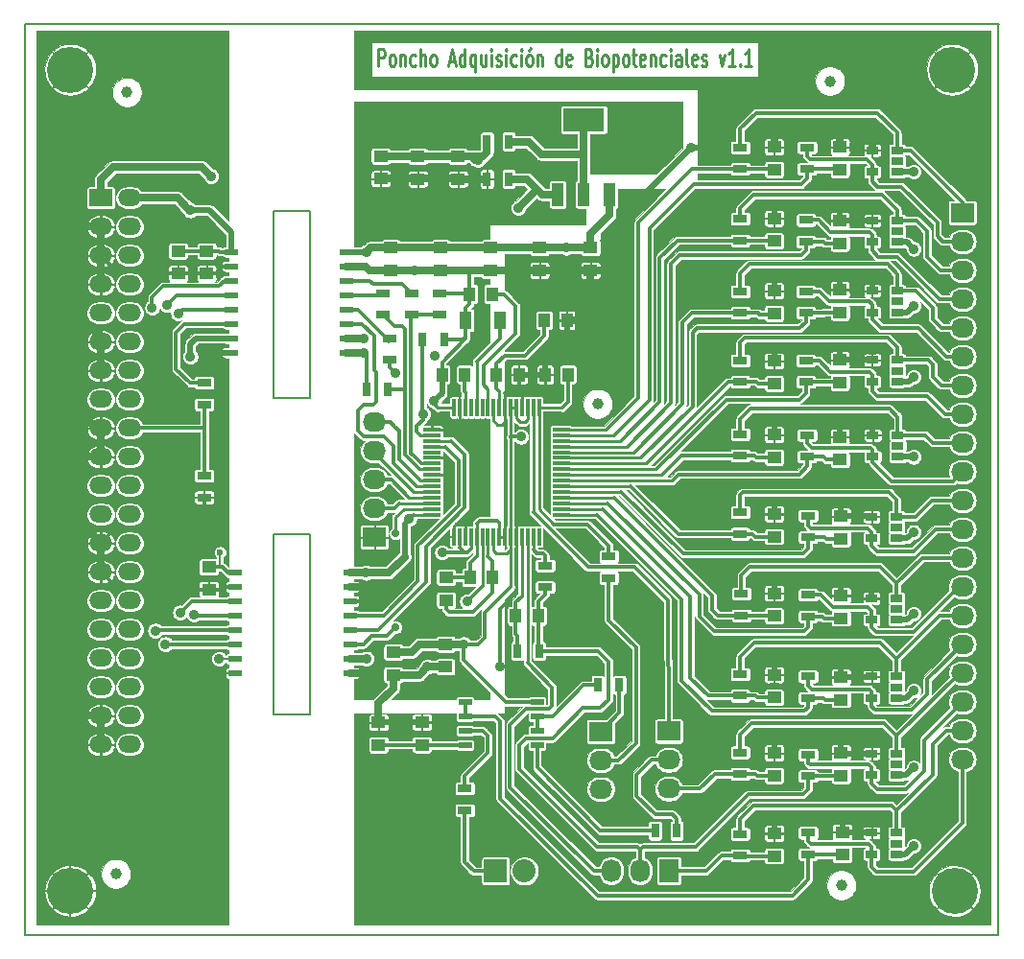
<source format=gbr>
G04 #@! TF.GenerationSoftware,KiCad,Pcbnew,(5.1.5)-3*
G04 #@! TF.CreationDate,2021-04-17T16:45:16-03:00*
G04 #@! TF.ProjectId,PonchoBiopotenciales,506f6e63-686f-4426-996f-706f74656e63,1.0*
G04 #@! TF.SameCoordinates,Original*
G04 #@! TF.FileFunction,Copper,L1,Top*
G04 #@! TF.FilePolarity,Positive*
%FSLAX46Y46*%
G04 Gerber Fmt 4.6, Leading zero omitted, Abs format (unit mm)*
G04 Created by KiCad (PCBNEW (5.1.5)-3) date 2021-04-17 16:45:16*
%MOMM*%
%LPD*%
G04 APERTURE LIST*
%ADD10C,0.150000*%
%ADD11C,0.254000*%
%ADD12R,1.250000X1.000000*%
%ADD13R,2.000000X1.524000*%
%ADD14O,2.000000X1.524000*%
%ADD15R,2.032000X1.727200*%
%ADD16O,2.032000X1.727200*%
%ADD17R,1.143000X0.508000*%
%ADD18R,0.700000X1.300000*%
%ADD19R,1.000000X1.250000*%
%ADD20R,1.300000X0.700000*%
%ADD21R,1.060000X0.650000*%
%ADD22R,1.000000X1.600000*%
%ADD23R,1.727200X2.032000*%
%ADD24O,1.727200X2.032000*%
%ADD25C,1.000000*%
%ADD26C,4.064000*%
%ADD27R,1.500000X0.300000*%
%ADD28R,0.300000X1.500000*%
%ADD29R,3.657600X2.032000*%
%ADD30R,1.016000X2.032000*%
%ADD31R,2.032000X2.032000*%
%ADD32O,2.032000X2.032000*%
%ADD33C,0.900000*%
%ADD34C,0.700000*%
%ADD35C,0.600000*%
%ADD36C,0.300000*%
%ADD37C,0.250000*%
%ADD38C,0.200000*%
%ADD39C,0.500000*%
%ADD40C,0.700000*%
%ADD41C,0.100000*%
G04 APERTURE END LIST*
D10*
X125095000Y-84455000D02*
X121920000Y-84455000D01*
X125095000Y-100965000D02*
X125095000Y-84455000D01*
X121920000Y-100965000D02*
X125095000Y-100965000D01*
X121920000Y-98425000D02*
X121920000Y-100965000D01*
X121920000Y-84455000D02*
X121920000Y-98425000D01*
X125095000Y-113030000D02*
X121920000Y-113030000D01*
X125095000Y-128905000D02*
X125095000Y-113030000D01*
X124460000Y-128905000D02*
X125095000Y-128905000D01*
X121920000Y-128905000D02*
X124460000Y-128905000D01*
X121920000Y-113030000D02*
X121920000Y-128905000D01*
X105666666Y-144500000D02*
G75*
G03X105666666Y-144500000I-1666666J0D01*
G01*
X101500000Y-144500000D02*
X106500000Y-144500000D01*
X104000000Y-142000000D02*
X104000000Y-147000000D01*
X100015000Y-67920000D02*
X185880000Y-67920000D01*
D11*
X131150476Y-71689428D02*
X131150476Y-70165428D01*
X131537523Y-70165428D01*
X131634285Y-70238000D01*
X131682666Y-70310571D01*
X131731047Y-70455714D01*
X131731047Y-70673428D01*
X131682666Y-70818571D01*
X131634285Y-70891142D01*
X131537523Y-70963714D01*
X131150476Y-70963714D01*
X132311619Y-71689428D02*
X132214857Y-71616857D01*
X132166476Y-71544285D01*
X132118095Y-71399142D01*
X132118095Y-70963714D01*
X132166476Y-70818571D01*
X132214857Y-70746000D01*
X132311619Y-70673428D01*
X132456761Y-70673428D01*
X132553523Y-70746000D01*
X132601904Y-70818571D01*
X132650285Y-70963714D01*
X132650285Y-71399142D01*
X132601904Y-71544285D01*
X132553523Y-71616857D01*
X132456761Y-71689428D01*
X132311619Y-71689428D01*
X133085714Y-70673428D02*
X133085714Y-71689428D01*
X133085714Y-70818571D02*
X133134095Y-70746000D01*
X133230857Y-70673428D01*
X133376000Y-70673428D01*
X133472761Y-70746000D01*
X133521142Y-70891142D01*
X133521142Y-71689428D01*
X134440380Y-71616857D02*
X134343619Y-71689428D01*
X134150095Y-71689428D01*
X134053333Y-71616857D01*
X134004952Y-71544285D01*
X133956571Y-71399142D01*
X133956571Y-70963714D01*
X134004952Y-70818571D01*
X134053333Y-70746000D01*
X134150095Y-70673428D01*
X134343619Y-70673428D01*
X134440380Y-70746000D01*
X134875809Y-71689428D02*
X134875809Y-70165428D01*
X135311238Y-71689428D02*
X135311238Y-70891142D01*
X135262857Y-70746000D01*
X135166095Y-70673428D01*
X135020952Y-70673428D01*
X134924190Y-70746000D01*
X134875809Y-70818571D01*
X135940190Y-71689428D02*
X135843428Y-71616857D01*
X135795047Y-71544285D01*
X135746666Y-71399142D01*
X135746666Y-70963714D01*
X135795047Y-70818571D01*
X135843428Y-70746000D01*
X135940190Y-70673428D01*
X136085333Y-70673428D01*
X136182095Y-70746000D01*
X136230476Y-70818571D01*
X136278857Y-70963714D01*
X136278857Y-71399142D01*
X136230476Y-71544285D01*
X136182095Y-71616857D01*
X136085333Y-71689428D01*
X135940190Y-71689428D01*
X137440000Y-71254000D02*
X137923809Y-71254000D01*
X137343238Y-71689428D02*
X137681904Y-70165428D01*
X138020571Y-71689428D01*
X138794666Y-71689428D02*
X138794666Y-70165428D01*
X138794666Y-71616857D02*
X138697904Y-71689428D01*
X138504380Y-71689428D01*
X138407619Y-71616857D01*
X138359238Y-71544285D01*
X138310857Y-71399142D01*
X138310857Y-70963714D01*
X138359238Y-70818571D01*
X138407619Y-70746000D01*
X138504380Y-70673428D01*
X138697904Y-70673428D01*
X138794666Y-70746000D01*
X139713904Y-70673428D02*
X139713904Y-72197428D01*
X139713904Y-71616857D02*
X139617142Y-71689428D01*
X139423619Y-71689428D01*
X139326857Y-71616857D01*
X139278476Y-71544285D01*
X139230095Y-71399142D01*
X139230095Y-70963714D01*
X139278476Y-70818571D01*
X139326857Y-70746000D01*
X139423619Y-70673428D01*
X139617142Y-70673428D01*
X139713904Y-70746000D01*
X140633142Y-70673428D02*
X140633142Y-71689428D01*
X140197714Y-70673428D02*
X140197714Y-71471714D01*
X140246095Y-71616857D01*
X140342857Y-71689428D01*
X140488000Y-71689428D01*
X140584761Y-71616857D01*
X140633142Y-71544285D01*
X141116952Y-71689428D02*
X141116952Y-70673428D01*
X141116952Y-70165428D02*
X141068571Y-70238000D01*
X141116952Y-70310571D01*
X141165333Y-70238000D01*
X141116952Y-70165428D01*
X141116952Y-70310571D01*
X141552380Y-71616857D02*
X141649142Y-71689428D01*
X141842666Y-71689428D01*
X141939428Y-71616857D01*
X141987809Y-71471714D01*
X141987809Y-71399142D01*
X141939428Y-71254000D01*
X141842666Y-71181428D01*
X141697523Y-71181428D01*
X141600761Y-71108857D01*
X141552380Y-70963714D01*
X141552380Y-70891142D01*
X141600761Y-70746000D01*
X141697523Y-70673428D01*
X141842666Y-70673428D01*
X141939428Y-70746000D01*
X142423238Y-71689428D02*
X142423238Y-70673428D01*
X142423238Y-70165428D02*
X142374857Y-70238000D01*
X142423238Y-70310571D01*
X142471619Y-70238000D01*
X142423238Y-70165428D01*
X142423238Y-70310571D01*
X143342476Y-71616857D02*
X143245714Y-71689428D01*
X143052190Y-71689428D01*
X142955428Y-71616857D01*
X142907047Y-71544285D01*
X142858666Y-71399142D01*
X142858666Y-70963714D01*
X142907047Y-70818571D01*
X142955428Y-70746000D01*
X143052190Y-70673428D01*
X143245714Y-70673428D01*
X143342476Y-70746000D01*
X143777904Y-71689428D02*
X143777904Y-70673428D01*
X143777904Y-70165428D02*
X143729523Y-70238000D01*
X143777904Y-70310571D01*
X143826285Y-70238000D01*
X143777904Y-70165428D01*
X143777904Y-70310571D01*
X144406857Y-71689428D02*
X144310095Y-71616857D01*
X144261714Y-71544285D01*
X144213333Y-71399142D01*
X144213333Y-70963714D01*
X144261714Y-70818571D01*
X144310095Y-70746000D01*
X144406857Y-70673428D01*
X144552000Y-70673428D01*
X144648761Y-70746000D01*
X144697142Y-70818571D01*
X144745523Y-70963714D01*
X144745523Y-71399142D01*
X144697142Y-71544285D01*
X144648761Y-71616857D01*
X144552000Y-71689428D01*
X144406857Y-71689428D01*
X144600380Y-70092857D02*
X144455238Y-70310571D01*
X145180952Y-70673428D02*
X145180952Y-71689428D01*
X145180952Y-70818571D02*
X145229333Y-70746000D01*
X145326095Y-70673428D01*
X145471238Y-70673428D01*
X145568000Y-70746000D01*
X145616380Y-70891142D01*
X145616380Y-71689428D01*
X147309714Y-71689428D02*
X147309714Y-70165428D01*
X147309714Y-71616857D02*
X147212952Y-71689428D01*
X147019428Y-71689428D01*
X146922666Y-71616857D01*
X146874285Y-71544285D01*
X146825904Y-71399142D01*
X146825904Y-70963714D01*
X146874285Y-70818571D01*
X146922666Y-70746000D01*
X147019428Y-70673428D01*
X147212952Y-70673428D01*
X147309714Y-70746000D01*
X148180571Y-71616857D02*
X148083809Y-71689428D01*
X147890285Y-71689428D01*
X147793523Y-71616857D01*
X147745142Y-71471714D01*
X147745142Y-70891142D01*
X147793523Y-70746000D01*
X147890285Y-70673428D01*
X148083809Y-70673428D01*
X148180571Y-70746000D01*
X148228952Y-70891142D01*
X148228952Y-71036285D01*
X147745142Y-71181428D01*
X149777142Y-70891142D02*
X149922285Y-70963714D01*
X149970666Y-71036285D01*
X150019047Y-71181428D01*
X150019047Y-71399142D01*
X149970666Y-71544285D01*
X149922285Y-71616857D01*
X149825523Y-71689428D01*
X149438476Y-71689428D01*
X149438476Y-70165428D01*
X149777142Y-70165428D01*
X149873904Y-70238000D01*
X149922285Y-70310571D01*
X149970666Y-70455714D01*
X149970666Y-70600857D01*
X149922285Y-70746000D01*
X149873904Y-70818571D01*
X149777142Y-70891142D01*
X149438476Y-70891142D01*
X150454476Y-71689428D02*
X150454476Y-70673428D01*
X150454476Y-70165428D02*
X150406095Y-70238000D01*
X150454476Y-70310571D01*
X150502857Y-70238000D01*
X150454476Y-70165428D01*
X150454476Y-70310571D01*
X151083428Y-71689428D02*
X150986666Y-71616857D01*
X150938285Y-71544285D01*
X150889904Y-71399142D01*
X150889904Y-70963714D01*
X150938285Y-70818571D01*
X150986666Y-70746000D01*
X151083428Y-70673428D01*
X151228571Y-70673428D01*
X151325333Y-70746000D01*
X151373714Y-70818571D01*
X151422095Y-70963714D01*
X151422095Y-71399142D01*
X151373714Y-71544285D01*
X151325333Y-71616857D01*
X151228571Y-71689428D01*
X151083428Y-71689428D01*
X151857523Y-70673428D02*
X151857523Y-72197428D01*
X151857523Y-70746000D02*
X151954285Y-70673428D01*
X152147809Y-70673428D01*
X152244571Y-70746000D01*
X152292952Y-70818571D01*
X152341333Y-70963714D01*
X152341333Y-71399142D01*
X152292952Y-71544285D01*
X152244571Y-71616857D01*
X152147809Y-71689428D01*
X151954285Y-71689428D01*
X151857523Y-71616857D01*
X152921904Y-71689428D02*
X152825142Y-71616857D01*
X152776761Y-71544285D01*
X152728380Y-71399142D01*
X152728380Y-70963714D01*
X152776761Y-70818571D01*
X152825142Y-70746000D01*
X152921904Y-70673428D01*
X153067047Y-70673428D01*
X153163809Y-70746000D01*
X153212190Y-70818571D01*
X153260571Y-70963714D01*
X153260571Y-71399142D01*
X153212190Y-71544285D01*
X153163809Y-71616857D01*
X153067047Y-71689428D01*
X152921904Y-71689428D01*
X153550857Y-70673428D02*
X153937904Y-70673428D01*
X153696000Y-70165428D02*
X153696000Y-71471714D01*
X153744380Y-71616857D01*
X153841142Y-71689428D01*
X153937904Y-71689428D01*
X154663619Y-71616857D02*
X154566857Y-71689428D01*
X154373333Y-71689428D01*
X154276571Y-71616857D01*
X154228190Y-71471714D01*
X154228190Y-70891142D01*
X154276571Y-70746000D01*
X154373333Y-70673428D01*
X154566857Y-70673428D01*
X154663619Y-70746000D01*
X154712000Y-70891142D01*
X154712000Y-71036285D01*
X154228190Y-71181428D01*
X155147428Y-70673428D02*
X155147428Y-71689428D01*
X155147428Y-70818571D02*
X155195809Y-70746000D01*
X155292571Y-70673428D01*
X155437714Y-70673428D01*
X155534476Y-70746000D01*
X155582857Y-70891142D01*
X155582857Y-71689428D01*
X156502095Y-71616857D02*
X156405333Y-71689428D01*
X156211809Y-71689428D01*
X156115047Y-71616857D01*
X156066666Y-71544285D01*
X156018285Y-71399142D01*
X156018285Y-70963714D01*
X156066666Y-70818571D01*
X156115047Y-70746000D01*
X156211809Y-70673428D01*
X156405333Y-70673428D01*
X156502095Y-70746000D01*
X156937523Y-71689428D02*
X156937523Y-70673428D01*
X156937523Y-70165428D02*
X156889142Y-70238000D01*
X156937523Y-70310571D01*
X156985904Y-70238000D01*
X156937523Y-70165428D01*
X156937523Y-70310571D01*
X157856761Y-71689428D02*
X157856761Y-70891142D01*
X157808380Y-70746000D01*
X157711619Y-70673428D01*
X157518095Y-70673428D01*
X157421333Y-70746000D01*
X157856761Y-71616857D02*
X157760000Y-71689428D01*
X157518095Y-71689428D01*
X157421333Y-71616857D01*
X157372952Y-71471714D01*
X157372952Y-71326571D01*
X157421333Y-71181428D01*
X157518095Y-71108857D01*
X157760000Y-71108857D01*
X157856761Y-71036285D01*
X158485714Y-71689428D02*
X158388952Y-71616857D01*
X158340571Y-71471714D01*
X158340571Y-70165428D01*
X159259809Y-71616857D02*
X159163047Y-71689428D01*
X158969523Y-71689428D01*
X158872761Y-71616857D01*
X158824380Y-71471714D01*
X158824380Y-70891142D01*
X158872761Y-70746000D01*
X158969523Y-70673428D01*
X159163047Y-70673428D01*
X159259809Y-70746000D01*
X159308190Y-70891142D01*
X159308190Y-71036285D01*
X158824380Y-71181428D01*
X159695238Y-71616857D02*
X159792000Y-71689428D01*
X159985523Y-71689428D01*
X160082285Y-71616857D01*
X160130666Y-71471714D01*
X160130666Y-71399142D01*
X160082285Y-71254000D01*
X159985523Y-71181428D01*
X159840380Y-71181428D01*
X159743619Y-71108857D01*
X159695238Y-70963714D01*
X159695238Y-70891142D01*
X159743619Y-70746000D01*
X159840380Y-70673428D01*
X159985523Y-70673428D01*
X160082285Y-70746000D01*
X161243428Y-70673428D02*
X161485333Y-71689428D01*
X161727238Y-70673428D01*
X162646476Y-71689428D02*
X162065904Y-71689428D01*
X162356190Y-71689428D02*
X162356190Y-70165428D01*
X162259428Y-70383142D01*
X162162666Y-70528285D01*
X162065904Y-70600857D01*
X163081904Y-71544285D02*
X163130285Y-71616857D01*
X163081904Y-71689428D01*
X163033523Y-71616857D01*
X163081904Y-71544285D01*
X163081904Y-71689428D01*
X164097904Y-71689428D02*
X163517333Y-71689428D01*
X163807619Y-71689428D02*
X163807619Y-70165428D01*
X163710857Y-70383142D01*
X163614095Y-70528285D01*
X163517333Y-70600857D01*
D10*
X100015000Y-67920000D02*
X100015000Y-148420000D01*
X185875000Y-148420000D02*
X185875000Y-67920000D01*
X100010000Y-148420000D02*
X185875000Y-148420000D01*
D12*
X138200000Y-79650000D03*
X138200000Y-81650000D03*
D13*
X106680000Y-83320000D03*
D14*
X109220000Y-83320000D03*
X106680000Y-85860000D03*
X109220000Y-85860000D03*
X106680000Y-88400000D03*
X109220000Y-88400000D03*
X106680000Y-90940000D03*
X109220000Y-90940000D03*
X106680000Y-93480000D03*
X109220000Y-93480000D03*
X106680000Y-96020000D03*
X109220000Y-96020000D03*
X106680000Y-98560000D03*
X109220000Y-98560000D03*
X106680000Y-101100000D03*
X109220000Y-101100000D03*
X106680000Y-103640000D03*
X109220000Y-103640000D03*
X106680000Y-106180000D03*
X109220000Y-106180000D03*
X106680000Y-108720000D03*
X109220000Y-108720000D03*
X106680000Y-111260000D03*
X109220000Y-111260000D03*
X106680000Y-113800000D03*
X109220000Y-113800000D03*
X106680000Y-116340000D03*
X109220000Y-116340000D03*
X106680000Y-118880000D03*
X109220000Y-118880000D03*
X106680000Y-121420000D03*
X109220000Y-121420000D03*
X106680000Y-123960000D03*
X109220000Y-123960000D03*
X106680000Y-126500000D03*
X109220000Y-126500000D03*
X106680000Y-129040000D03*
X109220000Y-129040000D03*
X106680000Y-131580000D03*
X109220000Y-131580000D03*
D15*
X156770000Y-130400000D03*
D16*
X156770000Y-132940000D03*
X156770000Y-135480000D03*
D17*
X118500000Y-116375000D03*
X118500000Y-117645000D03*
X118500000Y-118915000D03*
X118500000Y-120185000D03*
X118500000Y-121455000D03*
X118500000Y-122725000D03*
X118500000Y-123995000D03*
X118500000Y-125265000D03*
X128660000Y-125265000D03*
X128660000Y-123995000D03*
X128660000Y-122725000D03*
X128660000Y-121455000D03*
X128660000Y-120185000D03*
X128660000Y-118915000D03*
X128660000Y-117645000D03*
X128660000Y-116375000D03*
D18*
X140750000Y-78350000D03*
X142650000Y-78350000D03*
D17*
X118200000Y-88075000D03*
X118200000Y-89345000D03*
X118200000Y-90615000D03*
X118200000Y-91885000D03*
X118200000Y-93155000D03*
X118200000Y-94425000D03*
X118200000Y-95695000D03*
X118200000Y-96965000D03*
X128360000Y-96965000D03*
X128360000Y-95695000D03*
X128360000Y-94425000D03*
X128360000Y-93155000D03*
X128360000Y-91885000D03*
X128360000Y-90615000D03*
X128360000Y-89345000D03*
X128360000Y-88075000D03*
D12*
X166080000Y-80820000D03*
X166080000Y-78820000D03*
X171880000Y-80820000D03*
X171880000Y-78820000D03*
X166080000Y-87120000D03*
X166080000Y-85120000D03*
X171880000Y-87320000D03*
X171880000Y-85320000D03*
X166080000Y-93520000D03*
X166080000Y-91520000D03*
X171880000Y-93420000D03*
X171880000Y-91420000D03*
X166080000Y-99720000D03*
X166080000Y-97720000D03*
X171880000Y-99620000D03*
X171880000Y-97620000D03*
X166080000Y-106220000D03*
X166080000Y-104220000D03*
X171880000Y-106420000D03*
X171880000Y-104420000D03*
X166080000Y-113220000D03*
X166080000Y-111220000D03*
X171980000Y-113420000D03*
X171980000Y-111420000D03*
X166080000Y-120220000D03*
X166080000Y-118220000D03*
X171980000Y-120420000D03*
X171980000Y-118420000D03*
X166080000Y-127420000D03*
X166080000Y-125420000D03*
X171980000Y-127620000D03*
X171980000Y-125620000D03*
X166080000Y-134320000D03*
X166080000Y-132320000D03*
X171980000Y-134320000D03*
X171980000Y-132320000D03*
D19*
X145780000Y-94120000D03*
X147780000Y-94120000D03*
X141580000Y-98920000D03*
X143580000Y-98920000D03*
X141200000Y-91800000D03*
X139200000Y-91800000D03*
X138780000Y-98920000D03*
X136780000Y-98920000D03*
D12*
X137140000Y-118820000D03*
X137140000Y-116820000D03*
D19*
X141250000Y-116820000D03*
X139250000Y-116820000D03*
D12*
X131380000Y-79620000D03*
X131380000Y-81620000D03*
X134650000Y-79650000D03*
X134650000Y-81650000D03*
X145380000Y-87720000D03*
X145380000Y-89720000D03*
X149880000Y-87720000D03*
X149880000Y-89720000D03*
X132280000Y-87720000D03*
X132280000Y-89720000D03*
X136680000Y-87720000D03*
X136680000Y-89720000D03*
X141080000Y-87720000D03*
X141080000Y-89720000D03*
D20*
X163080000Y-78870000D03*
X163080000Y-80770000D03*
X168980000Y-80770000D03*
X168980000Y-78870000D03*
X163080000Y-87070000D03*
X163080000Y-85170000D03*
X168880000Y-87170000D03*
X168880000Y-85270000D03*
X163080000Y-91570000D03*
X163080000Y-93470000D03*
X168880000Y-93470000D03*
X168880000Y-91570000D03*
X163080000Y-99570000D03*
X163080000Y-97670000D03*
X168880000Y-99570000D03*
X168880000Y-97670000D03*
X163080000Y-104170000D03*
X163080000Y-106070000D03*
X168980000Y-106170000D03*
X168980000Y-104270000D03*
X163080000Y-112970000D03*
X163080000Y-111070000D03*
X169080000Y-113270000D03*
X169080000Y-111370000D03*
X163180000Y-118270000D03*
X163180000Y-120170000D03*
X169080000Y-120270000D03*
X169080000Y-118370000D03*
X163080000Y-127270000D03*
X163080000Y-125370000D03*
X169080000Y-127470000D03*
X169080000Y-125570000D03*
X163080000Y-132270000D03*
X163080000Y-134170000D03*
X169080000Y-134370000D03*
X169080000Y-132470000D03*
D21*
X176930000Y-81020000D03*
X176930000Y-80070000D03*
X176930000Y-79120000D03*
X174730000Y-79120000D03*
X174730000Y-81020000D03*
X176930000Y-87220000D03*
X176930000Y-86270000D03*
X176930000Y-85320000D03*
X174730000Y-85320000D03*
X174730000Y-87220000D03*
X176930000Y-93420000D03*
X176930000Y-92470000D03*
X176930000Y-91520000D03*
X174730000Y-91520000D03*
X174730000Y-93420000D03*
X176930000Y-99520000D03*
X176930000Y-98570000D03*
X176930000Y-97620000D03*
X174730000Y-97620000D03*
X174730000Y-99520000D03*
X176980000Y-106170000D03*
X176980000Y-105220000D03*
X176980000Y-104270000D03*
X174780000Y-104270000D03*
X174780000Y-106170000D03*
X176880000Y-113370000D03*
X176880000Y-112420000D03*
X176880000Y-111470000D03*
X174680000Y-111470000D03*
X174680000Y-113370000D03*
X176880000Y-120570000D03*
X176880000Y-119620000D03*
X176880000Y-118670000D03*
X174680000Y-118670000D03*
X174680000Y-120570000D03*
X176880000Y-127470000D03*
X176880000Y-126520000D03*
X176880000Y-125570000D03*
X174680000Y-125570000D03*
X174680000Y-127470000D03*
X176880000Y-134270000D03*
X176880000Y-133320000D03*
X176880000Y-132370000D03*
X174680000Y-132370000D03*
X174680000Y-134270000D03*
D22*
X141880000Y-94120000D03*
X138880000Y-94120000D03*
D19*
X145280000Y-120220000D03*
X143280000Y-120220000D03*
D12*
X131180000Y-131620000D03*
X131180000Y-129620000D03*
D19*
X147880000Y-98920000D03*
X145880000Y-98920000D03*
D12*
X132480000Y-123420000D03*
X132480000Y-125420000D03*
X135000000Y-129600000D03*
X135000000Y-131600000D03*
D23*
X156780000Y-142720000D03*
D24*
X154240000Y-142720000D03*
X151700000Y-142720000D03*
D15*
X150780000Y-130420000D03*
D16*
X150780000Y-132960000D03*
X150780000Y-135500000D03*
D20*
X145880000Y-117670000D03*
X145880000Y-115770000D03*
D18*
X145330000Y-123320000D03*
X143430000Y-123320000D03*
D20*
X138780000Y-135470000D03*
X138780000Y-137370000D03*
X151480000Y-116870000D03*
X151480000Y-114970000D03*
D18*
X150530000Y-126320000D03*
X152430000Y-126320000D03*
X157470000Y-139180000D03*
X155570000Y-139180000D03*
D12*
X172080000Y-141320000D03*
X172080000Y-139320000D03*
X166080000Y-141420000D03*
X166080000Y-139420000D03*
D20*
X169080000Y-139370000D03*
X169080000Y-141270000D03*
X163080000Y-139470000D03*
X163080000Y-141370000D03*
D15*
X182680000Y-84620000D03*
D16*
X182680000Y-87160000D03*
X182680000Y-89700000D03*
X182680000Y-92240000D03*
X182680000Y-94780000D03*
X182680000Y-97320000D03*
X182680000Y-99860000D03*
X182680000Y-102400000D03*
X182680000Y-104940000D03*
X182680000Y-107480000D03*
X182680000Y-110020000D03*
X182680000Y-112560000D03*
X182680000Y-115100000D03*
X182680000Y-117640000D03*
X182680000Y-120180000D03*
X182680000Y-122720000D03*
X182680000Y-125260000D03*
X182680000Y-127800000D03*
X182680000Y-130340000D03*
X182680000Y-132880000D03*
D21*
X176880000Y-141270000D03*
X176880000Y-140320000D03*
X176880000Y-139370000D03*
X174680000Y-139370000D03*
X174680000Y-141270000D03*
D18*
X140750000Y-81650000D03*
X142650000Y-81650000D03*
D12*
X116000000Y-88000000D03*
X116000000Y-90000000D03*
X113500000Y-88000000D03*
X113500000Y-90000000D03*
X116200000Y-117900000D03*
X116200000Y-115900000D03*
D25*
X109000000Y-74000000D03*
X171000000Y-73000000D03*
X108000000Y-143000000D03*
X172000000Y-144000000D03*
D26*
X181800000Y-72000000D03*
X182000000Y-144500000D03*
X104000000Y-72000000D03*
X104000000Y-144500000D03*
D25*
X150500000Y-101500000D03*
D15*
X130820000Y-113270000D03*
D16*
X130820000Y-110730000D03*
X130820000Y-108190000D03*
X130820000Y-105650000D03*
X130820000Y-103110000D03*
D20*
X134100000Y-93650000D03*
X134100000Y-91750000D03*
X131600000Y-93650000D03*
X131600000Y-91750000D03*
X132150000Y-97600000D03*
X132150000Y-95700000D03*
X136600000Y-91750000D03*
X136600000Y-93650000D03*
D18*
X130100000Y-100250000D03*
X132000000Y-100250000D03*
X136950000Y-95800000D03*
X135050000Y-95800000D03*
D20*
X115800000Y-99650000D03*
X115800000Y-101550000D03*
X115800000Y-109750000D03*
X115800000Y-107850000D03*
D27*
X147280000Y-111270000D03*
X147280000Y-110770000D03*
X147280000Y-110270000D03*
X147280000Y-109770000D03*
X147280000Y-109270000D03*
X147280000Y-108770000D03*
X147280000Y-108270000D03*
X147280000Y-107770000D03*
X147280000Y-107270000D03*
X147280000Y-106770000D03*
X147280000Y-106270000D03*
X147280000Y-105770000D03*
X147280000Y-105270000D03*
X147280000Y-104770000D03*
X147280000Y-104270000D03*
X147280000Y-103770000D03*
D28*
X145330000Y-101820000D03*
X144830000Y-101820000D03*
X144330000Y-101820000D03*
X143830000Y-101820000D03*
X143330000Y-101820000D03*
X142830000Y-101820000D03*
X142330000Y-101820000D03*
X141830000Y-101820000D03*
X141330000Y-101820000D03*
X140830000Y-101820000D03*
X140330000Y-101820000D03*
X139830000Y-101820000D03*
X139330000Y-101820000D03*
X138830000Y-101820000D03*
X138330000Y-101820000D03*
X137830000Y-101820000D03*
D27*
X135880000Y-103770000D03*
X135880000Y-104270000D03*
X135880000Y-104770000D03*
X135880000Y-105270000D03*
X135880000Y-105770000D03*
X135880000Y-106270000D03*
X135880000Y-106770000D03*
X135880000Y-107270000D03*
X135880000Y-107770000D03*
X135880000Y-108270000D03*
X135880000Y-108770000D03*
X135880000Y-109270000D03*
X135880000Y-109770000D03*
X135880000Y-110270000D03*
X135880000Y-110770000D03*
X135880000Y-111270000D03*
D28*
X137830000Y-113220000D03*
X138330000Y-113220000D03*
X138830000Y-113220000D03*
X139330000Y-113220000D03*
X139830000Y-113220000D03*
X140330000Y-113220000D03*
X140830000Y-113220000D03*
X141330000Y-113220000D03*
X141830000Y-113220000D03*
X142330000Y-113220000D03*
X142830000Y-113220000D03*
X143330000Y-113220000D03*
X143830000Y-113220000D03*
X144330000Y-113220000D03*
X144830000Y-113220000D03*
X145330000Y-113220000D03*
D29*
X149280000Y-76418000D03*
D30*
X149280000Y-83022000D03*
X151566000Y-83022000D03*
X146994000Y-83022000D03*
D17*
X145155000Y-127815000D03*
X145155000Y-129085000D03*
X145155000Y-130355000D03*
X145155000Y-131625000D03*
X138805000Y-131625000D03*
X138805000Y-130355000D03*
X138805000Y-129085000D03*
X138805000Y-127815000D03*
D31*
X141510000Y-142750000D03*
D32*
X144050000Y-142750000D03*
D12*
X137080000Y-122720000D03*
X137080000Y-124720000D03*
D33*
X156500000Y-110500000D03*
X161000000Y-112000000D03*
X158000000Y-112000000D03*
X159880000Y-92420000D03*
X158380000Y-90920000D03*
X161380000Y-90920000D03*
X159880000Y-89420000D03*
X151380000Y-95420000D03*
X151380000Y-93420000D03*
X152880000Y-96920000D03*
X143250000Y-89720000D03*
X143500000Y-84200000D03*
X136100000Y-97290000D03*
X129900000Y-97000000D03*
X134380000Y-89720000D03*
X178250000Y-144500000D03*
X173900000Y-146000000D03*
X170100000Y-146000000D03*
X167400000Y-146000000D03*
X142800000Y-146000000D03*
X140000000Y-145400000D03*
X134900000Y-143400000D03*
X136880000Y-141420000D03*
X134880000Y-139420000D03*
X130880000Y-139420000D03*
X132880000Y-137420000D03*
X136880000Y-137420000D03*
X134880000Y-135420000D03*
X130880000Y-135420000D03*
X132880000Y-141420000D03*
X130880000Y-143420000D03*
X132900000Y-145400000D03*
X136900000Y-145400000D03*
X176700000Y-146000000D03*
X175250000Y-144500000D03*
X160900000Y-103700000D03*
X159500000Y-110500000D03*
X159500000Y-105000000D03*
X161000000Y-109000000D03*
X158000000Y-109000000D03*
X160900000Y-96200000D03*
X160900000Y-98500000D03*
X151380000Y-98420000D03*
X149880000Y-96920000D03*
X148880000Y-116400000D03*
X159500000Y-116000000D03*
X153000000Y-119500000D03*
X150380000Y-120420000D03*
X155000000Y-119500000D03*
X161500000Y-116000000D03*
X161380000Y-122920000D03*
X167680000Y-116960000D03*
X148880000Y-118920000D03*
X147380000Y-120420000D03*
X148880000Y-121920000D03*
X149180000Y-113570000D03*
X159880000Y-124420000D03*
X159880000Y-122920000D03*
X161380000Y-124420000D03*
X161380000Y-125920000D03*
X146880000Y-124920000D03*
X149880000Y-124920000D03*
D34*
X143050000Y-100350000D03*
D33*
X136080000Y-101220000D03*
X141880000Y-124720000D03*
X135480000Y-124720000D03*
X173480000Y-76870000D03*
X173480000Y-90170000D03*
X173480000Y-116940000D03*
X173490000Y-123710000D03*
X173480000Y-130660000D03*
X173480000Y-137900000D03*
X173480000Y-102910000D03*
X173480000Y-85320000D03*
X173480000Y-111420000D03*
X173480000Y-97620000D03*
X158730000Y-78890000D03*
X161500000Y-73000000D03*
X161000000Y-85000000D03*
X156380000Y-86420000D03*
X153010000Y-86420000D03*
X158000000Y-85000000D03*
X159500000Y-83500000D03*
X169000000Y-73000000D03*
X179500000Y-75000000D03*
X175500000Y-71000000D03*
X171000000Y-71000000D03*
X173500000Y-73000000D03*
X177500000Y-73000000D03*
X181500000Y-77000000D03*
X167000000Y-71000000D03*
X165000000Y-73000000D03*
X158500000Y-73000000D03*
X152500000Y-73000000D03*
X149500000Y-73000000D03*
X155500000Y-73000000D03*
X183500000Y-75000000D03*
X179500000Y-79000000D03*
X183500000Y-79000000D03*
X181500000Y-81000000D03*
X146500000Y-73000000D03*
X143500000Y-73000000D03*
X140500000Y-73000000D03*
X134500000Y-73000000D03*
X137500000Y-73000000D03*
X131500000Y-73000000D03*
X132650000Y-98800000D03*
X135100000Y-102400000D03*
D34*
X132680000Y-121220000D03*
X132680000Y-112950000D03*
D33*
X114580000Y-97320000D03*
X114580000Y-84420000D03*
X116000000Y-125300000D03*
X114000000Y-135000000D03*
X110000000Y-135000000D03*
X106000000Y-135000000D03*
X104000000Y-137000000D03*
X108000000Y-137000000D03*
X112000000Y-137000000D03*
X116000000Y-137000000D03*
X106000000Y-139000000D03*
X110000000Y-139000000D03*
X114000000Y-139000000D03*
X104000000Y-141000000D03*
X116000000Y-141000000D03*
X112000000Y-141000000D03*
X108000000Y-141000000D03*
X110000000Y-143000000D03*
X114000000Y-143000000D03*
X116000000Y-145000000D03*
X112000000Y-145000000D03*
X108000000Y-145000000D03*
X107000000Y-70000000D03*
X107000000Y-74000000D03*
X115000000Y-70000000D03*
X115000000Y-78000000D03*
X111000000Y-78000000D03*
X107000000Y-78000000D03*
X103000000Y-78000000D03*
X105000000Y-76000000D03*
X109000000Y-76000000D03*
X113000000Y-76000000D03*
X115000000Y-74000000D03*
X111000000Y-74000000D03*
X113000000Y-72000000D03*
X111000000Y-70000000D03*
X109000000Y-72000000D03*
X115980000Y-96970000D03*
X136450000Y-85800000D03*
X134250000Y-85800000D03*
X132100000Y-85700000D03*
X132100000Y-83700000D03*
X134300000Y-83700000D03*
X136400000Y-83700000D03*
X139900000Y-84400000D03*
X139750000Y-107000000D03*
X137350000Y-107000000D03*
X136000000Y-121000000D03*
X134500000Y-121000000D03*
X134500000Y-119500000D03*
X137500000Y-121000000D03*
X135400000Y-126500000D03*
X130450000Y-125260000D03*
X131550000Y-117640000D03*
X139950000Y-79950000D03*
X136780000Y-114620000D03*
X133890000Y-111660000D03*
X130105000Y-123995000D03*
X130080000Y-116420000D03*
X143750000Y-104400000D03*
X147750000Y-87720000D03*
X178390000Y-106170000D03*
X178380000Y-112820000D03*
X178380000Y-120020000D03*
X178380000Y-126820000D03*
X178380000Y-133620000D03*
X178380000Y-140520000D03*
X178380000Y-99120000D03*
X178380000Y-81000000D03*
X178380000Y-87820000D03*
X178380000Y-92820000D03*
X130145000Y-88075000D03*
X129880000Y-95720000D03*
X138680000Y-122720000D03*
X138990000Y-118950000D03*
D35*
X117200000Y-114600000D03*
D33*
X117100000Y-124000000D03*
X116400000Y-81400000D03*
X111200000Y-93000000D03*
X112500000Y-92780000D03*
X113500000Y-93500000D03*
X113680000Y-119920000D03*
X114880000Y-120120000D03*
X111480000Y-121520000D03*
X112380000Y-122720000D03*
D36*
X163080000Y-80770000D02*
X158830000Y-80770000D01*
X158830000Y-80770000D02*
X154080000Y-85520000D01*
X154080000Y-85520000D02*
X154080000Y-101020000D01*
X154080000Y-101020000D02*
X151330000Y-103770000D01*
D37*
X151330000Y-103770000D02*
X147280000Y-103770000D01*
D36*
X163080000Y-80770000D02*
X166030000Y-80770000D01*
D38*
X166030000Y-80770000D02*
X166080000Y-80820000D01*
D37*
X147280000Y-104270000D02*
X151930000Y-104270000D01*
D36*
X168980000Y-81620000D02*
X168980000Y-80770000D01*
X168480000Y-82120000D02*
X168980000Y-81620000D01*
X158980000Y-82120000D02*
X168480000Y-82120000D01*
X155080000Y-86020000D02*
X158980000Y-82120000D01*
X155080000Y-101120000D02*
X155080000Y-86020000D01*
X151930000Y-104270000D02*
X155080000Y-101120000D01*
X168980000Y-80770000D02*
X171830000Y-80770000D01*
D38*
X171830000Y-80770000D02*
X171880000Y-80820000D01*
D36*
X163080000Y-87070000D02*
X166030000Y-87070000D01*
D38*
X166030000Y-87070000D02*
X166080000Y-87120000D01*
D37*
X147280000Y-104770000D02*
X152530000Y-104770000D01*
D36*
X157530000Y-87070000D02*
X163080000Y-87070000D01*
X155980000Y-88620000D02*
X157530000Y-87070000D01*
X155980000Y-101320000D02*
X155980000Y-88620000D01*
X152530000Y-104770000D02*
X155980000Y-101320000D01*
X168880000Y-87170000D02*
X168880000Y-87920000D01*
X168880000Y-87920000D02*
X168440000Y-88360000D01*
X168440000Y-88360000D02*
X157740000Y-88360000D01*
X157740000Y-88360000D02*
X156980000Y-89120000D01*
X156980000Y-89120000D02*
X156980000Y-101420000D01*
X156980000Y-101420000D02*
X153130000Y-105270000D01*
D37*
X153130000Y-105270000D02*
X147280000Y-105270000D01*
D36*
X168880000Y-87170000D02*
X170430000Y-87170000D01*
X170580000Y-87320000D02*
X171880000Y-87320000D01*
X170430000Y-87170000D02*
X170580000Y-87320000D01*
X163080000Y-93470000D02*
X164630000Y-93470000D01*
X164780000Y-93620000D02*
X165980000Y-93620000D01*
X164630000Y-93470000D02*
X164780000Y-93620000D01*
D38*
X165980000Y-93620000D02*
X166080000Y-93520000D01*
D37*
X147280000Y-105770000D02*
X153730000Y-105770000D01*
D36*
X158830000Y-93470000D02*
X163080000Y-93470000D01*
X157980000Y-94320000D02*
X158830000Y-93470000D01*
X157980000Y-101520000D02*
X157980000Y-94320000D01*
X153730000Y-105770000D02*
X157980000Y-101520000D01*
X168880000Y-93470000D02*
X168880000Y-94280000D01*
X168880000Y-94280000D02*
X168340000Y-94820000D01*
D37*
X154330000Y-106270000D02*
X147280000Y-106270000D01*
D36*
X158880000Y-101720000D02*
X154330000Y-106270000D01*
X158880000Y-95220000D02*
X158880000Y-101720000D01*
X159280000Y-94820000D02*
X158880000Y-95220000D01*
X168340000Y-94820000D02*
X159280000Y-94820000D01*
X168880000Y-93470000D02*
X170430000Y-93470000D01*
X170480000Y-93420000D02*
X171880000Y-93420000D01*
X170430000Y-93470000D02*
X170480000Y-93420000D01*
X166080000Y-99720000D02*
X164680000Y-99720000D01*
X164480000Y-99520000D02*
X163130000Y-99520000D01*
X164680000Y-99720000D02*
X164480000Y-99520000D01*
D38*
X163130000Y-99520000D02*
X163080000Y-99570000D01*
D37*
X147280000Y-106770000D02*
X154830000Y-106770000D01*
D36*
X162030000Y-99570000D02*
X163080000Y-99570000D01*
X154830000Y-106770000D02*
X162030000Y-99570000D01*
X168880000Y-99570000D02*
X168880000Y-100520000D01*
D37*
X155730000Y-107270000D02*
X147280000Y-107270000D01*
D36*
X161880000Y-101120000D02*
X155730000Y-107270000D01*
X168280000Y-101120000D02*
X161880000Y-101120000D01*
X168880000Y-100520000D02*
X168280000Y-101120000D01*
X168880000Y-99570000D02*
X171830000Y-99570000D01*
D38*
X171830000Y-99570000D02*
X171880000Y-99620000D01*
D36*
X163080000Y-106070000D02*
X164330000Y-106070000D01*
X164480000Y-106220000D02*
X166080000Y-106220000D01*
X164330000Y-106070000D02*
X164480000Y-106220000D01*
D37*
X147280000Y-107770000D02*
X156230000Y-107770000D01*
D36*
X157930000Y-106070000D02*
X163080000Y-106070000D01*
X156230000Y-107770000D02*
X157930000Y-106070000D01*
X168980000Y-106170000D02*
X168980000Y-107020000D01*
D37*
X157130000Y-108270000D02*
X147280000Y-108270000D01*
D36*
X157680000Y-107720000D02*
X157130000Y-108270000D01*
X168280000Y-107720000D02*
X157680000Y-107720000D01*
X168980000Y-107020000D02*
X168280000Y-107720000D01*
X171880000Y-106420000D02*
X170680000Y-106420000D01*
X170430000Y-106170000D02*
X168980000Y-106170000D01*
X170680000Y-106420000D02*
X170430000Y-106170000D01*
X163080000Y-112970000D02*
X164130000Y-112970000D01*
X164380000Y-113220000D02*
X166080000Y-113220000D01*
X164130000Y-112970000D02*
X164380000Y-113220000D01*
D37*
X147280000Y-108770000D02*
X153430000Y-108770000D01*
D36*
X157630000Y-112970000D02*
X163080000Y-112970000D01*
X153430000Y-108770000D02*
X157630000Y-112970000D01*
D37*
X147280000Y-109270000D02*
X152600000Y-109270000D01*
D36*
X169080000Y-114270000D02*
X169080000Y-113270000D01*
X168630000Y-114720000D02*
X169080000Y-114270000D01*
X158050000Y-114720000D02*
X168630000Y-114720000D01*
X152600000Y-109270000D02*
X158050000Y-114720000D01*
X171980000Y-113420000D02*
X170680000Y-113420000D01*
X170530000Y-113270000D02*
X169080000Y-113270000D01*
X170680000Y-113420000D02*
X170530000Y-113270000D01*
X163180000Y-120170000D02*
X166030000Y-120170000D01*
D38*
X166030000Y-120170000D02*
X166080000Y-120220000D01*
D37*
X147280000Y-109770000D02*
X151930000Y-109770000D01*
D36*
X161100000Y-120170000D02*
X163180000Y-120170000D01*
X160610000Y-119680000D02*
X161100000Y-120170000D01*
X160610000Y-118450000D02*
X160610000Y-119680000D01*
X151930000Y-109770000D02*
X160610000Y-118450000D01*
D37*
X147280000Y-110270000D02*
X151390000Y-110270000D01*
D36*
X169080000Y-121220000D02*
X169080000Y-120270000D01*
X168720000Y-121580000D02*
X169080000Y-121220000D01*
X160790000Y-121580000D02*
X168720000Y-121580000D01*
X159480000Y-120270000D02*
X160790000Y-121580000D01*
X159480000Y-118360000D02*
X159480000Y-120270000D01*
X151390000Y-110270000D02*
X159480000Y-118360000D01*
X170330000Y-120270000D02*
X170480000Y-120420000D01*
X170480000Y-120420000D02*
X171980000Y-120420000D01*
X169080000Y-120270000D02*
X170330000Y-120270000D01*
D37*
X147280000Y-110770000D02*
X150930000Y-110770000D01*
D36*
X160230000Y-127270000D02*
X163080000Y-127270000D01*
X158680000Y-125720000D02*
X160230000Y-127270000D01*
X158680000Y-118520000D02*
X158680000Y-125720000D01*
X150930000Y-110770000D02*
X158680000Y-118520000D01*
X163080000Y-127270000D02*
X164430000Y-127270000D01*
X164580000Y-127420000D02*
X166080000Y-127420000D01*
X164430000Y-127270000D02*
X164580000Y-127420000D01*
X169080000Y-127470000D02*
X169080000Y-128290000D01*
X168750000Y-128620000D02*
X160580000Y-128620000D01*
X160580000Y-128620000D02*
X157880000Y-125920000D01*
X157880000Y-125920000D02*
X157880000Y-118720000D01*
X157880000Y-118720000D02*
X150430000Y-111270000D01*
D37*
X150430000Y-111270000D02*
X147280000Y-111270000D01*
D36*
X169080000Y-128290000D02*
X168750000Y-128620000D01*
X169080000Y-127470000D02*
X170430000Y-127470000D01*
X170580000Y-127620000D02*
X171980000Y-127620000D01*
X170430000Y-127470000D02*
X170580000Y-127620000D01*
X163080000Y-134170000D02*
X160840000Y-134170000D01*
X159530000Y-135480000D02*
X156770000Y-135480000D01*
X160840000Y-134170000D02*
X159530000Y-135480000D01*
X166080000Y-134320000D02*
X164580000Y-134320000D01*
X164580000Y-134320000D02*
X164430000Y-134170000D01*
X164430000Y-134170000D02*
X163080000Y-134170000D01*
X145780000Y-94120000D02*
X145780000Y-95520000D01*
X141580000Y-97920000D02*
X141580000Y-98920000D01*
X142280000Y-97220000D02*
X141580000Y-97920000D01*
X144080000Y-97220000D02*
X142280000Y-97220000D01*
X145780000Y-95520000D02*
X144080000Y-97220000D01*
X141580000Y-98920000D02*
X141580000Y-100120000D01*
D37*
X141830000Y-100370000D02*
X141830000Y-101820000D01*
D36*
X141580000Y-100120000D02*
X141830000Y-100370000D01*
D39*
X151380000Y-93420000D02*
X149880000Y-93420000D01*
D36*
X139200000Y-89970000D02*
X138950000Y-89720000D01*
D40*
X145050000Y-82450000D02*
X145050000Y-82500000D01*
X145100000Y-82500000D02*
X145050000Y-82500000D01*
X145200000Y-82600000D02*
X145100000Y-82500000D01*
X145100000Y-82600000D02*
X145200000Y-82600000D01*
X143500000Y-84200000D02*
X145100000Y-82600000D01*
D39*
X153010000Y-84610000D02*
X153010000Y-86420000D01*
D40*
X146994000Y-83022000D02*
X145622000Y-83022000D01*
X144250000Y-81650000D02*
X142650000Y-81650000D01*
X145622000Y-83022000D02*
X145050000Y-82450000D01*
X145050000Y-82450000D02*
X144250000Y-81650000D01*
X141080000Y-89720000D02*
X143250000Y-89720000D01*
X143250000Y-89720000D02*
X145380000Y-89720000D01*
D36*
X130100000Y-97200000D02*
X129900000Y-97000000D01*
X130100000Y-99450000D02*
X130100000Y-97200000D01*
X130100000Y-99450000D02*
X130100000Y-100250000D01*
X130100000Y-100000000D02*
X130100000Y-99450000D01*
X136950000Y-95800000D02*
X138790000Y-95800000D01*
X138700000Y-95700000D02*
X138700000Y-95890000D01*
X138700000Y-95710000D02*
X138700000Y-95700000D01*
X138790000Y-95800000D02*
X138700000Y-95710000D01*
X136600000Y-91750000D02*
X139150000Y-91750000D01*
X139150000Y-91750000D02*
X139200000Y-91800000D01*
X139200000Y-91800000D02*
X139200000Y-89970000D01*
X138880000Y-94120000D02*
X138880000Y-93020000D01*
X139200000Y-92700000D02*
X139200000Y-91800000D01*
X138880000Y-93020000D02*
X139200000Y-92700000D01*
D40*
X129725000Y-96965000D02*
X128360000Y-96965000D01*
D39*
X176700000Y-146000000D02*
X173900000Y-146000000D01*
X141400000Y-145400000D02*
X142000000Y-146000000D01*
X142000000Y-146000000D02*
X142800000Y-146000000D01*
X142800000Y-146000000D02*
X167400000Y-146000000D01*
X167400000Y-146000000D02*
X170100000Y-146000000D01*
X136900000Y-145400000D02*
X140000000Y-145400000D01*
X140000000Y-145400000D02*
X141400000Y-145400000D01*
X173900000Y-146000000D02*
X170100000Y-146000000D01*
X148880000Y-116400000D02*
X148900000Y-116400000D01*
D36*
X139250000Y-116820000D02*
X137140000Y-116820000D01*
D37*
X139830000Y-113220000D02*
X139830000Y-114950000D01*
D36*
X139250000Y-115530000D02*
X139250000Y-116820000D01*
X139830000Y-114950000D02*
X139250000Y-115530000D01*
X136780000Y-98920000D02*
X136780000Y-97810000D01*
X138880000Y-95710000D02*
X138880000Y-94120000D01*
X136780000Y-97810000D02*
X138700000Y-95890000D01*
X138700000Y-95890000D02*
X138880000Y-95710000D01*
D39*
X147780000Y-94120000D02*
X147780000Y-95580000D01*
X145880000Y-97480000D02*
X145880000Y-98920000D01*
X147780000Y-95580000D02*
X145880000Y-97480000D01*
D40*
X145380000Y-89720000D02*
X149880000Y-89720000D01*
D39*
X131180000Y-129620000D02*
X134980000Y-129620000D01*
D37*
X143830000Y-100610000D02*
X143830000Y-101820000D01*
D36*
X143570000Y-100350000D02*
X143830000Y-100610000D01*
D37*
X143580000Y-100350000D02*
X143570000Y-100350000D01*
D40*
X152320000Y-89720000D02*
X149880000Y-89720000D01*
X153010000Y-86420000D02*
X153010000Y-89030000D01*
X153010000Y-89030000D02*
X152320000Y-89720000D01*
D36*
X143580000Y-98920000D02*
X143580000Y-100350000D01*
D37*
X142330000Y-101820000D02*
X142330000Y-100520000D01*
D36*
X142500000Y-100350000D02*
X143050000Y-100350000D01*
X142330000Y-100520000D02*
X142500000Y-100350000D01*
X143050000Y-100350000D02*
X143580000Y-100350000D01*
X136080000Y-101220000D02*
X136080000Y-101520000D01*
D37*
X136380000Y-101820000D02*
X137830000Y-101820000D01*
D36*
X136080000Y-101520000D02*
X136380000Y-101820000D01*
D39*
X136780000Y-100520000D02*
X136780000Y-98920000D01*
X136080000Y-101220000D02*
X136780000Y-100520000D01*
X145880000Y-98920000D02*
X143580000Y-98920000D01*
D37*
X139830000Y-113220000D02*
X139830000Y-112070000D01*
D36*
X139830000Y-112070000D02*
X140080000Y-111820000D01*
X140080000Y-111820000D02*
X141160000Y-111820000D01*
D37*
X141830000Y-112020000D02*
X141830000Y-113220000D01*
D36*
X141160000Y-111820000D02*
X141630000Y-111820000D01*
X141630000Y-111820000D02*
X141830000Y-112020000D01*
D37*
X143330000Y-113220000D02*
X143330000Y-118170000D01*
D36*
X141880000Y-119620000D02*
X141880000Y-124720000D01*
X143330000Y-118170000D02*
X141880000Y-119620000D01*
D40*
X132480000Y-125420000D02*
X132480000Y-126620000D01*
X131180000Y-127920000D02*
X131180000Y-129620000D01*
X132480000Y-126620000D02*
X131180000Y-127920000D01*
D37*
X141330000Y-101820000D02*
X141330000Y-102970000D01*
X142080000Y-103320000D02*
X142330000Y-103070000D01*
X141680000Y-103320000D02*
X142080000Y-103320000D01*
X141330000Y-102970000D02*
X141680000Y-103320000D01*
X142330000Y-101820000D02*
X142330000Y-103070000D01*
X142330000Y-103070000D02*
X142330000Y-113220000D01*
D40*
X137080000Y-124720000D02*
X135480000Y-124720000D01*
X134780000Y-125420000D02*
X132480000Y-125420000D01*
X135480000Y-124720000D02*
X134780000Y-125420000D01*
X147780000Y-94120000D02*
X149230000Y-94120000D01*
X149230000Y-94120000D02*
X149880000Y-93470000D01*
X149880000Y-93470000D02*
X149880000Y-93420000D01*
X149880000Y-93420000D02*
X149880000Y-89720000D01*
D38*
X136780000Y-98920000D02*
X136780000Y-99420000D01*
D37*
X141830000Y-113220000D02*
X142330000Y-113220000D01*
D40*
X174730000Y-79120000D02*
X174730000Y-77220000D01*
X174380000Y-76870000D02*
X173480000Y-76870000D01*
X174730000Y-77220000D02*
X174380000Y-76870000D01*
X172610000Y-76880000D02*
X171880000Y-77610000D01*
X173470000Y-76880000D02*
X172610000Y-76880000D01*
X173480000Y-76870000D02*
X173470000Y-76880000D01*
D39*
X171880000Y-90540000D02*
X172250000Y-90170000D01*
X172250000Y-90170000D02*
X173480000Y-90170000D01*
X174730000Y-91520000D02*
X174730000Y-90710000D01*
X174190000Y-90170000D02*
X173480000Y-90170000D01*
X174730000Y-90710000D02*
X174190000Y-90170000D01*
X174680000Y-118670000D02*
X174680000Y-117290000D01*
X174330000Y-116940000D02*
X173480000Y-116940000D01*
X174680000Y-117290000D02*
X174330000Y-116940000D01*
X171980000Y-117350000D02*
X172390000Y-116940000D01*
X172390000Y-116940000D02*
X173480000Y-116940000D01*
X171980000Y-124170000D02*
X172440000Y-123710000D01*
X172440000Y-123710000D02*
X173490000Y-123710000D01*
X171980000Y-131190000D02*
X172510000Y-130660000D01*
X172510000Y-130660000D02*
X173480000Y-130660000D01*
D40*
X173480000Y-137900000D02*
X173460000Y-137920000D01*
D39*
X173460000Y-137920000D02*
X172620000Y-137920000D01*
X172620000Y-137920000D02*
X172080000Y-138460000D01*
X166080000Y-125420000D02*
X166080000Y-124530000D01*
X171980000Y-124170000D02*
X171980000Y-125620000D01*
X171510000Y-123700000D02*
X171980000Y-124170000D01*
X166910000Y-123700000D02*
X171510000Y-123700000D01*
X166080000Y-124530000D02*
X166910000Y-123700000D01*
X166080000Y-139420000D02*
X166080000Y-138430000D01*
X166080000Y-138430000D02*
X166610000Y-137900000D01*
X166610000Y-137900000D02*
X171570000Y-137900000D01*
X171570000Y-137900000D02*
X172080000Y-138410000D01*
X172080000Y-138410000D02*
X172080000Y-138460000D01*
X172080000Y-138460000D02*
X172080000Y-139320000D01*
X166080000Y-132320000D02*
X166080000Y-131260000D01*
X171980000Y-131190000D02*
X171980000Y-131230000D01*
X171980000Y-131230000D02*
X171980000Y-132320000D01*
X171450000Y-130660000D02*
X171980000Y-131190000D01*
X166680000Y-130660000D02*
X171450000Y-130660000D01*
X166080000Y-131260000D02*
X166680000Y-130660000D01*
X166080000Y-118220000D02*
X166080000Y-117290000D01*
X166080000Y-117290000D02*
X166410000Y-116960000D01*
X166410000Y-116960000D02*
X167680000Y-116960000D01*
X171980000Y-117350000D02*
X171980000Y-118420000D01*
X171590000Y-116960000D02*
X171980000Y-117350000D01*
X167680000Y-116960000D02*
X171590000Y-116960000D01*
X171980000Y-111420000D02*
X171980000Y-110420000D01*
X166080000Y-110420000D02*
X166080000Y-111220000D01*
X166520000Y-109980000D02*
X166080000Y-110420000D01*
X171540000Y-109980000D02*
X166520000Y-109980000D01*
X171980000Y-110420000D02*
X171540000Y-109980000D01*
X173480000Y-102910000D02*
X172230000Y-102910000D01*
X172230000Y-102910000D02*
X171880000Y-103260000D01*
X174780000Y-104270000D02*
X174780000Y-103330000D01*
X174780000Y-103330000D02*
X174360000Y-102910000D01*
X174360000Y-102910000D02*
X173480000Y-102910000D01*
X166080000Y-104220000D02*
X166080000Y-103260000D01*
X166080000Y-103260000D02*
X166430000Y-102910000D01*
X166430000Y-102910000D02*
X171530000Y-102910000D01*
X171530000Y-102910000D02*
X171880000Y-103260000D01*
X171880000Y-103260000D02*
X171880000Y-104420000D01*
X166080000Y-97720000D02*
X166080000Y-96870002D01*
X171880000Y-96830000D02*
X171880000Y-97620000D01*
X171420000Y-96370000D02*
X171880000Y-96830000D01*
X166580002Y-96370000D02*
X171420000Y-96370000D01*
X166080000Y-96870002D02*
X166580002Y-96370000D01*
X166080000Y-91520000D02*
X166080000Y-90680000D01*
X171880000Y-90540000D02*
X171880000Y-91420000D01*
X171400002Y-90060002D02*
X171880000Y-90540000D01*
X166699998Y-90060002D02*
X171400002Y-90060002D01*
X166080000Y-90680000D02*
X166699998Y-90060002D01*
X166080000Y-85120000D02*
X166080000Y-84120000D01*
X171880000Y-84220000D02*
X171880000Y-85320000D01*
X171480000Y-83820000D02*
X171880000Y-84220000D01*
X166380000Y-83820000D02*
X171480000Y-83820000D01*
X166080000Y-84120000D02*
X166380000Y-83820000D01*
D40*
X166080000Y-78820000D02*
X166080000Y-77560000D01*
X171140000Y-76870000D02*
X171880000Y-77610000D01*
X166770000Y-76870000D02*
X171140000Y-76870000D01*
X166080000Y-77560000D02*
X166770000Y-76870000D01*
X171880000Y-77610000D02*
X171880000Y-78820000D01*
D39*
X174730000Y-85320000D02*
X174680000Y-85320000D01*
X174680000Y-139370000D02*
X172130000Y-139370000D01*
D38*
X172130000Y-139370000D02*
X172080000Y-139320000D01*
D39*
X174680000Y-132370000D02*
X172030000Y-132370000D01*
D38*
X172030000Y-132370000D02*
X171980000Y-132320000D01*
D39*
X171980000Y-125620000D02*
X174630000Y-125620000D01*
D38*
X174630000Y-125620000D02*
X174680000Y-125570000D01*
D39*
X171980000Y-111420000D02*
X173480000Y-111420000D01*
X173480000Y-111420000D02*
X174630000Y-111420000D01*
X174630000Y-111420000D02*
X174680000Y-111470000D01*
X171880000Y-97620000D02*
X173480000Y-97620000D01*
X173480000Y-97620000D02*
X174730000Y-97620000D01*
X171880000Y-85320000D02*
X173480000Y-85320000D01*
X173480000Y-85320000D02*
X174730000Y-85320000D01*
D40*
X132280000Y-89720000D02*
X130380000Y-89720000D01*
X130005000Y-89345000D02*
X128360000Y-89345000D01*
X130380000Y-89720000D02*
X130005000Y-89345000D01*
X136680000Y-89720000D02*
X134380000Y-89720000D01*
X134380000Y-89720000D02*
X132280000Y-89720000D01*
X136680000Y-89720000D02*
X138950000Y-89720000D01*
D39*
X160110000Y-78890000D02*
X161500000Y-77500000D01*
D40*
X161500000Y-77500000D02*
X161500000Y-73000000D01*
D39*
X158730000Y-78890000D02*
X160110000Y-78890000D01*
X153010000Y-84610000D02*
X158730000Y-78890000D01*
D40*
X134500000Y-73000000D02*
X131500000Y-73000000D01*
X138950000Y-89720000D02*
X141080000Y-89720000D01*
D39*
X134980000Y-129620000D02*
X135000000Y-129600000D01*
D36*
X142500000Y-92100000D02*
X142200000Y-91800000D01*
X143260000Y-95280000D02*
X143260000Y-92860000D01*
X140430000Y-98110000D02*
X143260000Y-95280000D01*
X140430000Y-99810000D02*
X140430000Y-98110000D01*
X140830000Y-100210000D02*
X140430000Y-99810000D01*
D37*
X140830000Y-101820000D02*
X140830000Y-100210000D01*
D36*
X142500000Y-92100000D02*
X143260000Y-92860000D01*
X142200000Y-91800000D02*
X141200000Y-91800000D01*
X141880000Y-94120000D02*
X141880000Y-95720000D01*
D37*
X139830000Y-97770000D02*
X139830000Y-101820000D01*
D36*
X141880000Y-95720000D02*
X139830000Y-97770000D01*
X138780000Y-98920000D02*
X138780000Y-100420000D01*
D37*
X138830000Y-100470000D02*
X138830000Y-101820000D01*
D36*
X138780000Y-100420000D02*
X138830000Y-100470000D01*
X137140000Y-118820000D02*
X137140000Y-119640000D01*
X141250000Y-118130000D02*
X141250000Y-116820000D01*
X139490000Y-119890000D02*
X141250000Y-118130000D01*
X137390000Y-119890000D02*
X139490000Y-119890000D01*
X137140000Y-119640000D02*
X137390000Y-119890000D01*
X141250000Y-116820000D02*
X141250000Y-115360000D01*
D37*
X140830000Y-114940000D02*
X140830000Y-113220000D01*
D36*
X141250000Y-115360000D02*
X140830000Y-114940000D01*
X163080000Y-78870000D02*
X163080000Y-77220000D01*
X176930000Y-77570000D02*
X176930000Y-79120000D01*
X175180000Y-75820000D02*
X176930000Y-77570000D01*
X164480000Y-75820000D02*
X175180000Y-75820000D01*
X163080000Y-77220000D02*
X164480000Y-75820000D01*
D38*
X163080000Y-78870000D02*
X163080000Y-78820000D01*
D36*
X182680000Y-84620000D02*
X182680000Y-83680000D01*
X182680000Y-83680000D02*
X178120000Y-79120000D01*
X178120000Y-79120000D02*
X176930000Y-79120000D01*
X174730000Y-81020000D02*
X174730000Y-80370000D01*
X168980000Y-79620000D02*
X168980000Y-78870000D01*
X169280000Y-79920000D02*
X168980000Y-79620000D01*
X174280000Y-79920000D02*
X169280000Y-79920000D01*
X174730000Y-80370000D02*
X174280000Y-79920000D01*
X174730000Y-81020000D02*
X174730000Y-81870000D01*
X180940000Y-87160000D02*
X182680000Y-87160000D01*
X180480000Y-86700000D02*
X180940000Y-87160000D01*
X180480000Y-85520000D02*
X180480000Y-86700000D01*
X177280000Y-82320000D02*
X180480000Y-85520000D01*
X175180000Y-82320000D02*
X177280000Y-82320000D01*
X174730000Y-81870000D02*
X175180000Y-82320000D01*
X163080000Y-85170000D02*
X163080000Y-84220000D01*
X176930000Y-84370000D02*
X176930000Y-85320000D01*
X175580000Y-83020000D02*
X176930000Y-84370000D01*
X164280000Y-83020000D02*
X175580000Y-83020000D01*
X163080000Y-84220000D02*
X164280000Y-83020000D01*
X176930000Y-85320000D02*
X178680000Y-85320000D01*
X180760000Y-89700000D02*
X182680000Y-89700000D01*
X179580000Y-88520000D02*
X180760000Y-89700000D01*
X179580000Y-86220000D02*
X179580000Y-88520000D01*
X178680000Y-85320000D02*
X179580000Y-86220000D01*
X174730000Y-87220000D02*
X174730000Y-86570000D01*
X169980000Y-85270000D02*
X168880000Y-85270000D01*
X171060000Y-86350000D02*
X169980000Y-85270000D01*
X174510000Y-86350000D02*
X171060000Y-86350000D01*
X174730000Y-86570000D02*
X174510000Y-86350000D01*
X174730000Y-87220000D02*
X174730000Y-87980000D01*
X180660000Y-92240000D02*
X182680000Y-92240000D01*
X176930000Y-88510000D02*
X180660000Y-92240000D01*
X175260000Y-88510000D02*
X176930000Y-88510000D01*
X174730000Y-87980000D02*
X175260000Y-88510000D01*
X163080000Y-91570000D02*
X163080000Y-89970000D01*
X176930000Y-90040000D02*
X176930000Y-91520000D01*
X176060000Y-89170000D02*
X176930000Y-90040000D01*
X163880000Y-89170000D02*
X176060000Y-89170000D01*
X163080000Y-89970000D02*
X163880000Y-89170000D01*
X176930000Y-91520000D02*
X178580000Y-91520000D01*
X180840000Y-94780000D02*
X182680000Y-94780000D01*
X180080000Y-94020000D02*
X180840000Y-94780000D01*
X180080000Y-93020000D02*
X180080000Y-94020000D01*
X178580000Y-91520000D02*
X180080000Y-93020000D01*
X174730000Y-93420000D02*
X174730000Y-92740000D01*
X170070000Y-91570000D02*
X168880000Y-91570000D01*
X170970000Y-92470000D02*
X170070000Y-91570000D01*
X174460000Y-92470000D02*
X170970000Y-92470000D01*
X174730000Y-92740000D02*
X174460000Y-92470000D01*
X174730000Y-93420000D02*
X174730000Y-94070000D01*
X181280000Y-97320000D02*
X182680000Y-97320000D01*
X178780000Y-94820000D02*
X181280000Y-97320000D01*
X175480000Y-94820000D02*
X178780000Y-94820000D01*
X174730000Y-94070000D02*
X175480000Y-94820000D01*
X163080000Y-97670000D02*
X163080000Y-96080000D01*
X176930000Y-96520000D02*
X176930000Y-97620000D01*
X176080000Y-95670000D02*
X176930000Y-96520000D01*
X163490000Y-95670000D02*
X176080000Y-95670000D01*
X163080000Y-96080000D02*
X163490000Y-95670000D01*
X176930000Y-97620000D02*
X179680000Y-97620000D01*
X180820000Y-99860000D02*
X182680000Y-99860000D01*
X180080000Y-99120000D02*
X180820000Y-99860000D01*
X180080000Y-98020000D02*
X180080000Y-99120000D01*
X179680000Y-97620000D02*
X180080000Y-98020000D01*
X168880000Y-97670000D02*
X170060000Y-97670000D01*
X174730000Y-98920000D02*
X174730000Y-99520000D01*
X174470000Y-98660000D02*
X174730000Y-98920000D01*
X171050000Y-98660000D02*
X174470000Y-98660000D01*
X170060000Y-97670000D02*
X171050000Y-98660000D01*
X174730000Y-99520000D02*
X174730000Y-100370000D01*
X181160000Y-102400000D02*
X182680000Y-102400000D01*
X179580000Y-100820000D02*
X181160000Y-102400000D01*
X175180000Y-100820000D02*
X179580000Y-100820000D01*
X174730000Y-100370000D02*
X175180000Y-100820000D01*
X163080000Y-104170000D02*
X163080000Y-102810000D01*
X176980000Y-102660000D02*
X176980000Y-104270000D01*
X176230000Y-101910000D02*
X176980000Y-102660000D01*
X163980000Y-101910000D02*
X176230000Y-101910000D01*
X163080000Y-102810000D02*
X163980000Y-101910000D01*
X176980000Y-104270000D02*
X179430000Y-104270000D01*
X180100000Y-104940000D02*
X182680000Y-104940000D01*
X179430000Y-104270000D02*
X180100000Y-104940000D01*
X168980000Y-104270000D02*
X168980000Y-104990000D01*
X174780000Y-105590000D02*
X174780000Y-106170000D01*
X174580000Y-105390000D02*
X174780000Y-105590000D01*
X169380000Y-105390000D02*
X174580000Y-105390000D01*
X168980000Y-104990000D02*
X169380000Y-105390000D01*
X174780000Y-106170000D02*
X174780000Y-106670000D01*
X181840000Y-108320000D02*
X182680000Y-107480000D01*
X176430000Y-108320000D02*
X181840000Y-108320000D01*
X174780000Y-106670000D02*
X176430000Y-108320000D01*
X176880000Y-111470000D02*
X176880000Y-109980000D01*
X163080000Y-109540000D02*
X163080000Y-111070000D01*
X163310000Y-109310000D02*
X163080000Y-109540000D01*
X176210000Y-109310000D02*
X163310000Y-109310000D01*
X176880000Y-109980000D02*
X176210000Y-109310000D01*
X176880000Y-111470000D02*
X178530000Y-111470000D01*
X179980000Y-110020000D02*
X182680000Y-110020000D01*
X178530000Y-111470000D02*
X179980000Y-110020000D01*
X174680000Y-113370000D02*
X174680000Y-112810000D01*
X169080000Y-112250000D02*
X169080000Y-111370000D01*
X169290000Y-112460000D02*
X169080000Y-112250000D01*
X174330000Y-112460000D02*
X169290000Y-112460000D01*
X174680000Y-112810000D02*
X174330000Y-112460000D01*
X174680000Y-113370000D02*
X174680000Y-114040000D01*
X180340000Y-112560000D02*
X182680000Y-112560000D01*
X178380000Y-114520000D02*
X180340000Y-112560000D01*
X175160000Y-114520000D02*
X178380000Y-114520000D01*
X174680000Y-114040000D02*
X175160000Y-114520000D01*
D38*
X174680000Y-113370000D02*
X174680000Y-113120000D01*
D36*
X163180000Y-118270000D02*
X163180000Y-116650000D01*
X175410000Y-115890000D02*
X176880000Y-117360000D01*
X163940000Y-115890000D02*
X175410000Y-115890000D01*
X163180000Y-116650000D02*
X163940000Y-115890000D01*
X182680000Y-115100000D02*
X179140000Y-115100000D01*
X176880000Y-117360000D02*
X176880000Y-118670000D01*
X179140000Y-115100000D02*
X176880000Y-117360000D01*
X169080000Y-118370000D02*
X170190000Y-118370000D01*
X174680000Y-119770000D02*
X174680000Y-120570000D01*
X174340000Y-119430000D02*
X174680000Y-119770000D01*
X171250000Y-119430000D02*
X174340000Y-119430000D01*
X170190000Y-118370000D02*
X171250000Y-119430000D01*
X174680000Y-120570000D02*
X174680000Y-121220000D01*
X178380000Y-121620000D02*
X182360000Y-117640000D01*
X175080000Y-121620000D02*
X178380000Y-121620000D01*
X174680000Y-121220000D02*
X175080000Y-121620000D01*
D38*
X182360000Y-117640000D02*
X182680000Y-117640000D01*
D36*
X182680000Y-120180000D02*
X180700000Y-120180000D01*
X180700000Y-120180000D02*
X176880000Y-124000000D01*
X163080000Y-125370000D02*
X163080000Y-123800000D01*
X176880000Y-124000000D02*
X176880000Y-125570000D01*
X175460000Y-122580000D02*
X176880000Y-124000000D01*
X164300000Y-122580000D02*
X175460000Y-122580000D01*
X163080000Y-123800000D02*
X164300000Y-122580000D01*
D38*
X176880000Y-125570000D02*
X177290000Y-125570000D01*
D36*
X174680000Y-127470000D02*
X174680000Y-126890000D01*
X169080000Y-126390000D02*
X169080000Y-125570000D01*
X169390000Y-126700000D02*
X169080000Y-126390000D01*
X174490000Y-126700000D02*
X169390000Y-126700000D01*
X174680000Y-126890000D02*
X174490000Y-126700000D01*
X174680000Y-127470000D02*
X174680000Y-128220000D01*
X179580000Y-125820000D02*
X182680000Y-122720000D01*
X179580000Y-127120000D02*
X179580000Y-125820000D01*
X178180000Y-128520000D02*
X179580000Y-127120000D01*
X174980000Y-128520000D02*
X178180000Y-128520000D01*
X174680000Y-128220000D02*
X174980000Y-128520000D01*
D38*
X169080000Y-125570000D02*
X169430000Y-125570000D01*
D36*
X163080000Y-132270000D02*
X163080000Y-130690000D01*
X175730000Y-129670000D02*
X176880000Y-130820000D01*
X164100000Y-129670000D02*
X175730000Y-129670000D01*
X163080000Y-130690000D02*
X164100000Y-129670000D01*
D38*
X182680000Y-125260000D02*
X182440000Y-125260000D01*
D36*
X182440000Y-125260000D02*
X176880000Y-130820000D01*
X176880000Y-130820000D02*
X176880000Y-132370000D01*
X169080000Y-132470000D02*
X169080000Y-133210000D01*
X174680000Y-133610000D02*
X174680000Y-134270000D01*
X174410000Y-133340000D02*
X174680000Y-133610000D01*
X169210000Y-133340000D02*
X174410000Y-133340000D01*
X169080000Y-133210000D02*
X169210000Y-133340000D01*
D38*
X174680000Y-134270000D02*
X174430000Y-134270000D01*
D36*
X174680000Y-134270000D02*
X174680000Y-135020000D01*
X179280000Y-131200000D02*
X182680000Y-127800000D01*
X179280000Y-133920000D02*
X179280000Y-131200000D01*
X177680000Y-135520000D02*
X179280000Y-133920000D01*
X175180000Y-135520000D02*
X177680000Y-135520000D01*
X174680000Y-135020000D02*
X175180000Y-135520000D01*
D37*
X135880000Y-110270000D02*
X133020000Y-110270000D01*
D36*
X132560000Y-110730000D02*
X130820000Y-110730000D01*
X133020000Y-110270000D02*
X132560000Y-110730000D01*
D37*
X135880000Y-109770000D02*
X133870000Y-109770000D01*
D36*
X132290000Y-108190000D02*
X130820000Y-108190000D01*
X133870000Y-109770000D02*
X132290000Y-108190000D01*
D37*
X130820000Y-105650000D02*
X130820000Y-105820000D01*
D36*
X130820000Y-105820000D02*
X134270000Y-109270000D01*
D37*
X134270000Y-109270000D02*
X135880000Y-109270000D01*
D36*
X132150000Y-98300000D02*
X132150000Y-97600000D01*
X132650000Y-98800000D02*
X132150000Y-98300000D01*
X134700000Y-104100000D02*
X134550002Y-103950002D01*
X134870000Y-104270000D02*
X134700000Y-104100000D01*
D37*
X135880000Y-104270000D02*
X134870000Y-104270000D01*
D36*
X134550002Y-103449998D02*
X135100000Y-102900000D01*
X134550002Y-103950002D02*
X134550002Y-103449998D01*
X135100000Y-102900000D02*
X135100000Y-102400000D01*
X134700000Y-103300000D02*
X135100000Y-102900000D01*
X135050000Y-99450000D02*
X135050000Y-102350000D01*
X135050000Y-95800000D02*
X135050000Y-99450000D01*
X135050000Y-102350000D02*
X135100000Y-102400000D01*
X134050000Y-96850000D02*
X134050000Y-105878246D01*
X134050000Y-93700000D02*
X134050000Y-96850000D01*
X134135877Y-105964123D02*
X134150000Y-105964123D01*
X134050000Y-105878246D02*
X134135877Y-105964123D01*
D37*
X134150000Y-105950000D02*
X134150000Y-105964123D01*
X134970000Y-106770000D02*
X134150000Y-105950000D01*
X134970000Y-106770000D02*
X135880000Y-106770000D01*
D36*
X134050000Y-93700000D02*
X134100000Y-93650000D01*
X134100000Y-93650000D02*
X136600000Y-93650000D01*
X134050000Y-93700000D02*
X134100000Y-93650000D01*
X134100000Y-93650000D02*
X134200000Y-93750000D01*
X132000000Y-100250000D02*
X133450000Y-100250000D01*
X133450000Y-100250000D02*
X133500000Y-100200000D01*
X132000000Y-100000000D02*
X132050000Y-99950000D01*
X133500002Y-100200000D02*
X133500000Y-100200000D01*
X133500000Y-100200000D02*
X133500002Y-100200000D01*
X131600000Y-93650000D02*
X132600000Y-94650000D01*
X133500002Y-94850002D02*
X133500002Y-99950000D01*
X133500002Y-99950000D02*
X133500002Y-100200000D01*
X133500002Y-100200000D02*
X133500002Y-106000002D01*
X133300000Y-94650000D02*
X133500002Y-94850002D01*
X132600000Y-94650000D02*
X133300000Y-94650000D01*
X133500002Y-95550002D02*
X133500002Y-106000002D01*
D37*
X135880000Y-107270000D02*
X134770000Y-107270000D01*
X134770000Y-107270000D02*
X133500002Y-106000002D01*
X133500002Y-106000002D02*
X133500000Y-106000000D01*
D36*
X129400000Y-103900000D02*
X129400000Y-102050000D01*
D37*
X134570000Y-108770000D02*
X132499998Y-106699998D01*
X135880000Y-108770000D02*
X134570000Y-108770000D01*
D36*
X131660000Y-104360000D02*
X132499998Y-105199998D01*
X132499998Y-105199998D02*
X132499998Y-106699998D01*
X129860000Y-104360000D02*
X129400000Y-103900000D01*
X129860000Y-104360000D02*
X131660000Y-104360000D01*
X131000000Y-98700000D02*
X130800000Y-98500000D01*
X131000000Y-101300000D02*
X131000000Y-98700000D01*
X130750000Y-101550000D02*
X131000000Y-101300000D01*
X129900000Y-101550000D02*
X130750000Y-101550000D01*
X129400000Y-102050000D02*
X129900000Y-101550000D01*
X130800000Y-95500000D02*
X129725000Y-94425000D01*
X128360000Y-94425000D02*
X129725000Y-94425000D01*
X130800000Y-98500000D02*
X130800000Y-95500000D01*
D37*
X135880000Y-110770000D02*
X133430000Y-110770000D01*
D36*
X129875000Y-122725000D02*
X128660000Y-122725000D01*
X130580000Y-122020000D02*
X129875000Y-122725000D01*
X131880000Y-122020000D02*
X130580000Y-122020000D01*
X132680000Y-121220000D02*
X131880000Y-122020000D01*
D37*
X132680000Y-111520000D02*
X132680000Y-112950000D01*
X133430000Y-110770000D02*
X132680000Y-111520000D01*
D38*
X154240000Y-140860000D02*
X154220000Y-140860000D01*
D36*
X150570000Y-123320000D02*
X145330000Y-123320000D01*
X151480000Y-124230000D02*
X150570000Y-123320000D01*
X151480000Y-127620000D02*
X151480000Y-124230000D01*
X150730000Y-128370000D02*
X151480000Y-127620000D01*
X149180000Y-128370000D02*
X150730000Y-128370000D01*
X146530000Y-131020000D02*
X149180000Y-128370000D01*
X144180000Y-131020000D02*
X146530000Y-131020000D01*
X143600000Y-131600000D02*
X144180000Y-131020000D01*
X143600000Y-133740000D02*
X143600000Y-131600000D01*
X150480000Y-140620000D02*
X143600000Y-133740000D01*
X153980000Y-140620000D02*
X150480000Y-140620000D01*
X154220000Y-140860000D02*
X153980000Y-140620000D01*
X145280000Y-120220000D02*
X145280000Y-123270000D01*
D38*
X145280000Y-123270000D02*
X145330000Y-123320000D01*
D36*
X169080000Y-134370000D02*
X169080000Y-135520000D01*
X154240000Y-140860000D02*
X154240000Y-142720000D01*
X154480000Y-140620000D02*
X154240000Y-140860000D01*
X159160000Y-140620000D02*
X154480000Y-140620000D01*
X163790000Y-135990000D02*
X159160000Y-140620000D01*
X168610000Y-135990000D02*
X163790000Y-135990000D01*
X169080000Y-135520000D02*
X168610000Y-135990000D01*
X145880000Y-117670000D02*
X145880000Y-118320000D01*
X145280000Y-118920000D02*
X145280000Y-120220000D01*
X145880000Y-118320000D02*
X145280000Y-118920000D01*
X169080000Y-134370000D02*
X171930000Y-134370000D01*
D38*
X171930000Y-134370000D02*
X171980000Y-134320000D01*
D37*
X144830000Y-101820000D02*
X144830000Y-111070000D01*
D36*
X156680000Y-118820000D02*
X156770000Y-130400000D01*
X153780000Y-115920000D02*
X156680000Y-118820000D01*
X149680000Y-115920000D02*
X153780000Y-115920000D01*
X144830000Y-111070000D02*
X149680000Y-115920000D01*
X135550000Y-113914644D02*
X135370000Y-114094644D01*
X138800000Y-106000000D02*
X138800000Y-110664644D01*
X137570000Y-104770000D02*
X138800000Y-106000000D01*
D37*
X135880000Y-104770000D02*
X137570000Y-104770000D01*
D36*
X138800000Y-110664644D02*
X135550000Y-113914644D01*
X131145000Y-121455000D02*
X128660000Y-121455000D01*
X135370000Y-117230000D02*
X135370000Y-114180000D01*
X131145000Y-121455000D02*
X135370000Y-117230000D01*
X135370000Y-114094644D02*
X135370000Y-114180000D01*
D38*
X128245000Y-121455000D02*
X128660000Y-121455000D01*
D36*
X143430000Y-123320000D02*
X143430000Y-121970000D01*
X143280000Y-121820000D02*
X143280000Y-120220000D01*
X143430000Y-121970000D02*
X143280000Y-121820000D01*
X143280000Y-120220000D02*
X143280000Y-119020000D01*
D37*
X143830000Y-118470000D02*
X143830000Y-113220000D01*
D36*
X143280000Y-119020000D02*
X143830000Y-118470000D01*
X151700000Y-142720000D02*
X150180000Y-142720000D01*
X144330000Y-124370000D02*
X146480000Y-126520000D01*
X146480000Y-126520000D02*
X146480000Y-128120000D01*
X146480000Y-128120000D02*
X146180000Y-128420000D01*
X146180000Y-128420000D02*
X144180000Y-128420000D01*
X144180000Y-128420000D02*
X142780000Y-129820000D01*
X142780000Y-129820000D02*
X142780000Y-135320000D01*
X142780000Y-135320000D02*
X149780000Y-142320000D01*
D37*
X144330000Y-124370000D02*
X144330000Y-113220000D01*
D36*
X150180000Y-142720000D02*
X149780000Y-142320000D01*
D37*
X144830000Y-113220000D02*
X144830000Y-114370000D01*
D36*
X145880000Y-114900000D02*
X145880000Y-115770000D01*
X145670000Y-114690000D02*
X145880000Y-114900000D01*
X145150000Y-114690000D02*
X145670000Y-114690000D01*
X144830000Y-114370000D02*
X145150000Y-114690000D01*
D39*
X118200000Y-95695000D02*
X115095000Y-95695000D01*
X114580000Y-96210000D02*
X114580000Y-97320000D01*
X115095000Y-95695000D02*
X114580000Y-96210000D01*
D36*
X113500000Y-88000000D02*
X116000000Y-88000000D01*
X116000000Y-88000000D02*
X117100000Y-88000000D01*
X117175000Y-88075000D02*
X118200000Y-88075000D01*
X117100000Y-88000000D02*
X117175000Y-88075000D01*
D39*
X118200000Y-86340000D02*
X118200000Y-88075000D01*
X114580000Y-84420000D02*
X116280000Y-84420000D01*
X117380000Y-85520000D02*
X118200000Y-86340000D01*
X116280000Y-84420000D02*
X117380000Y-85520000D01*
D40*
X114580000Y-84420000D02*
X114562500Y-84437500D01*
X114562500Y-84437500D02*
X114580000Y-84420000D01*
X114580000Y-84420000D02*
X114580000Y-84455000D01*
X113445000Y-83320000D02*
X114580000Y-84455000D01*
X109220000Y-83320000D02*
X113445000Y-83320000D01*
D36*
X115800000Y-109750000D02*
X115800000Y-111400000D01*
X107880000Y-112600000D02*
X106680000Y-113800000D01*
X114600000Y-112600000D02*
X107880000Y-112600000D01*
X115800000Y-111400000D02*
X114600000Y-112600000D01*
D38*
X118500000Y-125265000D02*
X116035000Y-125265000D01*
X116035000Y-125265000D02*
X116000000Y-125300000D01*
D36*
X118500000Y-117645000D02*
X117455000Y-117645000D01*
X117455000Y-117645000D02*
X117200000Y-117900000D01*
X113500000Y-90000000D02*
X111100000Y-90000000D01*
X107980000Y-89700000D02*
X106680000Y-88400000D01*
X110800000Y-89700000D02*
X107980000Y-89700000D01*
X111100000Y-90000000D02*
X110800000Y-89700000D01*
X113500000Y-90000000D02*
X116000000Y-90000000D01*
X116000000Y-90000000D02*
X116800000Y-90000000D01*
X117455000Y-89345000D02*
X118200000Y-89345000D01*
X116800000Y-90000000D02*
X117455000Y-89345000D01*
D40*
X105440000Y-85860000D02*
X104880000Y-86420000D01*
X106680000Y-85860000D02*
X105440000Y-85860000D01*
X106680000Y-90940000D02*
X106680000Y-88400000D01*
X106680000Y-88400000D02*
X106680000Y-85860000D01*
D39*
X118200000Y-96965000D02*
X115985000Y-96965000D01*
D40*
X115985000Y-96965000D02*
X115980000Y-96970000D01*
X106680000Y-96020000D02*
X106680000Y-95680000D01*
X106680000Y-95680000D02*
X105750000Y-94750000D01*
X105750000Y-94750000D02*
X104880000Y-94750000D01*
X104880000Y-102320000D02*
X104880000Y-94750000D01*
X104880000Y-94750000D02*
X104880000Y-94420000D01*
X106680000Y-96020000D02*
X106680000Y-98560000D01*
X104880000Y-86420000D02*
X104880000Y-94420000D01*
X106200000Y-103640000D02*
X104880000Y-102320000D01*
X106680000Y-103640000D02*
X106200000Y-103640000D01*
X105220000Y-106180000D02*
X106680000Y-106180000D01*
X104680000Y-106720000D02*
X105220000Y-106180000D01*
X106680000Y-106180000D02*
X106680000Y-103640000D01*
X104680000Y-111820000D02*
X104680000Y-106720000D01*
X106680000Y-129040000D02*
X105500000Y-129040000D01*
X104680000Y-128220000D02*
X104680000Y-111820000D01*
X105500000Y-129040000D02*
X104680000Y-128220000D01*
X106680000Y-131580000D02*
X106680000Y-129040000D01*
D36*
X117200000Y-117900000D02*
X116200000Y-117900000D01*
X116200000Y-117900000D02*
X111300000Y-117900000D01*
X107940000Y-117600000D02*
X106680000Y-116340000D01*
X111000000Y-117600000D02*
X107940000Y-117600000D01*
X111300000Y-117900000D02*
X111000000Y-117600000D01*
D40*
X106680000Y-113800000D02*
X106660000Y-113800000D01*
X106660000Y-113800000D02*
X104680000Y-111820000D01*
X106680000Y-116340000D02*
X106680000Y-113800000D01*
D36*
X138780000Y-137370000D02*
X138780000Y-141940000D01*
X139590000Y-142750000D02*
X141510000Y-142750000D01*
X138780000Y-141940000D02*
X139590000Y-142750000D01*
X152430000Y-126320000D02*
X152430000Y-128770000D01*
X152430000Y-128770000D02*
X150780000Y-130420000D01*
X151480000Y-116870000D02*
X151480000Y-120620000D01*
X152340000Y-132960000D02*
X150780000Y-132960000D01*
X153880000Y-131420000D02*
X152340000Y-132960000D01*
X153880000Y-123020000D02*
X153880000Y-131420000D01*
X151480000Y-120620000D02*
X153880000Y-123020000D01*
X156770000Y-132940000D02*
X155260000Y-132940000D01*
X155260000Y-132940000D02*
X153940000Y-134260000D01*
X153940000Y-134260000D02*
X153940000Y-136110000D01*
X153940000Y-136110000D02*
X155570000Y-137740000D01*
X155570000Y-137740000D02*
X157100000Y-137740000D01*
X157100000Y-137740000D02*
X157470000Y-138110000D01*
X157470000Y-138110000D02*
X157470000Y-139180000D01*
X138780000Y-135470000D02*
X138780000Y-134370000D01*
X140375000Y-130355000D02*
X138805000Y-130355000D01*
X140820000Y-130800000D02*
X140375000Y-130355000D01*
X140820000Y-132330000D02*
X140820000Y-130800000D01*
X138780000Y-134370000D02*
X140820000Y-132330000D01*
X145155000Y-129085000D02*
X146515000Y-129085000D01*
X149280000Y-126320000D02*
X150530000Y-126320000D01*
X146515000Y-129085000D02*
X149280000Y-126320000D01*
X145155000Y-130355000D02*
X145155000Y-129085000D01*
X145155000Y-131625000D02*
X145155000Y-133605000D01*
X145155000Y-133605000D02*
X150730000Y-139180000D01*
X150730000Y-139180000D02*
X155570000Y-139180000D01*
X169080000Y-141270000D02*
X169080000Y-143520000D01*
X141445000Y-129085000D02*
X138805000Y-129085000D01*
X141910000Y-129550000D02*
X141445000Y-129085000D01*
X141910000Y-136340000D02*
X141910000Y-129550000D01*
X150490000Y-144920000D02*
X141910000Y-136340000D01*
X167680000Y-144920000D02*
X150490000Y-144920000D01*
X169080000Y-143520000D02*
X167680000Y-144920000D01*
X138805000Y-129085000D02*
X138805000Y-127815000D01*
D38*
X169080000Y-141270000D02*
X168530000Y-141270000D01*
D36*
X172080000Y-141320000D02*
X169130000Y-141320000D01*
D38*
X169130000Y-141320000D02*
X169080000Y-141270000D01*
D36*
X136040000Y-112640000D02*
X134650000Y-114030000D01*
X131615000Y-120185000D02*
X134650000Y-117150000D01*
X131615000Y-120185000D02*
X128660000Y-120185000D01*
X134650000Y-114030000D02*
X134650000Y-117150000D01*
D37*
X137030000Y-105270000D02*
X135880000Y-105270000D01*
D36*
X138240000Y-106480000D02*
X137030000Y-105270000D01*
X138240000Y-110440000D02*
X138240000Y-106480000D01*
X136030000Y-112650000D02*
X136040000Y-112640000D01*
X136040000Y-112640000D02*
X138240000Y-110440000D01*
D38*
X128660000Y-120185000D02*
X128145000Y-120185000D01*
D36*
X138805000Y-131625000D02*
X135025000Y-131625000D01*
X135025000Y-131625000D02*
X135000000Y-131600000D01*
D38*
X135585000Y-131625000D02*
X135580000Y-131620000D01*
D36*
X135000000Y-131600000D02*
X131200000Y-131600000D01*
X131200000Y-131600000D02*
X131180000Y-131620000D01*
X156780000Y-142720000D02*
X160080000Y-142720000D01*
X161430000Y-141370000D02*
X163080000Y-141370000D01*
X160080000Y-142720000D02*
X161430000Y-141370000D01*
X166080000Y-141420000D02*
X163130000Y-141420000D01*
D38*
X163130000Y-141420000D02*
X163080000Y-141370000D01*
X166080000Y-141420000D02*
X165980000Y-141420000D01*
D36*
X163080000Y-139470000D02*
X163080000Y-138150000D01*
X176430000Y-136970000D02*
X176880000Y-137420000D01*
X164260000Y-136970000D02*
X176430000Y-136970000D01*
X163080000Y-138150000D02*
X164260000Y-136970000D01*
X176880000Y-139370000D02*
X176880000Y-137420000D01*
X181260000Y-130340000D02*
X182680000Y-130340000D01*
X180080000Y-131520000D02*
X181260000Y-130340000D01*
X180080000Y-134220000D02*
X180080000Y-131520000D01*
X176880000Y-137420000D02*
X180080000Y-134220000D01*
X174680000Y-141270000D02*
X174680000Y-142380000D01*
X182680000Y-138470000D02*
X182680000Y-132880000D01*
X178370000Y-142780000D02*
X182680000Y-138470000D01*
X175080000Y-142780000D02*
X178370000Y-142780000D01*
X174680000Y-142380000D02*
X175080000Y-142780000D01*
X169080000Y-139370000D02*
X169080000Y-140080000D01*
X174680000Y-140630000D02*
X174680000Y-141270000D01*
X174370000Y-140320000D02*
X174680000Y-140630000D01*
X169320000Y-140320000D02*
X174370000Y-140320000D01*
X169080000Y-140080000D02*
X169320000Y-140320000D01*
D40*
X142650000Y-78350000D02*
X144450000Y-78350000D01*
X144450000Y-78350000D02*
X145550000Y-79450000D01*
X149280000Y-79450000D02*
X145550000Y-79450000D01*
X149280000Y-83022000D02*
X149280000Y-79450000D01*
X149280000Y-79450000D02*
X149280000Y-78020000D01*
X149280000Y-78020000D02*
X149280000Y-76418000D01*
D37*
X145330000Y-101820000D02*
X147380000Y-101820000D01*
D36*
X147880000Y-101320000D02*
X147880000Y-98920000D01*
X147380000Y-101820000D02*
X147880000Y-101320000D01*
X151480000Y-114970000D02*
X151480000Y-114020000D01*
D37*
X145330000Y-110790000D02*
X145330000Y-101820000D01*
X146660000Y-112120000D02*
X145330000Y-110790000D01*
D36*
X149580000Y-112120000D02*
X146660000Y-112120000D01*
X151480000Y-114020000D02*
X149580000Y-112120000D01*
X136450000Y-81620000D02*
X136450000Y-83650000D01*
X136400000Y-85750000D02*
X136400000Y-83800000D01*
X136450000Y-85800000D02*
X136400000Y-85750000D01*
X132200000Y-85800000D02*
X134250000Y-85800000D01*
X132100000Y-85700000D02*
X132200000Y-85800000D01*
X134300000Y-83700000D02*
X132100000Y-83700000D01*
X136450000Y-83650000D02*
X136400000Y-83700000D01*
D40*
X139900000Y-81650000D02*
X140750000Y-81650000D01*
X139900000Y-84400000D02*
X139900000Y-81650000D01*
D36*
X139750000Y-107000000D02*
X139750000Y-110556322D01*
X139320000Y-110990000D02*
X139742952Y-110563370D01*
X139320000Y-111480000D02*
X138700000Y-112100000D01*
X139320000Y-110990000D02*
X139320000Y-111480000D01*
X139750000Y-110556322D02*
X139742952Y-110563370D01*
X139728417Y-105868417D02*
X139731976Y-105871976D01*
X137630000Y-103770000D02*
X139728417Y-105868417D01*
X139750000Y-107000000D02*
X139731976Y-107000000D01*
X139731976Y-107000000D02*
X139731976Y-107018010D01*
X139731976Y-107018010D02*
X139731976Y-106281976D01*
X139731976Y-105871976D02*
X139731976Y-106281976D01*
D40*
X140750000Y-81650000D02*
X138200000Y-81650000D01*
X138200000Y-81650000D02*
X138170000Y-81620000D01*
X138170000Y-81620000D02*
X136450000Y-81620000D01*
X136450000Y-81620000D02*
X135780000Y-81620000D01*
D37*
X135880000Y-106270000D02*
X137070000Y-106270000D01*
X137350000Y-106550000D02*
X137350000Y-107000000D01*
X137070000Y-106270000D02*
X137350000Y-106550000D01*
X137080000Y-107770000D02*
X135880000Y-107770000D01*
X137350000Y-107500000D02*
X137080000Y-107770000D01*
X137350000Y-107000000D02*
X137350000Y-107500000D01*
D36*
X131550000Y-117640000D02*
X131200000Y-117990000D01*
X131200000Y-117990000D02*
X131200000Y-118915000D01*
X128660000Y-118915000D02*
X131200000Y-118915000D01*
D40*
X128660000Y-125265000D02*
X130445000Y-125265000D01*
X130445000Y-125265000D02*
X130450000Y-125260000D01*
X128660000Y-117645000D02*
X131545000Y-117645000D01*
X131545000Y-117645000D02*
X131550000Y-117640000D01*
D38*
X128660000Y-125265000D02*
X128935000Y-125265000D01*
D37*
X137830000Y-113220000D02*
X137830000Y-112306398D01*
X137830000Y-112306398D02*
X138036398Y-112100000D01*
X138036398Y-112100000D02*
X138700000Y-112100000D01*
X138830000Y-112230000D02*
X138830000Y-113220000D01*
X138700000Y-112100000D02*
X138830000Y-112230000D01*
D38*
X135880000Y-103770000D02*
X137630000Y-103770000D01*
D37*
X138330000Y-103070000D02*
X138330000Y-101820000D01*
D36*
X137630000Y-103770000D02*
X138330000Y-103070000D01*
D40*
X135780000Y-81620000D02*
X133480000Y-81620000D01*
X133480000Y-81620000D02*
X131380000Y-81620000D01*
D36*
X133000000Y-104500000D02*
X133000000Y-103900000D01*
X134880000Y-108270000D02*
X133000000Y-106390000D01*
X133000000Y-106390000D02*
X133000000Y-104500000D01*
X132600000Y-103500000D02*
X132210000Y-103110000D01*
X130820000Y-103110000D02*
X132210000Y-103110000D01*
D37*
X134880000Y-108270000D02*
X135880000Y-108270000D01*
D36*
X133000000Y-103900000D02*
X132600000Y-103500000D01*
D40*
X138200000Y-79650000D02*
X139650000Y-79650000D01*
X139650000Y-79650000D02*
X139950000Y-79950000D01*
X134650000Y-79650000D02*
X131410000Y-79650000D01*
X131410000Y-79650000D02*
X131380000Y-79620000D01*
X138200000Y-79650000D02*
X134650000Y-79650000D01*
X139400000Y-79650000D02*
X139700000Y-79950000D01*
X140050000Y-79650000D02*
X139400000Y-79650000D01*
X139700000Y-79950000D02*
X139950000Y-79950000D01*
X140050000Y-79850000D02*
X140050000Y-79650000D01*
X139950000Y-79950000D02*
X140050000Y-79850000D01*
X140750000Y-78350000D02*
X140750000Y-79300000D01*
X140750000Y-79300000D02*
X140400000Y-79650000D01*
X140400000Y-79650000D02*
X140050000Y-79650000D01*
D36*
X138780000Y-114620000D02*
X136780000Y-114620000D01*
D39*
X138080000Y-79610000D02*
X138080000Y-79620000D01*
D40*
X130080000Y-116420000D02*
X132080000Y-116420000D01*
D36*
X133500000Y-112050000D02*
X133890000Y-111660000D01*
D39*
X133500000Y-115000000D02*
X133500000Y-112050000D01*
D40*
X132080000Y-116420000D02*
X133500000Y-115000000D01*
D36*
X134280000Y-111270000D02*
X133890000Y-111660000D01*
D37*
X135880000Y-111270000D02*
X134280000Y-111270000D01*
D38*
X130080000Y-116420000D02*
X130035000Y-116375000D01*
D40*
X128660000Y-116375000D02*
X130035000Y-116375000D01*
X130105000Y-123995000D02*
X128660000Y-123995000D01*
D37*
X138330000Y-113220000D02*
X138330000Y-114170000D01*
X139330000Y-114270000D02*
X139330000Y-113220000D01*
D36*
X138330000Y-114170000D02*
X138780000Y-114620000D01*
X138980000Y-114620000D02*
X139330000Y-114270000D01*
X138780000Y-114620000D02*
X138980000Y-114620000D01*
X143750000Y-104400000D02*
X142830000Y-104400000D01*
X142900000Y-104450000D02*
X142830000Y-104450000D01*
X142850000Y-104400000D02*
X142900000Y-104450000D01*
X142830000Y-104400000D02*
X142850000Y-104400000D01*
D39*
X177830000Y-113370000D02*
X178380000Y-112820000D01*
X177830000Y-120570000D02*
X178380000Y-120020000D01*
X177730000Y-127470000D02*
X178380000Y-126820000D01*
X177730000Y-134270000D02*
X178380000Y-133620000D01*
X178380000Y-140520000D02*
X177630000Y-141270000D01*
X177980000Y-99520000D02*
X178380000Y-99120000D01*
X178360000Y-81020000D02*
X176930000Y-81020000D01*
X178380000Y-81000000D02*
X178360000Y-81020000D01*
X177780000Y-87220000D02*
X178380000Y-87820000D01*
X177780000Y-93420000D02*
X178380000Y-92820000D01*
X128360000Y-88075000D02*
X130145000Y-88075000D01*
D40*
X130500000Y-87720000D02*
X130145000Y-88075000D01*
X129880000Y-95720000D02*
X129855000Y-95695000D01*
X151566000Y-83022000D02*
X151566000Y-84834000D01*
X151566000Y-84834000D02*
X149880000Y-86520000D01*
X141080000Y-87720000D02*
X145380000Y-87720000D01*
D37*
X140330000Y-113220000D02*
X140330000Y-117610000D01*
D36*
X138990000Y-118950000D02*
X140330000Y-117610000D01*
D40*
X129855000Y-95695000D02*
X128360000Y-95695000D01*
X149880000Y-86520000D02*
X149880000Y-87720000D01*
X132280000Y-87720000D02*
X130500000Y-87720000D01*
D36*
X138680000Y-122720000D02*
X138680000Y-124120000D01*
X142379998Y-127819998D02*
X145155000Y-127819998D01*
X138680000Y-124120000D02*
X142379998Y-127819998D01*
D39*
X145155000Y-127819998D02*
X145155000Y-127815000D01*
D37*
X141330000Y-113220000D02*
X141330000Y-114470000D01*
X142480000Y-114720000D02*
X142830000Y-114370000D01*
X141580000Y-114720000D02*
X142480000Y-114720000D01*
X141330000Y-114470000D02*
X141580000Y-114720000D01*
X142830000Y-113220000D02*
X142830000Y-114370000D01*
X142830000Y-114370000D02*
X142830000Y-117670000D01*
D36*
X139980000Y-122720000D02*
X138680000Y-122720000D01*
X140580000Y-122120000D02*
X139980000Y-122720000D01*
X140580000Y-119920000D02*
X140580000Y-122120000D01*
X142830000Y-117670000D02*
X140580000Y-119920000D01*
D37*
X144330000Y-101820000D02*
X144330000Y-102870000D01*
X143330000Y-102770000D02*
X143330000Y-101820000D01*
X143680000Y-103120000D02*
X143330000Y-102770000D01*
X144080000Y-103120000D02*
X143680000Y-103120000D01*
X144330000Y-102870000D02*
X144080000Y-103120000D01*
X142830000Y-113220000D02*
X142830000Y-104450000D01*
X142830000Y-104450000D02*
X142830000Y-101820000D01*
D40*
X137080000Y-122720000D02*
X138680000Y-122720000D01*
X132480000Y-123420000D02*
X134080000Y-123420000D01*
X134780000Y-122720000D02*
X137080000Y-122720000D01*
X134080000Y-123420000D02*
X134780000Y-122720000D01*
X136680000Y-87720000D02*
X132280000Y-87720000D01*
X136680000Y-87720000D02*
X141080000Y-87720000D01*
X145380000Y-87720000D02*
X147750000Y-87720000D01*
X147750000Y-87720000D02*
X148180000Y-87720000D01*
X148180000Y-87720000D02*
X149880000Y-87720000D01*
D37*
X142830000Y-101820000D02*
X143330000Y-101820000D01*
D39*
X176980000Y-106170000D02*
X178390000Y-106170000D01*
X176930000Y-87220000D02*
X177780000Y-87220000D01*
X176930000Y-93420000D02*
X177780000Y-93420000D01*
X176930000Y-99520000D02*
X177980000Y-99520000D01*
X176880000Y-113370000D02*
X177830000Y-113370000D01*
X176880000Y-120570000D02*
X177830000Y-120570000D01*
X176880000Y-127470000D02*
X177730000Y-127470000D01*
X176880000Y-134270000D02*
X177730000Y-134270000D01*
X177630000Y-141270000D02*
X176880000Y-141270000D01*
D38*
X117200000Y-114700000D02*
X117200000Y-114600000D01*
X117200000Y-115900000D02*
X117200000Y-114700000D01*
X118500000Y-123995000D02*
X117105000Y-123995000D01*
X117105000Y-123995000D02*
X117100000Y-124000000D01*
D40*
X106680000Y-81720000D02*
X107800000Y-80600000D01*
X106680000Y-81720000D02*
X106680000Y-83320000D01*
X115600000Y-80600000D02*
X116400000Y-81400000D01*
X107800000Y-80600000D02*
X115600000Y-80600000D01*
D36*
X117400000Y-115900000D02*
X117200000Y-115900000D01*
X117200000Y-115900000D02*
X116200000Y-115900000D01*
X117875000Y-116375000D02*
X117400000Y-115900000D01*
X118500000Y-116375000D02*
X117875000Y-116375000D01*
X128360000Y-90615000D02*
X130415000Y-90615000D01*
X133250000Y-90900000D02*
X134100000Y-91750000D01*
X130700000Y-90900000D02*
X133250000Y-90900000D01*
X130415000Y-90615000D02*
X130700000Y-90900000D01*
X128360000Y-91885000D02*
X131465000Y-91885000D01*
X131465000Y-91885000D02*
X131600000Y-91750000D01*
X132150000Y-95700000D02*
X131900000Y-95700000D01*
X131900000Y-95700000D02*
X129355000Y-93155000D01*
X129355000Y-93155000D02*
X129255000Y-93155000D01*
X131950000Y-95850000D02*
X132100000Y-96000000D01*
X128360000Y-93155000D02*
X129255000Y-93155000D01*
X131950000Y-95850000D02*
X132000000Y-95900000D01*
X118200000Y-94425000D02*
X114075000Y-94425000D01*
X114550000Y-99650000D02*
X115800000Y-99650000D01*
X113300000Y-98400000D02*
X114550000Y-99650000D01*
X113300000Y-95200000D02*
X113300000Y-98400000D01*
X114075000Y-94425000D02*
X113300000Y-95200000D01*
X109220000Y-103640000D02*
X115800000Y-103640000D01*
X115700000Y-103600000D02*
X115800000Y-103600000D01*
X115760000Y-103600000D02*
X115700000Y-103600000D01*
X115800000Y-103640000D02*
X115760000Y-103600000D01*
X115800000Y-101550000D02*
X115800000Y-103600000D01*
X115800000Y-103600000D02*
X115800000Y-107850000D01*
X118200000Y-90615000D02*
X117585000Y-90615000D01*
X111200000Y-92100000D02*
X111200000Y-93000000D01*
X112200000Y-91100000D02*
X111200000Y-92100000D01*
X117100000Y-91100000D02*
X112200000Y-91100000D01*
X117585000Y-90615000D02*
X117100000Y-91100000D01*
X118200000Y-91885000D02*
X113395000Y-91885000D01*
X113395000Y-91885000D02*
X112500000Y-92780000D01*
X116400000Y-93155000D02*
X113845000Y-93155000D01*
X113845000Y-93155000D02*
X113500000Y-93500000D01*
X116315000Y-93155000D02*
X116400000Y-93155000D01*
X116400000Y-93155000D02*
X118200000Y-93155000D01*
X113500000Y-93500000D02*
X113510000Y-93510000D01*
X118500000Y-118915000D02*
X114685000Y-118915000D01*
X114685000Y-118915000D02*
X113680000Y-119920000D01*
X114945000Y-120185000D02*
X118500000Y-120185000D01*
D38*
X114880000Y-120120000D02*
X114945000Y-120185000D01*
X118465000Y-120220000D02*
X118500000Y-120185000D01*
D36*
X111545000Y-121455000D02*
X118500000Y-121455000D01*
X111480000Y-121520000D02*
X111545000Y-121455000D01*
X112385000Y-122725000D02*
X118500000Y-122725000D01*
D38*
X112380000Y-122720000D02*
X112385000Y-122725000D01*
D41*
G36*
X117920000Y-85352895D02*
G01*
X117750923Y-85183818D01*
X117750919Y-85183813D01*
X116650929Y-84083824D01*
X116635264Y-84064736D01*
X116559129Y-84002254D01*
X116472267Y-83955825D01*
X116378017Y-83927235D01*
X116304560Y-83920000D01*
X116280000Y-83917581D01*
X116255440Y-83920000D01*
X115069950Y-83920000D01*
X115026224Y-83876274D01*
X114911574Y-83799668D01*
X114784182Y-83746901D01*
X114704599Y-83731071D01*
X113890113Y-82916586D01*
X113871317Y-82893683D01*
X113779955Y-82818704D01*
X113675721Y-82762990D01*
X113562621Y-82728682D01*
X113474474Y-82720000D01*
X113445000Y-82717097D01*
X113415526Y-82720000D01*
X110274759Y-82720000D01*
X110177054Y-82600946D01*
X110022957Y-82474482D01*
X109847149Y-82380511D01*
X109656387Y-82322643D01*
X109507711Y-82308000D01*
X108932289Y-82308000D01*
X108783613Y-82322643D01*
X108592851Y-82380511D01*
X108417043Y-82474482D01*
X108262946Y-82600946D01*
X108136482Y-82755043D01*
X108042511Y-82930851D01*
X107984643Y-83121613D01*
X107965104Y-83320000D01*
X107984643Y-83518387D01*
X108042511Y-83709149D01*
X108136482Y-83884957D01*
X108262946Y-84039054D01*
X108417043Y-84165518D01*
X108592851Y-84259489D01*
X108783613Y-84317357D01*
X108932289Y-84332000D01*
X109507711Y-84332000D01*
X109656387Y-84317357D01*
X109847149Y-84259489D01*
X110022957Y-84165518D01*
X110177054Y-84039054D01*
X110274759Y-83920000D01*
X113196473Y-83920000D01*
X113911319Y-84634847D01*
X113959668Y-84751574D01*
X114036274Y-84866224D01*
X114133776Y-84963726D01*
X114248426Y-85040332D01*
X114375818Y-85093099D01*
X114511056Y-85120000D01*
X114648944Y-85120000D01*
X114784182Y-85093099D01*
X114911574Y-85040332D01*
X115026224Y-84963726D01*
X115069950Y-84920000D01*
X116072895Y-84920000D01*
X117043813Y-85890919D01*
X117043818Y-85890923D01*
X117700000Y-86547106D01*
X117700001Y-87569791D01*
X117628500Y-87569791D01*
X117579492Y-87574618D01*
X117532366Y-87588913D01*
X117488936Y-87612127D01*
X117450868Y-87643368D01*
X117424909Y-87675000D01*
X117334510Y-87675000D01*
X117323303Y-87665803D01*
X117253814Y-87628660D01*
X117178414Y-87605788D01*
X117119647Y-87600000D01*
X117119646Y-87600000D01*
X117100000Y-87598065D01*
X117080354Y-87600000D01*
X116876209Y-87600000D01*
X116876209Y-87500000D01*
X116871382Y-87450992D01*
X116857087Y-87403866D01*
X116833873Y-87360436D01*
X116802632Y-87322368D01*
X116764564Y-87291127D01*
X116721134Y-87267913D01*
X116674008Y-87253618D01*
X116625000Y-87248791D01*
X115375000Y-87248791D01*
X115325992Y-87253618D01*
X115278866Y-87267913D01*
X115235436Y-87291127D01*
X115197368Y-87322368D01*
X115166127Y-87360436D01*
X115142913Y-87403866D01*
X115128618Y-87450992D01*
X115123791Y-87500000D01*
X115123791Y-87600000D01*
X114376209Y-87600000D01*
X114376209Y-87500000D01*
X114371382Y-87450992D01*
X114357087Y-87403866D01*
X114333873Y-87360436D01*
X114302632Y-87322368D01*
X114264564Y-87291127D01*
X114221134Y-87267913D01*
X114174008Y-87253618D01*
X114125000Y-87248791D01*
X112875000Y-87248791D01*
X112825992Y-87253618D01*
X112778866Y-87267913D01*
X112735436Y-87291127D01*
X112697368Y-87322368D01*
X112666127Y-87360436D01*
X112642913Y-87403866D01*
X112628618Y-87450992D01*
X112623791Y-87500000D01*
X112623791Y-88500000D01*
X112628618Y-88549008D01*
X112642913Y-88596134D01*
X112666127Y-88639564D01*
X112697368Y-88677632D01*
X112735436Y-88708873D01*
X112778866Y-88732087D01*
X112825992Y-88746382D01*
X112875000Y-88751209D01*
X114125000Y-88751209D01*
X114174008Y-88746382D01*
X114221134Y-88732087D01*
X114264564Y-88708873D01*
X114302632Y-88677632D01*
X114333873Y-88639564D01*
X114357087Y-88596134D01*
X114371382Y-88549008D01*
X114376209Y-88500000D01*
X114376209Y-88400000D01*
X115123791Y-88400000D01*
X115123791Y-88500000D01*
X115128618Y-88549008D01*
X115142913Y-88596134D01*
X115166127Y-88639564D01*
X115197368Y-88677632D01*
X115235436Y-88708873D01*
X115278866Y-88732087D01*
X115325992Y-88746382D01*
X115375000Y-88751209D01*
X116625000Y-88751209D01*
X116674008Y-88746382D01*
X116721134Y-88732087D01*
X116764564Y-88708873D01*
X116802632Y-88677632D01*
X116833873Y-88639564D01*
X116857087Y-88596134D01*
X116871382Y-88549008D01*
X116876209Y-88500000D01*
X116876209Y-88400000D01*
X116940490Y-88400000D01*
X116951697Y-88409197D01*
X117021186Y-88446340D01*
X117096586Y-88469212D01*
X117155353Y-88475000D01*
X117174999Y-88476935D01*
X117194646Y-88475000D01*
X117424909Y-88475000D01*
X117450868Y-88506632D01*
X117488936Y-88537873D01*
X117532366Y-88561087D01*
X117579492Y-88575382D01*
X117628500Y-88580209D01*
X117920000Y-88580209D01*
X117920000Y-88840558D01*
X117628500Y-88839790D01*
X117579491Y-88844617D01*
X117532366Y-88858912D01*
X117488935Y-88882127D01*
X117450868Y-88913368D01*
X117419627Y-88951435D01*
X117396412Y-88994866D01*
X117382117Y-89041991D01*
X117377290Y-89091000D01*
X117378500Y-89232500D01*
X117441000Y-89295000D01*
X117920000Y-89295000D01*
X117920000Y-89395000D01*
X117441000Y-89395000D01*
X117378500Y-89457500D01*
X117377290Y-89599000D01*
X117382117Y-89648009D01*
X117396412Y-89695134D01*
X117419627Y-89738565D01*
X117450868Y-89776632D01*
X117488935Y-89807873D01*
X117532366Y-89831088D01*
X117579491Y-89845383D01*
X117628500Y-89850210D01*
X117920000Y-89849442D01*
X117920000Y-90109791D01*
X117628500Y-90109791D01*
X117579492Y-90114618D01*
X117532366Y-90128913D01*
X117488936Y-90152127D01*
X117450868Y-90183368D01*
X117419627Y-90221436D01*
X117398373Y-90261199D01*
X117361697Y-90280803D01*
X117300789Y-90330789D01*
X117288263Y-90346052D01*
X116934315Y-90700000D01*
X116775377Y-90700000D01*
X116802632Y-90677632D01*
X116833873Y-90639565D01*
X116857088Y-90596134D01*
X116871383Y-90549009D01*
X116876210Y-90500000D01*
X116875000Y-90112500D01*
X116812500Y-90050000D01*
X116050000Y-90050000D01*
X116050000Y-90070000D01*
X115950000Y-90070000D01*
X115950000Y-90050000D01*
X115187500Y-90050000D01*
X115125000Y-90112500D01*
X115123790Y-90500000D01*
X115128617Y-90549009D01*
X115142912Y-90596134D01*
X115166127Y-90639565D01*
X115197368Y-90677632D01*
X115224623Y-90700000D01*
X114275377Y-90700000D01*
X114302632Y-90677632D01*
X114333873Y-90639565D01*
X114357088Y-90596134D01*
X114371383Y-90549009D01*
X114376210Y-90500000D01*
X114375000Y-90112500D01*
X114312500Y-90050000D01*
X113550000Y-90050000D01*
X113550000Y-90070000D01*
X113450000Y-90070000D01*
X113450000Y-90050000D01*
X112687500Y-90050000D01*
X112625000Y-90112500D01*
X112623790Y-90500000D01*
X112628617Y-90549009D01*
X112642912Y-90596134D01*
X112666127Y-90639565D01*
X112697368Y-90677632D01*
X112724623Y-90700000D01*
X112219647Y-90700000D01*
X112200000Y-90698065D01*
X112180353Y-90700000D01*
X112121586Y-90705788D01*
X112046186Y-90728660D01*
X111976697Y-90765803D01*
X111915789Y-90815789D01*
X111903265Y-90831050D01*
X110931052Y-91803263D01*
X110915789Y-91815789D01*
X110865803Y-91876698D01*
X110828660Y-91946187D01*
X110805788Y-92021586D01*
X110805788Y-92021587D01*
X110798065Y-92100000D01*
X110800000Y-92119647D01*
X110800000Y-92425388D01*
X110753776Y-92456274D01*
X110656274Y-92553776D01*
X110579668Y-92668426D01*
X110526901Y-92795818D01*
X110500000Y-92931056D01*
X110500000Y-93068944D01*
X110526901Y-93204182D01*
X110579668Y-93331574D01*
X110656274Y-93446224D01*
X110753776Y-93543726D01*
X110868426Y-93620332D01*
X110995818Y-93673099D01*
X111131056Y-93700000D01*
X111268944Y-93700000D01*
X111404182Y-93673099D01*
X111531574Y-93620332D01*
X111646224Y-93543726D01*
X111743726Y-93446224D01*
X111820332Y-93331574D01*
X111873099Y-93204182D01*
X111888801Y-93125243D01*
X111956274Y-93226224D01*
X112053776Y-93323726D01*
X112168426Y-93400332D01*
X112295818Y-93453099D01*
X112431056Y-93480000D01*
X112568944Y-93480000D01*
X112704182Y-93453099D01*
X112803825Y-93411826D01*
X112800000Y-93431056D01*
X112800000Y-93568944D01*
X112826901Y-93704182D01*
X112879668Y-93831574D01*
X112956274Y-93946224D01*
X113053776Y-94043726D01*
X113168426Y-94120332D01*
X113295818Y-94173099D01*
X113431056Y-94200000D01*
X113568944Y-94200000D01*
X113704182Y-94173099D01*
X113799556Y-94133594D01*
X113790789Y-94140789D01*
X113778263Y-94156052D01*
X113031052Y-94903263D01*
X113015789Y-94915789D01*
X112965803Y-94976698D01*
X112928660Y-95046187D01*
X112918248Y-95080511D01*
X112905788Y-95121587D01*
X112898065Y-95200000D01*
X112900000Y-95219647D01*
X112900001Y-98380344D01*
X112898065Y-98400000D01*
X112905788Y-98478413D01*
X112928661Y-98553814D01*
X112965803Y-98623302D01*
X113003265Y-98668950D01*
X113003268Y-98668953D01*
X113015790Y-98684211D01*
X113031048Y-98696733D01*
X114253267Y-99918953D01*
X114265789Y-99934211D01*
X114281047Y-99946733D01*
X114281049Y-99946735D01*
X114326697Y-99984197D01*
X114396186Y-100021340D01*
X114471586Y-100044212D01*
X114550000Y-100051935D01*
X114569646Y-100050000D01*
X114903919Y-100050000D01*
X114917913Y-100096134D01*
X114941127Y-100139564D01*
X114972368Y-100177632D01*
X115010436Y-100208873D01*
X115053866Y-100232087D01*
X115100992Y-100246382D01*
X115150000Y-100251209D01*
X116450000Y-100251209D01*
X116499008Y-100246382D01*
X116546134Y-100232087D01*
X116589564Y-100208873D01*
X116627632Y-100177632D01*
X116658873Y-100139564D01*
X116682087Y-100096134D01*
X116696382Y-100049008D01*
X116701209Y-100000000D01*
X116701209Y-99300000D01*
X116696382Y-99250992D01*
X116682087Y-99203866D01*
X116658873Y-99160436D01*
X116627632Y-99122368D01*
X116589564Y-99091127D01*
X116546134Y-99067913D01*
X116499008Y-99053618D01*
X116450000Y-99048791D01*
X115150000Y-99048791D01*
X115100992Y-99053618D01*
X115053866Y-99067913D01*
X115010436Y-99091127D01*
X114972368Y-99122368D01*
X114941127Y-99160436D01*
X114917913Y-99203866D01*
X114903919Y-99250000D01*
X114715686Y-99250000D01*
X113700000Y-98234315D01*
X113700000Y-95365685D01*
X114240685Y-94825000D01*
X117424909Y-94825000D01*
X117450868Y-94856632D01*
X117488936Y-94887873D01*
X117532366Y-94911087D01*
X117579492Y-94925382D01*
X117628500Y-94930209D01*
X117920000Y-94930209D01*
X117920000Y-95189791D01*
X117628500Y-95189791D01*
X117579492Y-95194618D01*
X117578233Y-95195000D01*
X115119560Y-95195000D01*
X115095000Y-95192581D01*
X114996982Y-95202235D01*
X114983480Y-95206331D01*
X114902733Y-95230825D01*
X114815871Y-95277254D01*
X114739736Y-95339736D01*
X114724075Y-95358819D01*
X114243824Y-95839071D01*
X114224736Y-95854736D01*
X114162254Y-95930871D01*
X114115825Y-96017734D01*
X114099971Y-96070000D01*
X114087235Y-96111983D01*
X114077581Y-96210000D01*
X114080000Y-96234561D01*
X114080001Y-96830049D01*
X114036274Y-96873776D01*
X113959668Y-96988426D01*
X113906901Y-97115818D01*
X113880000Y-97251056D01*
X113880000Y-97388944D01*
X113906901Y-97524182D01*
X113959668Y-97651574D01*
X114036274Y-97766224D01*
X114133776Y-97863726D01*
X114248426Y-97940332D01*
X114375818Y-97993099D01*
X114511056Y-98020000D01*
X114648944Y-98020000D01*
X114784182Y-97993099D01*
X114911574Y-97940332D01*
X115026224Y-97863726D01*
X115123726Y-97766224D01*
X115200332Y-97651574D01*
X115253099Y-97524182D01*
X115280000Y-97388944D01*
X115280000Y-97251056D01*
X115253099Y-97115818D01*
X115200332Y-96988426D01*
X115123726Y-96873776D01*
X115080000Y-96830050D01*
X115080000Y-96417105D01*
X115302106Y-96195000D01*
X117578233Y-96195000D01*
X117579492Y-96195382D01*
X117628500Y-96200209D01*
X117920000Y-96200209D01*
X117920000Y-96460558D01*
X117628500Y-96459790D01*
X117579491Y-96464617D01*
X117532366Y-96478912D01*
X117488935Y-96502127D01*
X117450868Y-96533368D01*
X117419627Y-96571435D01*
X117396412Y-96614866D01*
X117382117Y-96661991D01*
X117377290Y-96711000D01*
X117378500Y-96852500D01*
X117441000Y-96915000D01*
X117920000Y-96915000D01*
X117920000Y-97015000D01*
X117441000Y-97015000D01*
X117378500Y-97077500D01*
X117377290Y-97219000D01*
X117382117Y-97268009D01*
X117396412Y-97315134D01*
X117419627Y-97358565D01*
X117450868Y-97396632D01*
X117488935Y-97427873D01*
X117532366Y-97451088D01*
X117579491Y-97465383D01*
X117628500Y-97470210D01*
X117920000Y-97469442D01*
X117920000Y-115854315D01*
X117696737Y-115631052D01*
X117684211Y-115615789D01*
X117623303Y-115565803D01*
X117553814Y-115528660D01*
X117550000Y-115527503D01*
X117550000Y-115027617D01*
X117550604Y-115027213D01*
X117627213Y-114950604D01*
X117687403Y-114860523D01*
X117728864Y-114760429D01*
X117750000Y-114654170D01*
X117750000Y-114545830D01*
X117728864Y-114439571D01*
X117687403Y-114339477D01*
X117627213Y-114249396D01*
X117550604Y-114172787D01*
X117460523Y-114112597D01*
X117360429Y-114071136D01*
X117254170Y-114050000D01*
X117145830Y-114050000D01*
X117039571Y-114071136D01*
X116939477Y-114112597D01*
X116849396Y-114172787D01*
X116772787Y-114249396D01*
X116712597Y-114339477D01*
X116671136Y-114439571D01*
X116650000Y-114545830D01*
X116650000Y-114654170D01*
X116671136Y-114760429D01*
X116712597Y-114860523D01*
X116772787Y-114950604D01*
X116849396Y-115027213D01*
X116850001Y-115027617D01*
X116850001Y-115151253D01*
X116825000Y-115148791D01*
X115575000Y-115148791D01*
X115525992Y-115153618D01*
X115478866Y-115167913D01*
X115435436Y-115191127D01*
X115397368Y-115222368D01*
X115366127Y-115260436D01*
X115342913Y-115303866D01*
X115328618Y-115350992D01*
X115323791Y-115400000D01*
X115323791Y-116400000D01*
X115328618Y-116449008D01*
X115342913Y-116496134D01*
X115366127Y-116539564D01*
X115397368Y-116577632D01*
X115435436Y-116608873D01*
X115478866Y-116632087D01*
X115525992Y-116646382D01*
X115575000Y-116651209D01*
X116825000Y-116651209D01*
X116874008Y-116646382D01*
X116921134Y-116632087D01*
X116964564Y-116608873D01*
X117002632Y-116577632D01*
X117033873Y-116539564D01*
X117057087Y-116496134D01*
X117071382Y-116449008D01*
X117076209Y-116400000D01*
X117076209Y-116300000D01*
X117234315Y-116300000D01*
X117578263Y-116643948D01*
X117590789Y-116659211D01*
X117651697Y-116709197D01*
X117702373Y-116736284D01*
X117719627Y-116768564D01*
X117750868Y-116806632D01*
X117788936Y-116837873D01*
X117832366Y-116861087D01*
X117879492Y-116875382D01*
X117920000Y-116879372D01*
X117920000Y-117140627D01*
X117879491Y-117144617D01*
X117832366Y-117158912D01*
X117788935Y-117182127D01*
X117750868Y-117213368D01*
X117719627Y-117251435D01*
X117696412Y-117294866D01*
X117682117Y-117341991D01*
X117677290Y-117391000D01*
X117678500Y-117532500D01*
X117741000Y-117595000D01*
X117920000Y-117595000D01*
X117920000Y-117695000D01*
X117741000Y-117695000D01*
X117678500Y-117757500D01*
X117677290Y-117899000D01*
X117682117Y-117948009D01*
X117696412Y-117995134D01*
X117719627Y-118038565D01*
X117750868Y-118076632D01*
X117788935Y-118107873D01*
X117832366Y-118131088D01*
X117879491Y-118145383D01*
X117920000Y-118149373D01*
X117920000Y-118410628D01*
X117879492Y-118414618D01*
X117832366Y-118428913D01*
X117788936Y-118452127D01*
X117750868Y-118483368D01*
X117724909Y-118515000D01*
X117047004Y-118515000D01*
X117057088Y-118496134D01*
X117071383Y-118449009D01*
X117076210Y-118400000D01*
X117075000Y-118012500D01*
X117012500Y-117950000D01*
X116250000Y-117950000D01*
X116250000Y-117970000D01*
X116150000Y-117970000D01*
X116150000Y-117950000D01*
X115387500Y-117950000D01*
X115325000Y-118012500D01*
X115323790Y-118400000D01*
X115328617Y-118449009D01*
X115342912Y-118496134D01*
X115352996Y-118515000D01*
X114704647Y-118515000D01*
X114685000Y-118513065D01*
X114665353Y-118515000D01*
X114606586Y-118520788D01*
X114531186Y-118543660D01*
X114461697Y-118580803D01*
X114400789Y-118630789D01*
X114388263Y-118646052D01*
X113803469Y-119230846D01*
X113748944Y-119220000D01*
X113611056Y-119220000D01*
X113475818Y-119246901D01*
X113348426Y-119299668D01*
X113233776Y-119376274D01*
X113136274Y-119473776D01*
X113059668Y-119588426D01*
X113006901Y-119715818D01*
X112980000Y-119851056D01*
X112980000Y-119988944D01*
X113006901Y-120124182D01*
X113059668Y-120251574D01*
X113136274Y-120366224D01*
X113233776Y-120463726D01*
X113348426Y-120540332D01*
X113475818Y-120593099D01*
X113611056Y-120620000D01*
X113748944Y-120620000D01*
X113884182Y-120593099D01*
X114011574Y-120540332D01*
X114126224Y-120463726D01*
X114223726Y-120366224D01*
X114224090Y-120365680D01*
X114259668Y-120451574D01*
X114336274Y-120566224D01*
X114433776Y-120663726D01*
X114548426Y-120740332D01*
X114675818Y-120793099D01*
X114811056Y-120820000D01*
X114948944Y-120820000D01*
X115084182Y-120793099D01*
X115211574Y-120740332D01*
X115326224Y-120663726D01*
X115404950Y-120585000D01*
X117724909Y-120585000D01*
X117750868Y-120616632D01*
X117788936Y-120647873D01*
X117832366Y-120671087D01*
X117879492Y-120685382D01*
X117920000Y-120689372D01*
X117920000Y-120950628D01*
X117879492Y-120954618D01*
X117832366Y-120968913D01*
X117788936Y-120992127D01*
X117750868Y-121023368D01*
X117724909Y-121055000D01*
X112004950Y-121055000D01*
X111926224Y-120976274D01*
X111811574Y-120899668D01*
X111684182Y-120846901D01*
X111548944Y-120820000D01*
X111411056Y-120820000D01*
X111275818Y-120846901D01*
X111148426Y-120899668D01*
X111033776Y-120976274D01*
X110936274Y-121073776D01*
X110859668Y-121188426D01*
X110806901Y-121315818D01*
X110780000Y-121451056D01*
X110780000Y-121588944D01*
X110806901Y-121724182D01*
X110859668Y-121851574D01*
X110936274Y-121966224D01*
X111033776Y-122063726D01*
X111148426Y-122140332D01*
X111275818Y-122193099D01*
X111411056Y-122220000D01*
X111548944Y-122220000D01*
X111684182Y-122193099D01*
X111811574Y-122140332D01*
X111926224Y-122063726D01*
X112023726Y-121966224D01*
X112098043Y-121855000D01*
X117724909Y-121855000D01*
X117750868Y-121886632D01*
X117788936Y-121917873D01*
X117832366Y-121941087D01*
X117879492Y-121955382D01*
X117920000Y-121959372D01*
X117920000Y-122220628D01*
X117879492Y-122224618D01*
X117832366Y-122238913D01*
X117788936Y-122262127D01*
X117750868Y-122293368D01*
X117724909Y-122325000D01*
X112957952Y-122325000D01*
X112923726Y-122273776D01*
X112826224Y-122176274D01*
X112711574Y-122099668D01*
X112584182Y-122046901D01*
X112448944Y-122020000D01*
X112311056Y-122020000D01*
X112175818Y-122046901D01*
X112048426Y-122099668D01*
X111933776Y-122176274D01*
X111836274Y-122273776D01*
X111759668Y-122388426D01*
X111706901Y-122515818D01*
X111680000Y-122651056D01*
X111680000Y-122788944D01*
X111706901Y-122924182D01*
X111759668Y-123051574D01*
X111836274Y-123166224D01*
X111933776Y-123263726D01*
X112048426Y-123340332D01*
X112175818Y-123393099D01*
X112311056Y-123420000D01*
X112448944Y-123420000D01*
X112584182Y-123393099D01*
X112711574Y-123340332D01*
X112826224Y-123263726D01*
X112923726Y-123166224D01*
X112951271Y-123125000D01*
X117724909Y-123125000D01*
X117750868Y-123156632D01*
X117788936Y-123187873D01*
X117832366Y-123211087D01*
X117879492Y-123225382D01*
X117920000Y-123229372D01*
X117920000Y-123490628D01*
X117879492Y-123494618D01*
X117832366Y-123508913D01*
X117788936Y-123532127D01*
X117750868Y-123563368D01*
X117719627Y-123601436D01*
X117700047Y-123638067D01*
X117643726Y-123553776D01*
X117546224Y-123456274D01*
X117431574Y-123379668D01*
X117304182Y-123326901D01*
X117168944Y-123300000D01*
X117031056Y-123300000D01*
X116895818Y-123326901D01*
X116768426Y-123379668D01*
X116653776Y-123456274D01*
X116556274Y-123553776D01*
X116479668Y-123668426D01*
X116426901Y-123795818D01*
X116400000Y-123931056D01*
X116400000Y-124068944D01*
X116426901Y-124204182D01*
X116479668Y-124331574D01*
X116556274Y-124446224D01*
X116653776Y-124543726D01*
X116768426Y-124620332D01*
X116895818Y-124673099D01*
X117031056Y-124700000D01*
X117168944Y-124700000D01*
X117304182Y-124673099D01*
X117431574Y-124620332D01*
X117546224Y-124543726D01*
X117643726Y-124446224D01*
X117703017Y-124357488D01*
X117719627Y-124388564D01*
X117750868Y-124426632D01*
X117788936Y-124457873D01*
X117832366Y-124481087D01*
X117879492Y-124495382D01*
X117920000Y-124499372D01*
X117920000Y-124760627D01*
X117879491Y-124764617D01*
X117832366Y-124778912D01*
X117788935Y-124802127D01*
X117750868Y-124833368D01*
X117719627Y-124871435D01*
X117696412Y-124914866D01*
X117682117Y-124961991D01*
X117677290Y-125011000D01*
X117678500Y-125152500D01*
X117741000Y-125215000D01*
X117920000Y-125215000D01*
X117920000Y-125315000D01*
X117741000Y-125315000D01*
X117678500Y-125377500D01*
X117677290Y-125519000D01*
X117682117Y-125568009D01*
X117696412Y-125615134D01*
X117719627Y-125658565D01*
X117750868Y-125696632D01*
X117788935Y-125727873D01*
X117832366Y-125751088D01*
X117879491Y-125765383D01*
X117920000Y-125769373D01*
X117920000Y-147450000D01*
X101020000Y-147450000D01*
X101020000Y-146112191D01*
X102458520Y-146112191D01*
X102692955Y-146384058D01*
X103085631Y-146602849D01*
X103513446Y-146740828D01*
X103959959Y-146792693D01*
X104408010Y-146756451D01*
X104840382Y-146633495D01*
X105240458Y-146428550D01*
X105307045Y-146384058D01*
X105541480Y-146112191D01*
X104000000Y-144570711D01*
X102458520Y-146112191D01*
X101020000Y-146112191D01*
X101020000Y-144459959D01*
X101707307Y-144459959D01*
X101743549Y-144908010D01*
X101866505Y-145340382D01*
X102071450Y-145740458D01*
X102115942Y-145807045D01*
X102387809Y-146041480D01*
X103929289Y-144500000D01*
X104070711Y-144500000D01*
X105612191Y-146041480D01*
X105884058Y-145807045D01*
X106102849Y-145414369D01*
X106240828Y-144986554D01*
X106292693Y-144540041D01*
X106256451Y-144091990D01*
X106133495Y-143659618D01*
X105928550Y-143259542D01*
X105884058Y-143192955D01*
X105612191Y-142958520D01*
X104070711Y-144500000D01*
X103929289Y-144500000D01*
X102387809Y-142958520D01*
X102115942Y-143192955D01*
X101897151Y-143585631D01*
X101759172Y-144013446D01*
X101707307Y-144459959D01*
X101020000Y-144459959D01*
X101020000Y-142887809D01*
X102458520Y-142887809D01*
X104000000Y-144429289D01*
X105541480Y-142887809D01*
X105526116Y-142869991D01*
X106680000Y-142869991D01*
X106680000Y-143130009D01*
X106730727Y-143385030D01*
X106830231Y-143625255D01*
X106974689Y-143841451D01*
X107158549Y-144025311D01*
X107374745Y-144169769D01*
X107614970Y-144269273D01*
X107869991Y-144320000D01*
X108130009Y-144320000D01*
X108385030Y-144269273D01*
X108625255Y-144169769D01*
X108841451Y-144025311D01*
X109025311Y-143841451D01*
X109169769Y-143625255D01*
X109269273Y-143385030D01*
X109320000Y-143130009D01*
X109320000Y-142869991D01*
X109269273Y-142614970D01*
X109169769Y-142374745D01*
X109025311Y-142158549D01*
X108841451Y-141974689D01*
X108625255Y-141830231D01*
X108385030Y-141730727D01*
X108130009Y-141680000D01*
X107869991Y-141680000D01*
X107614970Y-141730727D01*
X107374745Y-141830231D01*
X107158549Y-141974689D01*
X106974689Y-142158549D01*
X106830231Y-142374745D01*
X106730727Y-142614970D01*
X106680000Y-142869991D01*
X105526116Y-142869991D01*
X105307045Y-142615942D01*
X104914369Y-142397151D01*
X104486554Y-142259172D01*
X104040041Y-142207307D01*
X103591990Y-142243549D01*
X103159618Y-142366505D01*
X102759542Y-142571450D01*
X102692955Y-142615942D01*
X102458520Y-142887809D01*
X101020000Y-142887809D01*
X101020000Y-131787503D01*
X105451502Y-131787503D01*
X105487899Y-131921082D01*
X105572774Y-132100664D01*
X105691052Y-132260237D01*
X105838189Y-132393669D01*
X106008530Y-132495832D01*
X106195529Y-132562800D01*
X106392000Y-132592000D01*
X106630000Y-132592000D01*
X106630000Y-131630000D01*
X106730000Y-131630000D01*
X106730000Y-132592000D01*
X106968000Y-132592000D01*
X107164471Y-132562800D01*
X107351470Y-132495832D01*
X107521811Y-132393669D01*
X107668948Y-132260237D01*
X107787226Y-132100664D01*
X107872101Y-131921082D01*
X107908498Y-131787503D01*
X107866183Y-131630000D01*
X106730000Y-131630000D01*
X106630000Y-131630000D01*
X105493817Y-131630000D01*
X105451502Y-131787503D01*
X101020000Y-131787503D01*
X101020000Y-131580000D01*
X107965104Y-131580000D01*
X107984643Y-131778387D01*
X108042511Y-131969149D01*
X108136482Y-132144957D01*
X108262946Y-132299054D01*
X108417043Y-132425518D01*
X108592851Y-132519489D01*
X108783613Y-132577357D01*
X108932289Y-132592000D01*
X109507711Y-132592000D01*
X109656387Y-132577357D01*
X109847149Y-132519489D01*
X110022957Y-132425518D01*
X110177054Y-132299054D01*
X110303518Y-132144957D01*
X110397489Y-131969149D01*
X110455357Y-131778387D01*
X110474896Y-131580000D01*
X110455357Y-131381613D01*
X110397489Y-131190851D01*
X110303518Y-131015043D01*
X110177054Y-130860946D01*
X110022957Y-130734482D01*
X109847149Y-130640511D01*
X109656387Y-130582643D01*
X109507711Y-130568000D01*
X108932289Y-130568000D01*
X108783613Y-130582643D01*
X108592851Y-130640511D01*
X108417043Y-130734482D01*
X108262946Y-130860946D01*
X108136482Y-131015043D01*
X108042511Y-131190851D01*
X107984643Y-131381613D01*
X107965104Y-131580000D01*
X101020000Y-131580000D01*
X101020000Y-131372497D01*
X105451502Y-131372497D01*
X105493817Y-131530000D01*
X106630000Y-131530000D01*
X106630000Y-130568000D01*
X106730000Y-130568000D01*
X106730000Y-131530000D01*
X107866183Y-131530000D01*
X107908498Y-131372497D01*
X107872101Y-131238918D01*
X107787226Y-131059336D01*
X107668948Y-130899763D01*
X107521811Y-130766331D01*
X107351470Y-130664168D01*
X107164471Y-130597200D01*
X106968000Y-130568000D01*
X106730000Y-130568000D01*
X106630000Y-130568000D01*
X106392000Y-130568000D01*
X106195529Y-130597200D01*
X106008530Y-130664168D01*
X105838189Y-130766331D01*
X105691052Y-130899763D01*
X105572774Y-131059336D01*
X105487899Y-131238918D01*
X105451502Y-131372497D01*
X101020000Y-131372497D01*
X101020000Y-129247503D01*
X105451502Y-129247503D01*
X105487899Y-129381082D01*
X105572774Y-129560664D01*
X105691052Y-129720237D01*
X105838189Y-129853669D01*
X106008530Y-129955832D01*
X106195529Y-130022800D01*
X106392000Y-130052000D01*
X106630000Y-130052000D01*
X106630000Y-129090000D01*
X106730000Y-129090000D01*
X106730000Y-130052000D01*
X106968000Y-130052000D01*
X107164471Y-130022800D01*
X107351470Y-129955832D01*
X107521811Y-129853669D01*
X107668948Y-129720237D01*
X107787226Y-129560664D01*
X107872101Y-129381082D01*
X107908498Y-129247503D01*
X107866183Y-129090000D01*
X106730000Y-129090000D01*
X106630000Y-129090000D01*
X105493817Y-129090000D01*
X105451502Y-129247503D01*
X101020000Y-129247503D01*
X101020000Y-129040000D01*
X107965104Y-129040000D01*
X107984643Y-129238387D01*
X108042511Y-129429149D01*
X108136482Y-129604957D01*
X108262946Y-129759054D01*
X108417043Y-129885518D01*
X108592851Y-129979489D01*
X108783613Y-130037357D01*
X108932289Y-130052000D01*
X109507711Y-130052000D01*
X109656387Y-130037357D01*
X109847149Y-129979489D01*
X110022957Y-129885518D01*
X110177054Y-129759054D01*
X110303518Y-129604957D01*
X110397489Y-129429149D01*
X110455357Y-129238387D01*
X110474896Y-129040000D01*
X110455357Y-128841613D01*
X110397489Y-128650851D01*
X110303518Y-128475043D01*
X110177054Y-128320946D01*
X110022957Y-128194482D01*
X109847149Y-128100511D01*
X109656387Y-128042643D01*
X109507711Y-128028000D01*
X108932289Y-128028000D01*
X108783613Y-128042643D01*
X108592851Y-128100511D01*
X108417043Y-128194482D01*
X108262946Y-128320946D01*
X108136482Y-128475043D01*
X108042511Y-128650851D01*
X107984643Y-128841613D01*
X107965104Y-129040000D01*
X101020000Y-129040000D01*
X101020000Y-128832497D01*
X105451502Y-128832497D01*
X105493817Y-128990000D01*
X106630000Y-128990000D01*
X106630000Y-128028000D01*
X106730000Y-128028000D01*
X106730000Y-128990000D01*
X107866183Y-128990000D01*
X107908498Y-128832497D01*
X107872101Y-128698918D01*
X107787226Y-128519336D01*
X107668948Y-128359763D01*
X107521811Y-128226331D01*
X107351470Y-128124168D01*
X107164471Y-128057200D01*
X106968000Y-128028000D01*
X106730000Y-128028000D01*
X106630000Y-128028000D01*
X106392000Y-128028000D01*
X106195529Y-128057200D01*
X106008530Y-128124168D01*
X105838189Y-128226331D01*
X105691052Y-128359763D01*
X105572774Y-128519336D01*
X105487899Y-128698918D01*
X105451502Y-128832497D01*
X101020000Y-128832497D01*
X101020000Y-126500000D01*
X105425104Y-126500000D01*
X105444643Y-126698387D01*
X105502511Y-126889149D01*
X105596482Y-127064957D01*
X105722946Y-127219054D01*
X105877043Y-127345518D01*
X106052851Y-127439489D01*
X106243613Y-127497357D01*
X106392289Y-127512000D01*
X106967711Y-127512000D01*
X107116387Y-127497357D01*
X107307149Y-127439489D01*
X107482957Y-127345518D01*
X107637054Y-127219054D01*
X107763518Y-127064957D01*
X107857489Y-126889149D01*
X107915357Y-126698387D01*
X107934896Y-126500000D01*
X107965104Y-126500000D01*
X107984643Y-126698387D01*
X108042511Y-126889149D01*
X108136482Y-127064957D01*
X108262946Y-127219054D01*
X108417043Y-127345518D01*
X108592851Y-127439489D01*
X108783613Y-127497357D01*
X108932289Y-127512000D01*
X109507711Y-127512000D01*
X109656387Y-127497357D01*
X109847149Y-127439489D01*
X110022957Y-127345518D01*
X110177054Y-127219054D01*
X110303518Y-127064957D01*
X110397489Y-126889149D01*
X110455357Y-126698387D01*
X110474896Y-126500000D01*
X110455357Y-126301613D01*
X110397489Y-126110851D01*
X110303518Y-125935043D01*
X110177054Y-125780946D01*
X110022957Y-125654482D01*
X109847149Y-125560511D01*
X109656387Y-125502643D01*
X109507711Y-125488000D01*
X108932289Y-125488000D01*
X108783613Y-125502643D01*
X108592851Y-125560511D01*
X108417043Y-125654482D01*
X108262946Y-125780946D01*
X108136482Y-125935043D01*
X108042511Y-126110851D01*
X107984643Y-126301613D01*
X107965104Y-126500000D01*
X107934896Y-126500000D01*
X107915357Y-126301613D01*
X107857489Y-126110851D01*
X107763518Y-125935043D01*
X107637054Y-125780946D01*
X107482957Y-125654482D01*
X107307149Y-125560511D01*
X107116387Y-125502643D01*
X106967711Y-125488000D01*
X106392289Y-125488000D01*
X106243613Y-125502643D01*
X106052851Y-125560511D01*
X105877043Y-125654482D01*
X105722946Y-125780946D01*
X105596482Y-125935043D01*
X105502511Y-126110851D01*
X105444643Y-126301613D01*
X105425104Y-126500000D01*
X101020000Y-126500000D01*
X101020000Y-123960000D01*
X105425104Y-123960000D01*
X105444643Y-124158387D01*
X105502511Y-124349149D01*
X105596482Y-124524957D01*
X105722946Y-124679054D01*
X105877043Y-124805518D01*
X106052851Y-124899489D01*
X106243613Y-124957357D01*
X106392289Y-124972000D01*
X106967711Y-124972000D01*
X107116387Y-124957357D01*
X107307149Y-124899489D01*
X107482957Y-124805518D01*
X107637054Y-124679054D01*
X107763518Y-124524957D01*
X107857489Y-124349149D01*
X107915357Y-124158387D01*
X107934896Y-123960000D01*
X107965104Y-123960000D01*
X107984643Y-124158387D01*
X108042511Y-124349149D01*
X108136482Y-124524957D01*
X108262946Y-124679054D01*
X108417043Y-124805518D01*
X108592851Y-124899489D01*
X108783613Y-124957357D01*
X108932289Y-124972000D01*
X109507711Y-124972000D01*
X109656387Y-124957357D01*
X109847149Y-124899489D01*
X110022957Y-124805518D01*
X110177054Y-124679054D01*
X110303518Y-124524957D01*
X110397489Y-124349149D01*
X110455357Y-124158387D01*
X110474896Y-123960000D01*
X110455357Y-123761613D01*
X110397489Y-123570851D01*
X110303518Y-123395043D01*
X110177054Y-123240946D01*
X110022957Y-123114482D01*
X109847149Y-123020511D01*
X109656387Y-122962643D01*
X109507711Y-122948000D01*
X108932289Y-122948000D01*
X108783613Y-122962643D01*
X108592851Y-123020511D01*
X108417043Y-123114482D01*
X108262946Y-123240946D01*
X108136482Y-123395043D01*
X108042511Y-123570851D01*
X107984643Y-123761613D01*
X107965104Y-123960000D01*
X107934896Y-123960000D01*
X107915357Y-123761613D01*
X107857489Y-123570851D01*
X107763518Y-123395043D01*
X107637054Y-123240946D01*
X107482957Y-123114482D01*
X107307149Y-123020511D01*
X107116387Y-122962643D01*
X106967711Y-122948000D01*
X106392289Y-122948000D01*
X106243613Y-122962643D01*
X106052851Y-123020511D01*
X105877043Y-123114482D01*
X105722946Y-123240946D01*
X105596482Y-123395043D01*
X105502511Y-123570851D01*
X105444643Y-123761613D01*
X105425104Y-123960000D01*
X101020000Y-123960000D01*
X101020000Y-121420000D01*
X105425104Y-121420000D01*
X105444643Y-121618387D01*
X105502511Y-121809149D01*
X105596482Y-121984957D01*
X105722946Y-122139054D01*
X105877043Y-122265518D01*
X106052851Y-122359489D01*
X106243613Y-122417357D01*
X106392289Y-122432000D01*
X106967711Y-122432000D01*
X107116387Y-122417357D01*
X107307149Y-122359489D01*
X107482957Y-122265518D01*
X107637054Y-122139054D01*
X107763518Y-121984957D01*
X107857489Y-121809149D01*
X107915357Y-121618387D01*
X107934896Y-121420000D01*
X107965104Y-121420000D01*
X107984643Y-121618387D01*
X108042511Y-121809149D01*
X108136482Y-121984957D01*
X108262946Y-122139054D01*
X108417043Y-122265518D01*
X108592851Y-122359489D01*
X108783613Y-122417357D01*
X108932289Y-122432000D01*
X109507711Y-122432000D01*
X109656387Y-122417357D01*
X109847149Y-122359489D01*
X110022957Y-122265518D01*
X110177054Y-122139054D01*
X110303518Y-121984957D01*
X110397489Y-121809149D01*
X110455357Y-121618387D01*
X110474896Y-121420000D01*
X110455357Y-121221613D01*
X110397489Y-121030851D01*
X110303518Y-120855043D01*
X110177054Y-120700946D01*
X110022957Y-120574482D01*
X109847149Y-120480511D01*
X109656387Y-120422643D01*
X109507711Y-120408000D01*
X108932289Y-120408000D01*
X108783613Y-120422643D01*
X108592851Y-120480511D01*
X108417043Y-120574482D01*
X108262946Y-120700946D01*
X108136482Y-120855043D01*
X108042511Y-121030851D01*
X107984643Y-121221613D01*
X107965104Y-121420000D01*
X107934896Y-121420000D01*
X107915357Y-121221613D01*
X107857489Y-121030851D01*
X107763518Y-120855043D01*
X107637054Y-120700946D01*
X107482957Y-120574482D01*
X107307149Y-120480511D01*
X107116387Y-120422643D01*
X106967711Y-120408000D01*
X106392289Y-120408000D01*
X106243613Y-120422643D01*
X106052851Y-120480511D01*
X105877043Y-120574482D01*
X105722946Y-120700946D01*
X105596482Y-120855043D01*
X105502511Y-121030851D01*
X105444643Y-121221613D01*
X105425104Y-121420000D01*
X101020000Y-121420000D01*
X101020000Y-118880000D01*
X105425104Y-118880000D01*
X105444643Y-119078387D01*
X105502511Y-119269149D01*
X105596482Y-119444957D01*
X105722946Y-119599054D01*
X105877043Y-119725518D01*
X106052851Y-119819489D01*
X106243613Y-119877357D01*
X106392289Y-119892000D01*
X106967711Y-119892000D01*
X107116387Y-119877357D01*
X107307149Y-119819489D01*
X107482957Y-119725518D01*
X107637054Y-119599054D01*
X107763518Y-119444957D01*
X107857489Y-119269149D01*
X107915357Y-119078387D01*
X107934896Y-118880000D01*
X107965104Y-118880000D01*
X107984643Y-119078387D01*
X108042511Y-119269149D01*
X108136482Y-119444957D01*
X108262946Y-119599054D01*
X108417043Y-119725518D01*
X108592851Y-119819489D01*
X108783613Y-119877357D01*
X108932289Y-119892000D01*
X109507711Y-119892000D01*
X109656387Y-119877357D01*
X109847149Y-119819489D01*
X110022957Y-119725518D01*
X110177054Y-119599054D01*
X110303518Y-119444957D01*
X110397489Y-119269149D01*
X110455357Y-119078387D01*
X110474896Y-118880000D01*
X110455357Y-118681613D01*
X110397489Y-118490851D01*
X110303518Y-118315043D01*
X110177054Y-118160946D01*
X110022957Y-118034482D01*
X109847149Y-117940511D01*
X109656387Y-117882643D01*
X109507711Y-117868000D01*
X108932289Y-117868000D01*
X108783613Y-117882643D01*
X108592851Y-117940511D01*
X108417043Y-118034482D01*
X108262946Y-118160946D01*
X108136482Y-118315043D01*
X108042511Y-118490851D01*
X107984643Y-118681613D01*
X107965104Y-118880000D01*
X107934896Y-118880000D01*
X107915357Y-118681613D01*
X107857489Y-118490851D01*
X107763518Y-118315043D01*
X107637054Y-118160946D01*
X107482957Y-118034482D01*
X107307149Y-117940511D01*
X107116387Y-117882643D01*
X106967711Y-117868000D01*
X106392289Y-117868000D01*
X106243613Y-117882643D01*
X106052851Y-117940511D01*
X105877043Y-118034482D01*
X105722946Y-118160946D01*
X105596482Y-118315043D01*
X105502511Y-118490851D01*
X105444643Y-118681613D01*
X105425104Y-118880000D01*
X101020000Y-118880000D01*
X101020000Y-117400000D01*
X115323790Y-117400000D01*
X115325000Y-117787500D01*
X115387500Y-117850000D01*
X116150000Y-117850000D01*
X116150000Y-117212500D01*
X116250000Y-117212500D01*
X116250000Y-117850000D01*
X117012500Y-117850000D01*
X117075000Y-117787500D01*
X117076210Y-117400000D01*
X117071383Y-117350991D01*
X117057088Y-117303866D01*
X117033873Y-117260435D01*
X117002632Y-117222368D01*
X116964565Y-117191127D01*
X116921134Y-117167912D01*
X116874009Y-117153617D01*
X116825000Y-117148790D01*
X116312500Y-117150000D01*
X116250000Y-117212500D01*
X116150000Y-117212500D01*
X116087500Y-117150000D01*
X115575000Y-117148790D01*
X115525991Y-117153617D01*
X115478866Y-117167912D01*
X115435435Y-117191127D01*
X115397368Y-117222368D01*
X115366127Y-117260435D01*
X115342912Y-117303866D01*
X115328617Y-117350991D01*
X115323790Y-117400000D01*
X101020000Y-117400000D01*
X101020000Y-116547503D01*
X105451502Y-116547503D01*
X105487899Y-116681082D01*
X105572774Y-116860664D01*
X105691052Y-117020237D01*
X105838189Y-117153669D01*
X106008530Y-117255832D01*
X106195529Y-117322800D01*
X106392000Y-117352000D01*
X106630000Y-117352000D01*
X106630000Y-116390000D01*
X106730000Y-116390000D01*
X106730000Y-117352000D01*
X106968000Y-117352000D01*
X107164471Y-117322800D01*
X107351470Y-117255832D01*
X107521811Y-117153669D01*
X107668948Y-117020237D01*
X107787226Y-116860664D01*
X107872101Y-116681082D01*
X107908498Y-116547503D01*
X107866183Y-116390000D01*
X106730000Y-116390000D01*
X106630000Y-116390000D01*
X105493817Y-116390000D01*
X105451502Y-116547503D01*
X101020000Y-116547503D01*
X101020000Y-116340000D01*
X107965104Y-116340000D01*
X107984643Y-116538387D01*
X108042511Y-116729149D01*
X108136482Y-116904957D01*
X108262946Y-117059054D01*
X108417043Y-117185518D01*
X108592851Y-117279489D01*
X108783613Y-117337357D01*
X108932289Y-117352000D01*
X109507711Y-117352000D01*
X109656387Y-117337357D01*
X109847149Y-117279489D01*
X110022957Y-117185518D01*
X110177054Y-117059054D01*
X110303518Y-116904957D01*
X110397489Y-116729149D01*
X110455357Y-116538387D01*
X110474896Y-116340000D01*
X110455357Y-116141613D01*
X110397489Y-115950851D01*
X110303518Y-115775043D01*
X110177054Y-115620946D01*
X110022957Y-115494482D01*
X109847149Y-115400511D01*
X109656387Y-115342643D01*
X109507711Y-115328000D01*
X108932289Y-115328000D01*
X108783613Y-115342643D01*
X108592851Y-115400511D01*
X108417043Y-115494482D01*
X108262946Y-115620946D01*
X108136482Y-115775043D01*
X108042511Y-115950851D01*
X107984643Y-116141613D01*
X107965104Y-116340000D01*
X101020000Y-116340000D01*
X101020000Y-116132497D01*
X105451502Y-116132497D01*
X105493817Y-116290000D01*
X106630000Y-116290000D01*
X106630000Y-115328000D01*
X106730000Y-115328000D01*
X106730000Y-116290000D01*
X107866183Y-116290000D01*
X107908498Y-116132497D01*
X107872101Y-115998918D01*
X107787226Y-115819336D01*
X107668948Y-115659763D01*
X107521811Y-115526331D01*
X107351470Y-115424168D01*
X107164471Y-115357200D01*
X106968000Y-115328000D01*
X106730000Y-115328000D01*
X106630000Y-115328000D01*
X106392000Y-115328000D01*
X106195529Y-115357200D01*
X106008530Y-115424168D01*
X105838189Y-115526331D01*
X105691052Y-115659763D01*
X105572774Y-115819336D01*
X105487899Y-115998918D01*
X105451502Y-116132497D01*
X101020000Y-116132497D01*
X101020000Y-114007503D01*
X105451502Y-114007503D01*
X105487899Y-114141082D01*
X105572774Y-114320664D01*
X105691052Y-114480237D01*
X105838189Y-114613669D01*
X106008530Y-114715832D01*
X106195529Y-114782800D01*
X106392000Y-114812000D01*
X106630000Y-114812000D01*
X106630000Y-113850000D01*
X106730000Y-113850000D01*
X106730000Y-114812000D01*
X106968000Y-114812000D01*
X107164471Y-114782800D01*
X107351470Y-114715832D01*
X107521811Y-114613669D01*
X107668948Y-114480237D01*
X107787226Y-114320664D01*
X107872101Y-114141082D01*
X107908498Y-114007503D01*
X107866183Y-113850000D01*
X106730000Y-113850000D01*
X106630000Y-113850000D01*
X105493817Y-113850000D01*
X105451502Y-114007503D01*
X101020000Y-114007503D01*
X101020000Y-113800000D01*
X107965104Y-113800000D01*
X107984643Y-113998387D01*
X108042511Y-114189149D01*
X108136482Y-114364957D01*
X108262946Y-114519054D01*
X108417043Y-114645518D01*
X108592851Y-114739489D01*
X108783613Y-114797357D01*
X108932289Y-114812000D01*
X109507711Y-114812000D01*
X109656387Y-114797357D01*
X109847149Y-114739489D01*
X110022957Y-114645518D01*
X110177054Y-114519054D01*
X110303518Y-114364957D01*
X110397489Y-114189149D01*
X110455357Y-113998387D01*
X110474896Y-113800000D01*
X110455357Y-113601613D01*
X110397489Y-113410851D01*
X110303518Y-113235043D01*
X110177054Y-113080946D01*
X110022957Y-112954482D01*
X109847149Y-112860511D01*
X109656387Y-112802643D01*
X109507711Y-112788000D01*
X108932289Y-112788000D01*
X108783613Y-112802643D01*
X108592851Y-112860511D01*
X108417043Y-112954482D01*
X108262946Y-113080946D01*
X108136482Y-113235043D01*
X108042511Y-113410851D01*
X107984643Y-113601613D01*
X107965104Y-113800000D01*
X101020000Y-113800000D01*
X101020000Y-113592497D01*
X105451502Y-113592497D01*
X105493817Y-113750000D01*
X106630000Y-113750000D01*
X106630000Y-112788000D01*
X106730000Y-112788000D01*
X106730000Y-113750000D01*
X107866183Y-113750000D01*
X107908498Y-113592497D01*
X107872101Y-113458918D01*
X107787226Y-113279336D01*
X107668948Y-113119763D01*
X107521811Y-112986331D01*
X107351470Y-112884168D01*
X107164471Y-112817200D01*
X106968000Y-112788000D01*
X106730000Y-112788000D01*
X106630000Y-112788000D01*
X106392000Y-112788000D01*
X106195529Y-112817200D01*
X106008530Y-112884168D01*
X105838189Y-112986331D01*
X105691052Y-113119763D01*
X105572774Y-113279336D01*
X105487899Y-113458918D01*
X105451502Y-113592497D01*
X101020000Y-113592497D01*
X101020000Y-111260000D01*
X105425104Y-111260000D01*
X105444643Y-111458387D01*
X105502511Y-111649149D01*
X105596482Y-111824957D01*
X105722946Y-111979054D01*
X105877043Y-112105518D01*
X106052851Y-112199489D01*
X106243613Y-112257357D01*
X106392289Y-112272000D01*
X106967711Y-112272000D01*
X107116387Y-112257357D01*
X107307149Y-112199489D01*
X107482957Y-112105518D01*
X107637054Y-111979054D01*
X107763518Y-111824957D01*
X107857489Y-111649149D01*
X107915357Y-111458387D01*
X107934896Y-111260000D01*
X107965104Y-111260000D01*
X107984643Y-111458387D01*
X108042511Y-111649149D01*
X108136482Y-111824957D01*
X108262946Y-111979054D01*
X108417043Y-112105518D01*
X108592851Y-112199489D01*
X108783613Y-112257357D01*
X108932289Y-112272000D01*
X109507711Y-112272000D01*
X109656387Y-112257357D01*
X109847149Y-112199489D01*
X110022957Y-112105518D01*
X110177054Y-111979054D01*
X110303518Y-111824957D01*
X110397489Y-111649149D01*
X110455357Y-111458387D01*
X110474896Y-111260000D01*
X110455357Y-111061613D01*
X110397489Y-110870851D01*
X110303518Y-110695043D01*
X110177054Y-110540946D01*
X110022957Y-110414482D01*
X109847149Y-110320511D01*
X109656387Y-110262643D01*
X109507711Y-110248000D01*
X108932289Y-110248000D01*
X108783613Y-110262643D01*
X108592851Y-110320511D01*
X108417043Y-110414482D01*
X108262946Y-110540946D01*
X108136482Y-110695043D01*
X108042511Y-110870851D01*
X107984643Y-111061613D01*
X107965104Y-111260000D01*
X107934896Y-111260000D01*
X107915357Y-111061613D01*
X107857489Y-110870851D01*
X107763518Y-110695043D01*
X107637054Y-110540946D01*
X107482957Y-110414482D01*
X107307149Y-110320511D01*
X107116387Y-110262643D01*
X106967711Y-110248000D01*
X106392289Y-110248000D01*
X106243613Y-110262643D01*
X106052851Y-110320511D01*
X105877043Y-110414482D01*
X105722946Y-110540946D01*
X105596482Y-110695043D01*
X105502511Y-110870851D01*
X105444643Y-111061613D01*
X105425104Y-111260000D01*
X101020000Y-111260000D01*
X101020000Y-110100000D01*
X114898790Y-110100000D01*
X114903617Y-110149009D01*
X114917912Y-110196134D01*
X114941127Y-110239565D01*
X114972368Y-110277632D01*
X115010435Y-110308873D01*
X115053866Y-110332088D01*
X115100991Y-110346383D01*
X115150000Y-110351210D01*
X115687500Y-110350000D01*
X115750000Y-110287500D01*
X115750000Y-109800000D01*
X115850000Y-109800000D01*
X115850000Y-110287500D01*
X115912500Y-110350000D01*
X116450000Y-110351210D01*
X116499009Y-110346383D01*
X116546134Y-110332088D01*
X116589565Y-110308873D01*
X116627632Y-110277632D01*
X116658873Y-110239565D01*
X116682088Y-110196134D01*
X116696383Y-110149009D01*
X116701210Y-110100000D01*
X116700000Y-109862500D01*
X116637500Y-109800000D01*
X115850000Y-109800000D01*
X115750000Y-109800000D01*
X114962500Y-109800000D01*
X114900000Y-109862500D01*
X114898790Y-110100000D01*
X101020000Y-110100000D01*
X101020000Y-108720000D01*
X105425104Y-108720000D01*
X105444643Y-108918387D01*
X105502511Y-109109149D01*
X105596482Y-109284957D01*
X105722946Y-109439054D01*
X105877043Y-109565518D01*
X106052851Y-109659489D01*
X106243613Y-109717357D01*
X106392289Y-109732000D01*
X106967711Y-109732000D01*
X107116387Y-109717357D01*
X107307149Y-109659489D01*
X107482957Y-109565518D01*
X107637054Y-109439054D01*
X107763518Y-109284957D01*
X107857489Y-109109149D01*
X107915357Y-108918387D01*
X107934896Y-108720000D01*
X107965104Y-108720000D01*
X107984643Y-108918387D01*
X108042511Y-109109149D01*
X108136482Y-109284957D01*
X108262946Y-109439054D01*
X108417043Y-109565518D01*
X108592851Y-109659489D01*
X108783613Y-109717357D01*
X108932289Y-109732000D01*
X109507711Y-109732000D01*
X109656387Y-109717357D01*
X109847149Y-109659489D01*
X110022957Y-109565518D01*
X110177054Y-109439054D01*
X110209104Y-109400000D01*
X114898790Y-109400000D01*
X114900000Y-109637500D01*
X114962500Y-109700000D01*
X115750000Y-109700000D01*
X115750000Y-109212500D01*
X115850000Y-109212500D01*
X115850000Y-109700000D01*
X116637500Y-109700000D01*
X116700000Y-109637500D01*
X116701210Y-109400000D01*
X116696383Y-109350991D01*
X116682088Y-109303866D01*
X116658873Y-109260435D01*
X116627632Y-109222368D01*
X116589565Y-109191127D01*
X116546134Y-109167912D01*
X116499009Y-109153617D01*
X116450000Y-109148790D01*
X115912500Y-109150000D01*
X115850000Y-109212500D01*
X115750000Y-109212500D01*
X115687500Y-109150000D01*
X115150000Y-109148790D01*
X115100991Y-109153617D01*
X115053866Y-109167912D01*
X115010435Y-109191127D01*
X114972368Y-109222368D01*
X114941127Y-109260435D01*
X114917912Y-109303866D01*
X114903617Y-109350991D01*
X114898790Y-109400000D01*
X110209104Y-109400000D01*
X110303518Y-109284957D01*
X110397489Y-109109149D01*
X110455357Y-108918387D01*
X110474896Y-108720000D01*
X110455357Y-108521613D01*
X110397489Y-108330851D01*
X110303518Y-108155043D01*
X110177054Y-108000946D01*
X110022957Y-107874482D01*
X109847149Y-107780511D01*
X109656387Y-107722643D01*
X109507711Y-107708000D01*
X108932289Y-107708000D01*
X108783613Y-107722643D01*
X108592851Y-107780511D01*
X108417043Y-107874482D01*
X108262946Y-108000946D01*
X108136482Y-108155043D01*
X108042511Y-108330851D01*
X107984643Y-108521613D01*
X107965104Y-108720000D01*
X107934896Y-108720000D01*
X107915357Y-108521613D01*
X107857489Y-108330851D01*
X107763518Y-108155043D01*
X107637054Y-108000946D01*
X107482957Y-107874482D01*
X107307149Y-107780511D01*
X107116387Y-107722643D01*
X106967711Y-107708000D01*
X106392289Y-107708000D01*
X106243613Y-107722643D01*
X106052851Y-107780511D01*
X105877043Y-107874482D01*
X105722946Y-108000946D01*
X105596482Y-108155043D01*
X105502511Y-108330851D01*
X105444643Y-108521613D01*
X105425104Y-108720000D01*
X101020000Y-108720000D01*
X101020000Y-106387503D01*
X105451502Y-106387503D01*
X105487899Y-106521082D01*
X105572774Y-106700664D01*
X105691052Y-106860237D01*
X105838189Y-106993669D01*
X106008530Y-107095832D01*
X106195529Y-107162800D01*
X106392000Y-107192000D01*
X106630000Y-107192000D01*
X106630000Y-106230000D01*
X106730000Y-106230000D01*
X106730000Y-107192000D01*
X106968000Y-107192000D01*
X107164471Y-107162800D01*
X107351470Y-107095832D01*
X107521811Y-106993669D01*
X107668948Y-106860237D01*
X107787226Y-106700664D01*
X107872101Y-106521082D01*
X107908498Y-106387503D01*
X107866183Y-106230000D01*
X106730000Y-106230000D01*
X106630000Y-106230000D01*
X105493817Y-106230000D01*
X105451502Y-106387503D01*
X101020000Y-106387503D01*
X101020000Y-106180000D01*
X107965104Y-106180000D01*
X107984643Y-106378387D01*
X108042511Y-106569149D01*
X108136482Y-106744957D01*
X108262946Y-106899054D01*
X108417043Y-107025518D01*
X108592851Y-107119489D01*
X108783613Y-107177357D01*
X108932289Y-107192000D01*
X109507711Y-107192000D01*
X109656387Y-107177357D01*
X109847149Y-107119489D01*
X110022957Y-107025518D01*
X110177054Y-106899054D01*
X110303518Y-106744957D01*
X110397489Y-106569149D01*
X110455357Y-106378387D01*
X110474896Y-106180000D01*
X110455357Y-105981613D01*
X110397489Y-105790851D01*
X110303518Y-105615043D01*
X110177054Y-105460946D01*
X110022957Y-105334482D01*
X109847149Y-105240511D01*
X109656387Y-105182643D01*
X109507711Y-105168000D01*
X108932289Y-105168000D01*
X108783613Y-105182643D01*
X108592851Y-105240511D01*
X108417043Y-105334482D01*
X108262946Y-105460946D01*
X108136482Y-105615043D01*
X108042511Y-105790851D01*
X107984643Y-105981613D01*
X107965104Y-106180000D01*
X101020000Y-106180000D01*
X101020000Y-105972497D01*
X105451502Y-105972497D01*
X105493817Y-106130000D01*
X106630000Y-106130000D01*
X106630000Y-105168000D01*
X106730000Y-105168000D01*
X106730000Y-106130000D01*
X107866183Y-106130000D01*
X107908498Y-105972497D01*
X107872101Y-105838918D01*
X107787226Y-105659336D01*
X107668948Y-105499763D01*
X107521811Y-105366331D01*
X107351470Y-105264168D01*
X107164471Y-105197200D01*
X106968000Y-105168000D01*
X106730000Y-105168000D01*
X106630000Y-105168000D01*
X106392000Y-105168000D01*
X106195529Y-105197200D01*
X106008530Y-105264168D01*
X105838189Y-105366331D01*
X105691052Y-105499763D01*
X105572774Y-105659336D01*
X105487899Y-105838918D01*
X105451502Y-105972497D01*
X101020000Y-105972497D01*
X101020000Y-103847503D01*
X105451502Y-103847503D01*
X105487899Y-103981082D01*
X105572774Y-104160664D01*
X105691052Y-104320237D01*
X105838189Y-104453669D01*
X106008530Y-104555832D01*
X106195529Y-104622800D01*
X106392000Y-104652000D01*
X106630000Y-104652000D01*
X106630000Y-103690000D01*
X106730000Y-103690000D01*
X106730000Y-104652000D01*
X106968000Y-104652000D01*
X107164471Y-104622800D01*
X107351470Y-104555832D01*
X107521811Y-104453669D01*
X107668948Y-104320237D01*
X107787226Y-104160664D01*
X107872101Y-103981082D01*
X107908498Y-103847503D01*
X107866183Y-103690000D01*
X106730000Y-103690000D01*
X106630000Y-103690000D01*
X105493817Y-103690000D01*
X105451502Y-103847503D01*
X101020000Y-103847503D01*
X101020000Y-103640000D01*
X107965104Y-103640000D01*
X107984643Y-103838387D01*
X108042511Y-104029149D01*
X108136482Y-104204957D01*
X108262946Y-104359054D01*
X108417043Y-104485518D01*
X108592851Y-104579489D01*
X108783613Y-104637357D01*
X108932289Y-104652000D01*
X109507711Y-104652000D01*
X109656387Y-104637357D01*
X109847149Y-104579489D01*
X110022957Y-104485518D01*
X110177054Y-104359054D01*
X110303518Y-104204957D01*
X110391689Y-104040000D01*
X115400000Y-104040000D01*
X115400001Y-107248791D01*
X115150000Y-107248791D01*
X115100992Y-107253618D01*
X115053866Y-107267913D01*
X115010436Y-107291127D01*
X114972368Y-107322368D01*
X114941127Y-107360436D01*
X114917913Y-107403866D01*
X114903618Y-107450992D01*
X114898791Y-107500000D01*
X114898791Y-108200000D01*
X114903618Y-108249008D01*
X114917913Y-108296134D01*
X114941127Y-108339564D01*
X114972368Y-108377632D01*
X115010436Y-108408873D01*
X115053866Y-108432087D01*
X115100992Y-108446382D01*
X115150000Y-108451209D01*
X116450000Y-108451209D01*
X116499008Y-108446382D01*
X116546134Y-108432087D01*
X116589564Y-108408873D01*
X116627632Y-108377632D01*
X116658873Y-108339564D01*
X116682087Y-108296134D01*
X116696382Y-108249008D01*
X116701209Y-108200000D01*
X116701209Y-107500000D01*
X116696382Y-107450992D01*
X116682087Y-107403866D01*
X116658873Y-107360436D01*
X116627632Y-107322368D01*
X116589564Y-107291127D01*
X116546134Y-107267913D01*
X116499008Y-107253618D01*
X116450000Y-107248791D01*
X116200000Y-107248791D01*
X116200000Y-103659647D01*
X116201935Y-103640000D01*
X116200000Y-103620354D01*
X116200000Y-103619647D01*
X116201935Y-103600000D01*
X116200000Y-103580353D01*
X116200000Y-102151209D01*
X116450000Y-102151209D01*
X116499008Y-102146382D01*
X116546134Y-102132087D01*
X116589564Y-102108873D01*
X116627632Y-102077632D01*
X116658873Y-102039564D01*
X116682087Y-101996134D01*
X116696382Y-101949008D01*
X116701209Y-101900000D01*
X116701209Y-101200000D01*
X116696382Y-101150992D01*
X116682087Y-101103866D01*
X116658873Y-101060436D01*
X116627632Y-101022368D01*
X116589564Y-100991127D01*
X116546134Y-100967913D01*
X116499008Y-100953618D01*
X116450000Y-100948791D01*
X115150000Y-100948791D01*
X115100992Y-100953618D01*
X115053866Y-100967913D01*
X115010436Y-100991127D01*
X114972368Y-101022368D01*
X114941127Y-101060436D01*
X114917913Y-101103866D01*
X114903618Y-101150992D01*
X114898791Y-101200000D01*
X114898791Y-101900000D01*
X114903618Y-101949008D01*
X114917913Y-101996134D01*
X114941127Y-102039564D01*
X114972368Y-102077632D01*
X115010436Y-102108873D01*
X115053866Y-102132087D01*
X115100992Y-102146382D01*
X115150000Y-102151209D01*
X115400000Y-102151209D01*
X115400001Y-103240000D01*
X110391689Y-103240000D01*
X110303518Y-103075043D01*
X110177054Y-102920946D01*
X110022957Y-102794482D01*
X109847149Y-102700511D01*
X109656387Y-102642643D01*
X109507711Y-102628000D01*
X108932289Y-102628000D01*
X108783613Y-102642643D01*
X108592851Y-102700511D01*
X108417043Y-102794482D01*
X108262946Y-102920946D01*
X108136482Y-103075043D01*
X108042511Y-103250851D01*
X107984643Y-103441613D01*
X107965104Y-103640000D01*
X101020000Y-103640000D01*
X101020000Y-103432497D01*
X105451502Y-103432497D01*
X105493817Y-103590000D01*
X106630000Y-103590000D01*
X106630000Y-102628000D01*
X106730000Y-102628000D01*
X106730000Y-103590000D01*
X107866183Y-103590000D01*
X107908498Y-103432497D01*
X107872101Y-103298918D01*
X107787226Y-103119336D01*
X107668948Y-102959763D01*
X107521811Y-102826331D01*
X107351470Y-102724168D01*
X107164471Y-102657200D01*
X106968000Y-102628000D01*
X106730000Y-102628000D01*
X106630000Y-102628000D01*
X106392000Y-102628000D01*
X106195529Y-102657200D01*
X106008530Y-102724168D01*
X105838189Y-102826331D01*
X105691052Y-102959763D01*
X105572774Y-103119336D01*
X105487899Y-103298918D01*
X105451502Y-103432497D01*
X101020000Y-103432497D01*
X101020000Y-101100000D01*
X105425104Y-101100000D01*
X105444643Y-101298387D01*
X105502511Y-101489149D01*
X105596482Y-101664957D01*
X105722946Y-101819054D01*
X105877043Y-101945518D01*
X106052851Y-102039489D01*
X106243613Y-102097357D01*
X106392289Y-102112000D01*
X106967711Y-102112000D01*
X107116387Y-102097357D01*
X107307149Y-102039489D01*
X107482957Y-101945518D01*
X107637054Y-101819054D01*
X107763518Y-101664957D01*
X107857489Y-101489149D01*
X107915357Y-101298387D01*
X107934896Y-101100000D01*
X107965104Y-101100000D01*
X107984643Y-101298387D01*
X108042511Y-101489149D01*
X108136482Y-101664957D01*
X108262946Y-101819054D01*
X108417043Y-101945518D01*
X108592851Y-102039489D01*
X108783613Y-102097357D01*
X108932289Y-102112000D01*
X109507711Y-102112000D01*
X109656387Y-102097357D01*
X109847149Y-102039489D01*
X110022957Y-101945518D01*
X110177054Y-101819054D01*
X110303518Y-101664957D01*
X110397489Y-101489149D01*
X110455357Y-101298387D01*
X110474896Y-101100000D01*
X110455357Y-100901613D01*
X110397489Y-100710851D01*
X110303518Y-100535043D01*
X110177054Y-100380946D01*
X110022957Y-100254482D01*
X109847149Y-100160511D01*
X109656387Y-100102643D01*
X109507711Y-100088000D01*
X108932289Y-100088000D01*
X108783613Y-100102643D01*
X108592851Y-100160511D01*
X108417043Y-100254482D01*
X108262946Y-100380946D01*
X108136482Y-100535043D01*
X108042511Y-100710851D01*
X107984643Y-100901613D01*
X107965104Y-101100000D01*
X107934896Y-101100000D01*
X107915357Y-100901613D01*
X107857489Y-100710851D01*
X107763518Y-100535043D01*
X107637054Y-100380946D01*
X107482957Y-100254482D01*
X107307149Y-100160511D01*
X107116387Y-100102643D01*
X106967711Y-100088000D01*
X106392289Y-100088000D01*
X106243613Y-100102643D01*
X106052851Y-100160511D01*
X105877043Y-100254482D01*
X105722946Y-100380946D01*
X105596482Y-100535043D01*
X105502511Y-100710851D01*
X105444643Y-100901613D01*
X105425104Y-101100000D01*
X101020000Y-101100000D01*
X101020000Y-98767503D01*
X105451502Y-98767503D01*
X105487899Y-98901082D01*
X105572774Y-99080664D01*
X105691052Y-99240237D01*
X105838189Y-99373669D01*
X106008530Y-99475832D01*
X106195529Y-99542800D01*
X106392000Y-99572000D01*
X106630000Y-99572000D01*
X106630000Y-98610000D01*
X106730000Y-98610000D01*
X106730000Y-99572000D01*
X106968000Y-99572000D01*
X107164471Y-99542800D01*
X107351470Y-99475832D01*
X107521811Y-99373669D01*
X107668948Y-99240237D01*
X107787226Y-99080664D01*
X107872101Y-98901082D01*
X107908498Y-98767503D01*
X107866183Y-98610000D01*
X106730000Y-98610000D01*
X106630000Y-98610000D01*
X105493817Y-98610000D01*
X105451502Y-98767503D01*
X101020000Y-98767503D01*
X101020000Y-98560000D01*
X107965104Y-98560000D01*
X107984643Y-98758387D01*
X108042511Y-98949149D01*
X108136482Y-99124957D01*
X108262946Y-99279054D01*
X108417043Y-99405518D01*
X108592851Y-99499489D01*
X108783613Y-99557357D01*
X108932289Y-99572000D01*
X109507711Y-99572000D01*
X109656387Y-99557357D01*
X109847149Y-99499489D01*
X110022957Y-99405518D01*
X110177054Y-99279054D01*
X110303518Y-99124957D01*
X110397489Y-98949149D01*
X110455357Y-98758387D01*
X110474896Y-98560000D01*
X110455357Y-98361613D01*
X110397489Y-98170851D01*
X110303518Y-97995043D01*
X110177054Y-97840946D01*
X110022957Y-97714482D01*
X109847149Y-97620511D01*
X109656387Y-97562643D01*
X109507711Y-97548000D01*
X108932289Y-97548000D01*
X108783613Y-97562643D01*
X108592851Y-97620511D01*
X108417043Y-97714482D01*
X108262946Y-97840946D01*
X108136482Y-97995043D01*
X108042511Y-98170851D01*
X107984643Y-98361613D01*
X107965104Y-98560000D01*
X101020000Y-98560000D01*
X101020000Y-98352497D01*
X105451502Y-98352497D01*
X105493817Y-98510000D01*
X106630000Y-98510000D01*
X106630000Y-97548000D01*
X106730000Y-97548000D01*
X106730000Y-98510000D01*
X107866183Y-98510000D01*
X107908498Y-98352497D01*
X107872101Y-98218918D01*
X107787226Y-98039336D01*
X107668948Y-97879763D01*
X107521811Y-97746331D01*
X107351470Y-97644168D01*
X107164471Y-97577200D01*
X106968000Y-97548000D01*
X106730000Y-97548000D01*
X106630000Y-97548000D01*
X106392000Y-97548000D01*
X106195529Y-97577200D01*
X106008530Y-97644168D01*
X105838189Y-97746331D01*
X105691052Y-97879763D01*
X105572774Y-98039336D01*
X105487899Y-98218918D01*
X105451502Y-98352497D01*
X101020000Y-98352497D01*
X101020000Y-96227503D01*
X105451502Y-96227503D01*
X105487899Y-96361082D01*
X105572774Y-96540664D01*
X105691052Y-96700237D01*
X105838189Y-96833669D01*
X106008530Y-96935832D01*
X106195529Y-97002800D01*
X106392000Y-97032000D01*
X106630000Y-97032000D01*
X106630000Y-96070000D01*
X106730000Y-96070000D01*
X106730000Y-97032000D01*
X106968000Y-97032000D01*
X107164471Y-97002800D01*
X107351470Y-96935832D01*
X107521811Y-96833669D01*
X107668948Y-96700237D01*
X107787226Y-96540664D01*
X107872101Y-96361082D01*
X107908498Y-96227503D01*
X107866183Y-96070000D01*
X106730000Y-96070000D01*
X106630000Y-96070000D01*
X105493817Y-96070000D01*
X105451502Y-96227503D01*
X101020000Y-96227503D01*
X101020000Y-96020000D01*
X107965104Y-96020000D01*
X107984643Y-96218387D01*
X108042511Y-96409149D01*
X108136482Y-96584957D01*
X108262946Y-96739054D01*
X108417043Y-96865518D01*
X108592851Y-96959489D01*
X108783613Y-97017357D01*
X108932289Y-97032000D01*
X109507711Y-97032000D01*
X109656387Y-97017357D01*
X109847149Y-96959489D01*
X110022957Y-96865518D01*
X110177054Y-96739054D01*
X110303518Y-96584957D01*
X110397489Y-96409149D01*
X110455357Y-96218387D01*
X110474896Y-96020000D01*
X110455357Y-95821613D01*
X110397489Y-95630851D01*
X110303518Y-95455043D01*
X110177054Y-95300946D01*
X110022957Y-95174482D01*
X109847149Y-95080511D01*
X109656387Y-95022643D01*
X109507711Y-95008000D01*
X108932289Y-95008000D01*
X108783613Y-95022643D01*
X108592851Y-95080511D01*
X108417043Y-95174482D01*
X108262946Y-95300946D01*
X108136482Y-95455043D01*
X108042511Y-95630851D01*
X107984643Y-95821613D01*
X107965104Y-96020000D01*
X101020000Y-96020000D01*
X101020000Y-95812497D01*
X105451502Y-95812497D01*
X105493817Y-95970000D01*
X106630000Y-95970000D01*
X106630000Y-95008000D01*
X106730000Y-95008000D01*
X106730000Y-95970000D01*
X107866183Y-95970000D01*
X107908498Y-95812497D01*
X107872101Y-95678918D01*
X107787226Y-95499336D01*
X107668948Y-95339763D01*
X107521811Y-95206331D01*
X107351470Y-95104168D01*
X107164471Y-95037200D01*
X106968000Y-95008000D01*
X106730000Y-95008000D01*
X106630000Y-95008000D01*
X106392000Y-95008000D01*
X106195529Y-95037200D01*
X106008530Y-95104168D01*
X105838189Y-95206331D01*
X105691052Y-95339763D01*
X105572774Y-95499336D01*
X105487899Y-95678918D01*
X105451502Y-95812497D01*
X101020000Y-95812497D01*
X101020000Y-93480000D01*
X105425104Y-93480000D01*
X105444643Y-93678387D01*
X105502511Y-93869149D01*
X105596482Y-94044957D01*
X105722946Y-94199054D01*
X105877043Y-94325518D01*
X106052851Y-94419489D01*
X106243613Y-94477357D01*
X106392289Y-94492000D01*
X106967711Y-94492000D01*
X107116387Y-94477357D01*
X107307149Y-94419489D01*
X107482957Y-94325518D01*
X107637054Y-94199054D01*
X107763518Y-94044957D01*
X107857489Y-93869149D01*
X107915357Y-93678387D01*
X107934896Y-93480000D01*
X107965104Y-93480000D01*
X107984643Y-93678387D01*
X108042511Y-93869149D01*
X108136482Y-94044957D01*
X108262946Y-94199054D01*
X108417043Y-94325518D01*
X108592851Y-94419489D01*
X108783613Y-94477357D01*
X108932289Y-94492000D01*
X109507711Y-94492000D01*
X109656387Y-94477357D01*
X109847149Y-94419489D01*
X110022957Y-94325518D01*
X110177054Y-94199054D01*
X110303518Y-94044957D01*
X110397489Y-93869149D01*
X110455357Y-93678387D01*
X110474896Y-93480000D01*
X110455357Y-93281613D01*
X110397489Y-93090851D01*
X110303518Y-92915043D01*
X110177054Y-92760946D01*
X110022957Y-92634482D01*
X109847149Y-92540511D01*
X109656387Y-92482643D01*
X109507711Y-92468000D01*
X108932289Y-92468000D01*
X108783613Y-92482643D01*
X108592851Y-92540511D01*
X108417043Y-92634482D01*
X108262946Y-92760946D01*
X108136482Y-92915043D01*
X108042511Y-93090851D01*
X107984643Y-93281613D01*
X107965104Y-93480000D01*
X107934896Y-93480000D01*
X107915357Y-93281613D01*
X107857489Y-93090851D01*
X107763518Y-92915043D01*
X107637054Y-92760946D01*
X107482957Y-92634482D01*
X107307149Y-92540511D01*
X107116387Y-92482643D01*
X106967711Y-92468000D01*
X106392289Y-92468000D01*
X106243613Y-92482643D01*
X106052851Y-92540511D01*
X105877043Y-92634482D01*
X105722946Y-92760946D01*
X105596482Y-92915043D01*
X105502511Y-93090851D01*
X105444643Y-93281613D01*
X105425104Y-93480000D01*
X101020000Y-93480000D01*
X101020000Y-91147503D01*
X105451502Y-91147503D01*
X105487899Y-91281082D01*
X105572774Y-91460664D01*
X105691052Y-91620237D01*
X105838189Y-91753669D01*
X106008530Y-91855832D01*
X106195529Y-91922800D01*
X106392000Y-91952000D01*
X106630000Y-91952000D01*
X106630000Y-90990000D01*
X106730000Y-90990000D01*
X106730000Y-91952000D01*
X106968000Y-91952000D01*
X107164471Y-91922800D01*
X107351470Y-91855832D01*
X107521811Y-91753669D01*
X107668948Y-91620237D01*
X107787226Y-91460664D01*
X107872101Y-91281082D01*
X107908498Y-91147503D01*
X107866183Y-90990000D01*
X106730000Y-90990000D01*
X106630000Y-90990000D01*
X105493817Y-90990000D01*
X105451502Y-91147503D01*
X101020000Y-91147503D01*
X101020000Y-90940000D01*
X107965104Y-90940000D01*
X107984643Y-91138387D01*
X108042511Y-91329149D01*
X108136482Y-91504957D01*
X108262946Y-91659054D01*
X108417043Y-91785518D01*
X108592851Y-91879489D01*
X108783613Y-91937357D01*
X108932289Y-91952000D01*
X109507711Y-91952000D01*
X109656387Y-91937357D01*
X109847149Y-91879489D01*
X110022957Y-91785518D01*
X110177054Y-91659054D01*
X110303518Y-91504957D01*
X110397489Y-91329149D01*
X110455357Y-91138387D01*
X110474896Y-90940000D01*
X110455357Y-90741613D01*
X110397489Y-90550851D01*
X110303518Y-90375043D01*
X110177054Y-90220946D01*
X110022957Y-90094482D01*
X109847149Y-90000511D01*
X109656387Y-89942643D01*
X109507711Y-89928000D01*
X108932289Y-89928000D01*
X108783613Y-89942643D01*
X108592851Y-90000511D01*
X108417043Y-90094482D01*
X108262946Y-90220946D01*
X108136482Y-90375043D01*
X108042511Y-90550851D01*
X107984643Y-90741613D01*
X107965104Y-90940000D01*
X101020000Y-90940000D01*
X101020000Y-90732497D01*
X105451502Y-90732497D01*
X105493817Y-90890000D01*
X106630000Y-90890000D01*
X106630000Y-89928000D01*
X106730000Y-89928000D01*
X106730000Y-90890000D01*
X107866183Y-90890000D01*
X107908498Y-90732497D01*
X107872101Y-90598918D01*
X107787226Y-90419336D01*
X107668948Y-90259763D01*
X107521811Y-90126331D01*
X107351470Y-90024168D01*
X107164471Y-89957200D01*
X106968000Y-89928000D01*
X106730000Y-89928000D01*
X106630000Y-89928000D01*
X106392000Y-89928000D01*
X106195529Y-89957200D01*
X106008530Y-90024168D01*
X105838189Y-90126331D01*
X105691052Y-90259763D01*
X105572774Y-90419336D01*
X105487899Y-90598918D01*
X105451502Y-90732497D01*
X101020000Y-90732497D01*
X101020000Y-89500000D01*
X112623790Y-89500000D01*
X112625000Y-89887500D01*
X112687500Y-89950000D01*
X113450000Y-89950000D01*
X113450000Y-89312500D01*
X113550000Y-89312500D01*
X113550000Y-89950000D01*
X114312500Y-89950000D01*
X114375000Y-89887500D01*
X114376210Y-89500000D01*
X115123790Y-89500000D01*
X115125000Y-89887500D01*
X115187500Y-89950000D01*
X115950000Y-89950000D01*
X115950000Y-89312500D01*
X116050000Y-89312500D01*
X116050000Y-89950000D01*
X116812500Y-89950000D01*
X116875000Y-89887500D01*
X116876210Y-89500000D01*
X116871383Y-89450991D01*
X116857088Y-89403866D01*
X116833873Y-89360435D01*
X116802632Y-89322368D01*
X116764565Y-89291127D01*
X116721134Y-89267912D01*
X116674009Y-89253617D01*
X116625000Y-89248790D01*
X116112500Y-89250000D01*
X116050000Y-89312500D01*
X115950000Y-89312500D01*
X115887500Y-89250000D01*
X115375000Y-89248790D01*
X115325991Y-89253617D01*
X115278866Y-89267912D01*
X115235435Y-89291127D01*
X115197368Y-89322368D01*
X115166127Y-89360435D01*
X115142912Y-89403866D01*
X115128617Y-89450991D01*
X115123790Y-89500000D01*
X114376210Y-89500000D01*
X114371383Y-89450991D01*
X114357088Y-89403866D01*
X114333873Y-89360435D01*
X114302632Y-89322368D01*
X114264565Y-89291127D01*
X114221134Y-89267912D01*
X114174009Y-89253617D01*
X114125000Y-89248790D01*
X113612500Y-89250000D01*
X113550000Y-89312500D01*
X113450000Y-89312500D01*
X113387500Y-89250000D01*
X112875000Y-89248790D01*
X112825991Y-89253617D01*
X112778866Y-89267912D01*
X112735435Y-89291127D01*
X112697368Y-89322368D01*
X112666127Y-89360435D01*
X112642912Y-89403866D01*
X112628617Y-89450991D01*
X112623790Y-89500000D01*
X101020000Y-89500000D01*
X101020000Y-88607503D01*
X105451502Y-88607503D01*
X105487899Y-88741082D01*
X105572774Y-88920664D01*
X105691052Y-89080237D01*
X105838189Y-89213669D01*
X106008530Y-89315832D01*
X106195529Y-89382800D01*
X106392000Y-89412000D01*
X106630000Y-89412000D01*
X106630000Y-88450000D01*
X106730000Y-88450000D01*
X106730000Y-89412000D01*
X106968000Y-89412000D01*
X107164471Y-89382800D01*
X107351470Y-89315832D01*
X107521811Y-89213669D01*
X107668948Y-89080237D01*
X107787226Y-88920664D01*
X107872101Y-88741082D01*
X107908498Y-88607503D01*
X107866183Y-88450000D01*
X106730000Y-88450000D01*
X106630000Y-88450000D01*
X105493817Y-88450000D01*
X105451502Y-88607503D01*
X101020000Y-88607503D01*
X101020000Y-88400000D01*
X107965104Y-88400000D01*
X107984643Y-88598387D01*
X108042511Y-88789149D01*
X108136482Y-88964957D01*
X108262946Y-89119054D01*
X108417043Y-89245518D01*
X108592851Y-89339489D01*
X108783613Y-89397357D01*
X108932289Y-89412000D01*
X109507711Y-89412000D01*
X109656387Y-89397357D01*
X109847149Y-89339489D01*
X110022957Y-89245518D01*
X110177054Y-89119054D01*
X110303518Y-88964957D01*
X110397489Y-88789149D01*
X110455357Y-88598387D01*
X110474896Y-88400000D01*
X110455357Y-88201613D01*
X110397489Y-88010851D01*
X110303518Y-87835043D01*
X110177054Y-87680946D01*
X110022957Y-87554482D01*
X109847149Y-87460511D01*
X109656387Y-87402643D01*
X109507711Y-87388000D01*
X108932289Y-87388000D01*
X108783613Y-87402643D01*
X108592851Y-87460511D01*
X108417043Y-87554482D01*
X108262946Y-87680946D01*
X108136482Y-87835043D01*
X108042511Y-88010851D01*
X107984643Y-88201613D01*
X107965104Y-88400000D01*
X101020000Y-88400000D01*
X101020000Y-88192497D01*
X105451502Y-88192497D01*
X105493817Y-88350000D01*
X106630000Y-88350000D01*
X106630000Y-87388000D01*
X106730000Y-87388000D01*
X106730000Y-88350000D01*
X107866183Y-88350000D01*
X107908498Y-88192497D01*
X107872101Y-88058918D01*
X107787226Y-87879336D01*
X107668948Y-87719763D01*
X107521811Y-87586331D01*
X107351470Y-87484168D01*
X107164471Y-87417200D01*
X106968000Y-87388000D01*
X106730000Y-87388000D01*
X106630000Y-87388000D01*
X106392000Y-87388000D01*
X106195529Y-87417200D01*
X106008530Y-87484168D01*
X105838189Y-87586331D01*
X105691052Y-87719763D01*
X105572774Y-87879336D01*
X105487899Y-88058918D01*
X105451502Y-88192497D01*
X101020000Y-88192497D01*
X101020000Y-86067503D01*
X105451502Y-86067503D01*
X105487899Y-86201082D01*
X105572774Y-86380664D01*
X105691052Y-86540237D01*
X105838189Y-86673669D01*
X106008530Y-86775832D01*
X106195529Y-86842800D01*
X106392000Y-86872000D01*
X106630000Y-86872000D01*
X106630000Y-85910000D01*
X106730000Y-85910000D01*
X106730000Y-86872000D01*
X106968000Y-86872000D01*
X107164471Y-86842800D01*
X107351470Y-86775832D01*
X107521811Y-86673669D01*
X107668948Y-86540237D01*
X107787226Y-86380664D01*
X107872101Y-86201082D01*
X107908498Y-86067503D01*
X107866183Y-85910000D01*
X106730000Y-85910000D01*
X106630000Y-85910000D01*
X105493817Y-85910000D01*
X105451502Y-86067503D01*
X101020000Y-86067503D01*
X101020000Y-85860000D01*
X107965104Y-85860000D01*
X107984643Y-86058387D01*
X108042511Y-86249149D01*
X108136482Y-86424957D01*
X108262946Y-86579054D01*
X108417043Y-86705518D01*
X108592851Y-86799489D01*
X108783613Y-86857357D01*
X108932289Y-86872000D01*
X109507711Y-86872000D01*
X109656387Y-86857357D01*
X109847149Y-86799489D01*
X110022957Y-86705518D01*
X110177054Y-86579054D01*
X110303518Y-86424957D01*
X110397489Y-86249149D01*
X110455357Y-86058387D01*
X110474896Y-85860000D01*
X110455357Y-85661613D01*
X110397489Y-85470851D01*
X110303518Y-85295043D01*
X110177054Y-85140946D01*
X110022957Y-85014482D01*
X109847149Y-84920511D01*
X109656387Y-84862643D01*
X109507711Y-84848000D01*
X108932289Y-84848000D01*
X108783613Y-84862643D01*
X108592851Y-84920511D01*
X108417043Y-85014482D01*
X108262946Y-85140946D01*
X108136482Y-85295043D01*
X108042511Y-85470851D01*
X107984643Y-85661613D01*
X107965104Y-85860000D01*
X101020000Y-85860000D01*
X101020000Y-85652497D01*
X105451502Y-85652497D01*
X105493817Y-85810000D01*
X106630000Y-85810000D01*
X106630000Y-84848000D01*
X106730000Y-84848000D01*
X106730000Y-85810000D01*
X107866183Y-85810000D01*
X107908498Y-85652497D01*
X107872101Y-85518918D01*
X107787226Y-85339336D01*
X107668948Y-85179763D01*
X107521811Y-85046331D01*
X107351470Y-84944168D01*
X107164471Y-84877200D01*
X106968000Y-84848000D01*
X106730000Y-84848000D01*
X106630000Y-84848000D01*
X106392000Y-84848000D01*
X106195529Y-84877200D01*
X106008530Y-84944168D01*
X105838189Y-85046331D01*
X105691052Y-85179763D01*
X105572774Y-85339336D01*
X105487899Y-85518918D01*
X105451502Y-85652497D01*
X101020000Y-85652497D01*
X101020000Y-82558000D01*
X105428791Y-82558000D01*
X105428791Y-84082000D01*
X105433618Y-84131008D01*
X105447913Y-84178134D01*
X105471127Y-84221564D01*
X105502368Y-84259632D01*
X105540436Y-84290873D01*
X105583866Y-84314087D01*
X105630992Y-84328382D01*
X105680000Y-84333209D01*
X107680000Y-84333209D01*
X107729008Y-84328382D01*
X107776134Y-84314087D01*
X107819564Y-84290873D01*
X107857632Y-84259632D01*
X107888873Y-84221564D01*
X107912087Y-84178134D01*
X107926382Y-84131008D01*
X107931209Y-84082000D01*
X107931209Y-82558000D01*
X107926382Y-82508992D01*
X107912087Y-82461866D01*
X107888873Y-82418436D01*
X107857632Y-82380368D01*
X107819564Y-82349127D01*
X107776134Y-82325913D01*
X107729008Y-82311618D01*
X107680000Y-82306791D01*
X107280000Y-82306791D01*
X107280000Y-81968527D01*
X108048528Y-81200000D01*
X115351473Y-81200000D01*
X115719761Y-81568289D01*
X115726901Y-81604182D01*
X115779668Y-81731574D01*
X115856274Y-81846224D01*
X115953776Y-81943726D01*
X116068426Y-82020332D01*
X116195818Y-82073099D01*
X116331056Y-82100000D01*
X116468944Y-82100000D01*
X116604182Y-82073099D01*
X116731574Y-82020332D01*
X116846224Y-81943726D01*
X116943726Y-81846224D01*
X117020332Y-81731574D01*
X117073099Y-81604182D01*
X117100000Y-81468944D01*
X117100000Y-81331056D01*
X117073099Y-81195818D01*
X117020332Y-81068426D01*
X116943726Y-80953776D01*
X116846224Y-80856274D01*
X116731574Y-80779668D01*
X116604182Y-80726901D01*
X116568289Y-80719761D01*
X116045113Y-80196586D01*
X116026317Y-80173683D01*
X115934955Y-80098704D01*
X115830721Y-80042990D01*
X115717621Y-80008682D01*
X115629474Y-80000000D01*
X115600000Y-79997097D01*
X115570526Y-80000000D01*
X107829473Y-80000000D01*
X107799999Y-79997097D01*
X107682379Y-80008682D01*
X107569279Y-80042990D01*
X107465045Y-80098704D01*
X107373683Y-80173683D01*
X107354891Y-80196581D01*
X106276586Y-81274887D01*
X106253683Y-81293683D01*
X106178704Y-81385046D01*
X106122990Y-81489280D01*
X106088682Y-81602379D01*
X106088682Y-81602380D01*
X106077097Y-81720000D01*
X106080000Y-81749474D01*
X106080000Y-82306791D01*
X105680000Y-82306791D01*
X105630992Y-82311618D01*
X105583866Y-82325913D01*
X105540436Y-82349127D01*
X105502368Y-82380368D01*
X105471127Y-82418436D01*
X105447913Y-82461866D01*
X105433618Y-82508992D01*
X105428791Y-82558000D01*
X101020000Y-82558000D01*
X101020000Y-73612191D01*
X102458520Y-73612191D01*
X102692955Y-73884058D01*
X103085631Y-74102849D01*
X103513446Y-74240828D01*
X103959959Y-74292693D01*
X104408010Y-74256451D01*
X104840382Y-74133495D01*
X105240458Y-73928550D01*
X105307045Y-73884058D01*
X105319175Y-73869991D01*
X107680000Y-73869991D01*
X107680000Y-74130009D01*
X107730727Y-74385030D01*
X107830231Y-74625255D01*
X107974689Y-74841451D01*
X108158549Y-75025311D01*
X108374745Y-75169769D01*
X108614970Y-75269273D01*
X108869991Y-75320000D01*
X109130009Y-75320000D01*
X109385030Y-75269273D01*
X109625255Y-75169769D01*
X109841451Y-75025311D01*
X110025311Y-74841451D01*
X110169769Y-74625255D01*
X110269273Y-74385030D01*
X110320000Y-74130009D01*
X110320000Y-73869991D01*
X110269273Y-73614970D01*
X110169769Y-73374745D01*
X110025311Y-73158549D01*
X109841451Y-72974689D01*
X109625255Y-72830231D01*
X109385030Y-72730727D01*
X109130009Y-72680000D01*
X108869991Y-72680000D01*
X108614970Y-72730727D01*
X108374745Y-72830231D01*
X108158549Y-72974689D01*
X107974689Y-73158549D01*
X107830231Y-73374745D01*
X107730727Y-73614970D01*
X107680000Y-73869991D01*
X105319175Y-73869991D01*
X105541480Y-73612191D01*
X104000000Y-72070711D01*
X102458520Y-73612191D01*
X101020000Y-73612191D01*
X101020000Y-71959959D01*
X101707307Y-71959959D01*
X101743549Y-72408010D01*
X101866505Y-72840382D01*
X102071450Y-73240458D01*
X102115942Y-73307045D01*
X102387809Y-73541480D01*
X103929289Y-72000000D01*
X104070711Y-72000000D01*
X105612191Y-73541480D01*
X105884058Y-73307045D01*
X106102849Y-72914369D01*
X106240828Y-72486554D01*
X106292693Y-72040041D01*
X106256451Y-71591990D01*
X106133495Y-71159618D01*
X105928550Y-70759542D01*
X105884058Y-70692955D01*
X105612191Y-70458520D01*
X104070711Y-72000000D01*
X103929289Y-72000000D01*
X102387809Y-70458520D01*
X102115942Y-70692955D01*
X101897151Y-71085631D01*
X101759172Y-71513446D01*
X101707307Y-71959959D01*
X101020000Y-71959959D01*
X101020000Y-70387809D01*
X102458520Y-70387809D01*
X104000000Y-71929289D01*
X105541480Y-70387809D01*
X105307045Y-70115942D01*
X104914369Y-69897151D01*
X104486554Y-69759172D01*
X104040041Y-69707307D01*
X103591990Y-69743549D01*
X103159618Y-69866505D01*
X102759542Y-70071450D01*
X102692955Y-70115942D01*
X102458520Y-70387809D01*
X101020000Y-70387809D01*
X101020000Y-68550000D01*
X117920000Y-68550000D01*
X117920000Y-85352895D01*
G37*
X117920000Y-85352895D02*
X117750923Y-85183818D01*
X117750919Y-85183813D01*
X116650929Y-84083824D01*
X116635264Y-84064736D01*
X116559129Y-84002254D01*
X116472267Y-83955825D01*
X116378017Y-83927235D01*
X116304560Y-83920000D01*
X116280000Y-83917581D01*
X116255440Y-83920000D01*
X115069950Y-83920000D01*
X115026224Y-83876274D01*
X114911574Y-83799668D01*
X114784182Y-83746901D01*
X114704599Y-83731071D01*
X113890113Y-82916586D01*
X113871317Y-82893683D01*
X113779955Y-82818704D01*
X113675721Y-82762990D01*
X113562621Y-82728682D01*
X113474474Y-82720000D01*
X113445000Y-82717097D01*
X113415526Y-82720000D01*
X110274759Y-82720000D01*
X110177054Y-82600946D01*
X110022957Y-82474482D01*
X109847149Y-82380511D01*
X109656387Y-82322643D01*
X109507711Y-82308000D01*
X108932289Y-82308000D01*
X108783613Y-82322643D01*
X108592851Y-82380511D01*
X108417043Y-82474482D01*
X108262946Y-82600946D01*
X108136482Y-82755043D01*
X108042511Y-82930851D01*
X107984643Y-83121613D01*
X107965104Y-83320000D01*
X107984643Y-83518387D01*
X108042511Y-83709149D01*
X108136482Y-83884957D01*
X108262946Y-84039054D01*
X108417043Y-84165518D01*
X108592851Y-84259489D01*
X108783613Y-84317357D01*
X108932289Y-84332000D01*
X109507711Y-84332000D01*
X109656387Y-84317357D01*
X109847149Y-84259489D01*
X110022957Y-84165518D01*
X110177054Y-84039054D01*
X110274759Y-83920000D01*
X113196473Y-83920000D01*
X113911319Y-84634847D01*
X113959668Y-84751574D01*
X114036274Y-84866224D01*
X114133776Y-84963726D01*
X114248426Y-85040332D01*
X114375818Y-85093099D01*
X114511056Y-85120000D01*
X114648944Y-85120000D01*
X114784182Y-85093099D01*
X114911574Y-85040332D01*
X115026224Y-84963726D01*
X115069950Y-84920000D01*
X116072895Y-84920000D01*
X117043813Y-85890919D01*
X117043818Y-85890923D01*
X117700000Y-86547106D01*
X117700001Y-87569791D01*
X117628500Y-87569791D01*
X117579492Y-87574618D01*
X117532366Y-87588913D01*
X117488936Y-87612127D01*
X117450868Y-87643368D01*
X117424909Y-87675000D01*
X117334510Y-87675000D01*
X117323303Y-87665803D01*
X117253814Y-87628660D01*
X117178414Y-87605788D01*
X117119647Y-87600000D01*
X117119646Y-87600000D01*
X117100000Y-87598065D01*
X117080354Y-87600000D01*
X116876209Y-87600000D01*
X116876209Y-87500000D01*
X116871382Y-87450992D01*
X116857087Y-87403866D01*
X116833873Y-87360436D01*
X116802632Y-87322368D01*
X116764564Y-87291127D01*
X116721134Y-87267913D01*
X116674008Y-87253618D01*
X116625000Y-87248791D01*
X115375000Y-87248791D01*
X115325992Y-87253618D01*
X115278866Y-87267913D01*
X115235436Y-87291127D01*
X115197368Y-87322368D01*
X115166127Y-87360436D01*
X115142913Y-87403866D01*
X115128618Y-87450992D01*
X115123791Y-87500000D01*
X115123791Y-87600000D01*
X114376209Y-87600000D01*
X114376209Y-87500000D01*
X114371382Y-87450992D01*
X114357087Y-87403866D01*
X114333873Y-87360436D01*
X114302632Y-87322368D01*
X114264564Y-87291127D01*
X114221134Y-87267913D01*
X114174008Y-87253618D01*
X114125000Y-87248791D01*
X112875000Y-87248791D01*
X112825992Y-87253618D01*
X112778866Y-87267913D01*
X112735436Y-87291127D01*
X112697368Y-87322368D01*
X112666127Y-87360436D01*
X112642913Y-87403866D01*
X112628618Y-87450992D01*
X112623791Y-87500000D01*
X112623791Y-88500000D01*
X112628618Y-88549008D01*
X112642913Y-88596134D01*
X112666127Y-88639564D01*
X112697368Y-88677632D01*
X112735436Y-88708873D01*
X112778866Y-88732087D01*
X112825992Y-88746382D01*
X112875000Y-88751209D01*
X114125000Y-88751209D01*
X114174008Y-88746382D01*
X114221134Y-88732087D01*
X114264564Y-88708873D01*
X114302632Y-88677632D01*
X114333873Y-88639564D01*
X114357087Y-88596134D01*
X114371382Y-88549008D01*
X114376209Y-88500000D01*
X114376209Y-88400000D01*
X115123791Y-88400000D01*
X115123791Y-88500000D01*
X115128618Y-88549008D01*
X115142913Y-88596134D01*
X115166127Y-88639564D01*
X115197368Y-88677632D01*
X115235436Y-88708873D01*
X115278866Y-88732087D01*
X115325992Y-88746382D01*
X115375000Y-88751209D01*
X116625000Y-88751209D01*
X116674008Y-88746382D01*
X116721134Y-88732087D01*
X116764564Y-88708873D01*
X116802632Y-88677632D01*
X116833873Y-88639564D01*
X116857087Y-88596134D01*
X116871382Y-88549008D01*
X116876209Y-88500000D01*
X116876209Y-88400000D01*
X116940490Y-88400000D01*
X116951697Y-88409197D01*
X117021186Y-88446340D01*
X117096586Y-88469212D01*
X117155353Y-88475000D01*
X117174999Y-88476935D01*
X117194646Y-88475000D01*
X117424909Y-88475000D01*
X117450868Y-88506632D01*
X117488936Y-88537873D01*
X117532366Y-88561087D01*
X117579492Y-88575382D01*
X117628500Y-88580209D01*
X117920000Y-88580209D01*
X117920000Y-88840558D01*
X117628500Y-88839790D01*
X117579491Y-88844617D01*
X117532366Y-88858912D01*
X117488935Y-88882127D01*
X117450868Y-88913368D01*
X117419627Y-88951435D01*
X117396412Y-88994866D01*
X117382117Y-89041991D01*
X117377290Y-89091000D01*
X117378500Y-89232500D01*
X117441000Y-89295000D01*
X117920000Y-89295000D01*
X117920000Y-89395000D01*
X117441000Y-89395000D01*
X117378500Y-89457500D01*
X117377290Y-89599000D01*
X117382117Y-89648009D01*
X117396412Y-89695134D01*
X117419627Y-89738565D01*
X117450868Y-89776632D01*
X117488935Y-89807873D01*
X117532366Y-89831088D01*
X117579491Y-89845383D01*
X117628500Y-89850210D01*
X117920000Y-89849442D01*
X117920000Y-90109791D01*
X117628500Y-90109791D01*
X117579492Y-90114618D01*
X117532366Y-90128913D01*
X117488936Y-90152127D01*
X117450868Y-90183368D01*
X117419627Y-90221436D01*
X117398373Y-90261199D01*
X117361697Y-90280803D01*
X117300789Y-90330789D01*
X117288263Y-90346052D01*
X116934315Y-90700000D01*
X116775377Y-90700000D01*
X116802632Y-90677632D01*
X116833873Y-90639565D01*
X116857088Y-90596134D01*
X116871383Y-90549009D01*
X116876210Y-90500000D01*
X116875000Y-90112500D01*
X116812500Y-90050000D01*
X116050000Y-90050000D01*
X116050000Y-90070000D01*
X115950000Y-90070000D01*
X115950000Y-90050000D01*
X115187500Y-90050000D01*
X115125000Y-90112500D01*
X115123790Y-90500000D01*
X115128617Y-90549009D01*
X115142912Y-90596134D01*
X115166127Y-90639565D01*
X115197368Y-90677632D01*
X115224623Y-90700000D01*
X114275377Y-90700000D01*
X114302632Y-90677632D01*
X114333873Y-90639565D01*
X114357088Y-90596134D01*
X114371383Y-90549009D01*
X114376210Y-90500000D01*
X114375000Y-90112500D01*
X114312500Y-90050000D01*
X113550000Y-90050000D01*
X113550000Y-90070000D01*
X113450000Y-90070000D01*
X113450000Y-90050000D01*
X112687500Y-90050000D01*
X112625000Y-90112500D01*
X112623790Y-90500000D01*
X112628617Y-90549009D01*
X112642912Y-90596134D01*
X112666127Y-90639565D01*
X112697368Y-90677632D01*
X112724623Y-90700000D01*
X112219647Y-90700000D01*
X112200000Y-90698065D01*
X112180353Y-90700000D01*
X112121586Y-90705788D01*
X112046186Y-90728660D01*
X111976697Y-90765803D01*
X111915789Y-90815789D01*
X111903265Y-90831050D01*
X110931052Y-91803263D01*
X110915789Y-91815789D01*
X110865803Y-91876698D01*
X110828660Y-91946187D01*
X110805788Y-92021586D01*
X110805788Y-92021587D01*
X110798065Y-92100000D01*
X110800000Y-92119647D01*
X110800000Y-92425388D01*
X110753776Y-92456274D01*
X110656274Y-92553776D01*
X110579668Y-92668426D01*
X110526901Y-92795818D01*
X110500000Y-92931056D01*
X110500000Y-93068944D01*
X110526901Y-93204182D01*
X110579668Y-93331574D01*
X110656274Y-93446224D01*
X110753776Y-93543726D01*
X110868426Y-93620332D01*
X110995818Y-93673099D01*
X111131056Y-93700000D01*
X111268944Y-93700000D01*
X111404182Y-93673099D01*
X111531574Y-93620332D01*
X111646224Y-93543726D01*
X111743726Y-93446224D01*
X111820332Y-93331574D01*
X111873099Y-93204182D01*
X111888801Y-93125243D01*
X111956274Y-93226224D01*
X112053776Y-93323726D01*
X112168426Y-93400332D01*
X112295818Y-93453099D01*
X112431056Y-93480000D01*
X112568944Y-93480000D01*
X112704182Y-93453099D01*
X112803825Y-93411826D01*
X112800000Y-93431056D01*
X112800000Y-93568944D01*
X112826901Y-93704182D01*
X112879668Y-93831574D01*
X112956274Y-93946224D01*
X113053776Y-94043726D01*
X113168426Y-94120332D01*
X113295818Y-94173099D01*
X113431056Y-94200000D01*
X113568944Y-94200000D01*
X113704182Y-94173099D01*
X113799556Y-94133594D01*
X113790789Y-94140789D01*
X113778263Y-94156052D01*
X113031052Y-94903263D01*
X113015789Y-94915789D01*
X112965803Y-94976698D01*
X112928660Y-95046187D01*
X112918248Y-95080511D01*
X112905788Y-95121587D01*
X112898065Y-95200000D01*
X112900000Y-95219647D01*
X112900001Y-98380344D01*
X112898065Y-98400000D01*
X112905788Y-98478413D01*
X112928661Y-98553814D01*
X112965803Y-98623302D01*
X113003265Y-98668950D01*
X113003268Y-98668953D01*
X113015790Y-98684211D01*
X113031048Y-98696733D01*
X114253267Y-99918953D01*
X114265789Y-99934211D01*
X114281047Y-99946733D01*
X114281049Y-99946735D01*
X114326697Y-99984197D01*
X114396186Y-100021340D01*
X114471586Y-100044212D01*
X114550000Y-100051935D01*
X114569646Y-100050000D01*
X114903919Y-100050000D01*
X114917913Y-100096134D01*
X114941127Y-100139564D01*
X114972368Y-100177632D01*
X115010436Y-100208873D01*
X115053866Y-100232087D01*
X115100992Y-100246382D01*
X115150000Y-100251209D01*
X116450000Y-100251209D01*
X116499008Y-100246382D01*
X116546134Y-100232087D01*
X116589564Y-100208873D01*
X116627632Y-100177632D01*
X116658873Y-100139564D01*
X116682087Y-100096134D01*
X116696382Y-100049008D01*
X116701209Y-100000000D01*
X116701209Y-99300000D01*
X116696382Y-99250992D01*
X116682087Y-99203866D01*
X116658873Y-99160436D01*
X116627632Y-99122368D01*
X116589564Y-99091127D01*
X116546134Y-99067913D01*
X116499008Y-99053618D01*
X116450000Y-99048791D01*
X115150000Y-99048791D01*
X115100992Y-99053618D01*
X115053866Y-99067913D01*
X115010436Y-99091127D01*
X114972368Y-99122368D01*
X114941127Y-99160436D01*
X114917913Y-99203866D01*
X114903919Y-99250000D01*
X114715686Y-99250000D01*
X113700000Y-98234315D01*
X113700000Y-95365685D01*
X114240685Y-94825000D01*
X117424909Y-94825000D01*
X117450868Y-94856632D01*
X117488936Y-94887873D01*
X117532366Y-94911087D01*
X117579492Y-94925382D01*
X117628500Y-94930209D01*
X117920000Y-94930209D01*
X117920000Y-95189791D01*
X117628500Y-95189791D01*
X117579492Y-95194618D01*
X117578233Y-95195000D01*
X115119560Y-95195000D01*
X115095000Y-95192581D01*
X114996982Y-95202235D01*
X114983480Y-95206331D01*
X114902733Y-95230825D01*
X114815871Y-95277254D01*
X114739736Y-95339736D01*
X114724075Y-95358819D01*
X114243824Y-95839071D01*
X114224736Y-95854736D01*
X114162254Y-95930871D01*
X114115825Y-96017734D01*
X114099971Y-96070000D01*
X114087235Y-96111983D01*
X114077581Y-96210000D01*
X114080000Y-96234561D01*
X114080001Y-96830049D01*
X114036274Y-96873776D01*
X113959668Y-96988426D01*
X113906901Y-97115818D01*
X113880000Y-97251056D01*
X113880000Y-97388944D01*
X113906901Y-97524182D01*
X113959668Y-97651574D01*
X114036274Y-97766224D01*
X114133776Y-97863726D01*
X114248426Y-97940332D01*
X114375818Y-97993099D01*
X114511056Y-98020000D01*
X114648944Y-98020000D01*
X114784182Y-97993099D01*
X114911574Y-97940332D01*
X115026224Y-97863726D01*
X115123726Y-97766224D01*
X115200332Y-97651574D01*
X115253099Y-97524182D01*
X115280000Y-97388944D01*
X115280000Y-97251056D01*
X115253099Y-97115818D01*
X115200332Y-96988426D01*
X115123726Y-96873776D01*
X115080000Y-96830050D01*
X115080000Y-96417105D01*
X115302106Y-96195000D01*
X117578233Y-96195000D01*
X117579492Y-96195382D01*
X117628500Y-96200209D01*
X117920000Y-96200209D01*
X117920000Y-96460558D01*
X117628500Y-96459790D01*
X117579491Y-96464617D01*
X117532366Y-96478912D01*
X117488935Y-96502127D01*
X117450868Y-96533368D01*
X117419627Y-96571435D01*
X117396412Y-96614866D01*
X117382117Y-96661991D01*
X117377290Y-96711000D01*
X117378500Y-96852500D01*
X117441000Y-96915000D01*
X117920000Y-96915000D01*
X117920000Y-97015000D01*
X117441000Y-97015000D01*
X117378500Y-97077500D01*
X117377290Y-97219000D01*
X117382117Y-97268009D01*
X117396412Y-97315134D01*
X117419627Y-97358565D01*
X117450868Y-97396632D01*
X117488935Y-97427873D01*
X117532366Y-97451088D01*
X117579491Y-97465383D01*
X117628500Y-97470210D01*
X117920000Y-97469442D01*
X117920000Y-115854315D01*
X117696737Y-115631052D01*
X117684211Y-115615789D01*
X117623303Y-115565803D01*
X117553814Y-115528660D01*
X117550000Y-115527503D01*
X117550000Y-115027617D01*
X117550604Y-115027213D01*
X117627213Y-114950604D01*
X117687403Y-114860523D01*
X117728864Y-114760429D01*
X117750000Y-114654170D01*
X117750000Y-114545830D01*
X117728864Y-114439571D01*
X117687403Y-114339477D01*
X117627213Y-114249396D01*
X117550604Y-114172787D01*
X117460523Y-114112597D01*
X117360429Y-114071136D01*
X117254170Y-114050000D01*
X117145830Y-114050000D01*
X117039571Y-114071136D01*
X116939477Y-114112597D01*
X116849396Y-114172787D01*
X116772787Y-114249396D01*
X116712597Y-114339477D01*
X116671136Y-114439571D01*
X116650000Y-114545830D01*
X116650000Y-114654170D01*
X116671136Y-114760429D01*
X116712597Y-114860523D01*
X116772787Y-114950604D01*
X116849396Y-115027213D01*
X116850001Y-115027617D01*
X116850001Y-115151253D01*
X116825000Y-115148791D01*
X115575000Y-115148791D01*
X115525992Y-115153618D01*
X115478866Y-115167913D01*
X115435436Y-115191127D01*
X115397368Y-115222368D01*
X115366127Y-115260436D01*
X115342913Y-115303866D01*
X115328618Y-115350992D01*
X115323791Y-115400000D01*
X115323791Y-116400000D01*
X115328618Y-116449008D01*
X115342913Y-116496134D01*
X115366127Y-116539564D01*
X115397368Y-116577632D01*
X115435436Y-116608873D01*
X115478866Y-116632087D01*
X115525992Y-116646382D01*
X115575000Y-116651209D01*
X116825000Y-116651209D01*
X116874008Y-116646382D01*
X116921134Y-116632087D01*
X116964564Y-116608873D01*
X117002632Y-116577632D01*
X117033873Y-116539564D01*
X117057087Y-116496134D01*
X117071382Y-116449008D01*
X117076209Y-116400000D01*
X117076209Y-116300000D01*
X117234315Y-116300000D01*
X117578263Y-116643948D01*
X117590789Y-116659211D01*
X117651697Y-116709197D01*
X117702373Y-116736284D01*
X117719627Y-116768564D01*
X117750868Y-116806632D01*
X117788936Y-116837873D01*
X117832366Y-116861087D01*
X117879492Y-116875382D01*
X117920000Y-116879372D01*
X117920000Y-117140627D01*
X117879491Y-117144617D01*
X117832366Y-117158912D01*
X117788935Y-117182127D01*
X117750868Y-117213368D01*
X117719627Y-117251435D01*
X117696412Y-117294866D01*
X117682117Y-117341991D01*
X117677290Y-117391000D01*
X117678500Y-117532500D01*
X117741000Y-117595000D01*
X117920000Y-117595000D01*
X117920000Y-117695000D01*
X117741000Y-117695000D01*
X117678500Y-117757500D01*
X117677290Y-117899000D01*
X117682117Y-117948009D01*
X117696412Y-117995134D01*
X117719627Y-118038565D01*
X117750868Y-118076632D01*
X117788935Y-118107873D01*
X117832366Y-118131088D01*
X117879491Y-118145383D01*
X117920000Y-118149373D01*
X117920000Y-118410628D01*
X117879492Y-118414618D01*
X117832366Y-118428913D01*
X117788936Y-118452127D01*
X117750868Y-118483368D01*
X117724909Y-118515000D01*
X117047004Y-118515000D01*
X117057088Y-118496134D01*
X117071383Y-118449009D01*
X117076210Y-118400000D01*
X117075000Y-118012500D01*
X117012500Y-117950000D01*
X116250000Y-117950000D01*
X116250000Y-117970000D01*
X116150000Y-117970000D01*
X116150000Y-117950000D01*
X115387500Y-117950000D01*
X115325000Y-118012500D01*
X115323790Y-118400000D01*
X115328617Y-118449009D01*
X115342912Y-118496134D01*
X115352996Y-118515000D01*
X114704647Y-118515000D01*
X114685000Y-118513065D01*
X114665353Y-118515000D01*
X114606586Y-118520788D01*
X114531186Y-118543660D01*
X114461697Y-118580803D01*
X114400789Y-118630789D01*
X114388263Y-118646052D01*
X113803469Y-119230846D01*
X113748944Y-119220000D01*
X113611056Y-119220000D01*
X113475818Y-119246901D01*
X113348426Y-119299668D01*
X113233776Y-119376274D01*
X113136274Y-119473776D01*
X113059668Y-119588426D01*
X113006901Y-119715818D01*
X112980000Y-119851056D01*
X112980000Y-119988944D01*
X113006901Y-120124182D01*
X113059668Y-120251574D01*
X113136274Y-120366224D01*
X113233776Y-120463726D01*
X113348426Y-120540332D01*
X113475818Y-120593099D01*
X113611056Y-120620000D01*
X113748944Y-120620000D01*
X113884182Y-120593099D01*
X114011574Y-120540332D01*
X114126224Y-120463726D01*
X114223726Y-120366224D01*
X114224090Y-120365680D01*
X114259668Y-120451574D01*
X114336274Y-120566224D01*
X114433776Y-120663726D01*
X114548426Y-120740332D01*
X114675818Y-120793099D01*
X114811056Y-120820000D01*
X114948944Y-120820000D01*
X115084182Y-120793099D01*
X115211574Y-120740332D01*
X115326224Y-120663726D01*
X115404950Y-120585000D01*
X117724909Y-120585000D01*
X117750868Y-120616632D01*
X117788936Y-120647873D01*
X117832366Y-120671087D01*
X117879492Y-120685382D01*
X117920000Y-120689372D01*
X117920000Y-120950628D01*
X117879492Y-120954618D01*
X117832366Y-120968913D01*
X117788936Y-120992127D01*
X117750868Y-121023368D01*
X117724909Y-121055000D01*
X112004950Y-121055000D01*
X111926224Y-120976274D01*
X111811574Y-120899668D01*
X111684182Y-120846901D01*
X111548944Y-120820000D01*
X111411056Y-120820000D01*
X111275818Y-120846901D01*
X111148426Y-120899668D01*
X111033776Y-120976274D01*
X110936274Y-121073776D01*
X110859668Y-121188426D01*
X110806901Y-121315818D01*
X110780000Y-121451056D01*
X110780000Y-121588944D01*
X110806901Y-121724182D01*
X110859668Y-121851574D01*
X110936274Y-121966224D01*
X111033776Y-122063726D01*
X111148426Y-122140332D01*
X111275818Y-122193099D01*
X111411056Y-122220000D01*
X111548944Y-122220000D01*
X111684182Y-122193099D01*
X111811574Y-122140332D01*
X111926224Y-122063726D01*
X112023726Y-121966224D01*
X112098043Y-121855000D01*
X117724909Y-121855000D01*
X117750868Y-121886632D01*
X117788936Y-121917873D01*
X117832366Y-121941087D01*
X117879492Y-121955382D01*
X117920000Y-121959372D01*
X117920000Y-122220628D01*
X117879492Y-122224618D01*
X117832366Y-122238913D01*
X117788936Y-122262127D01*
X117750868Y-122293368D01*
X117724909Y-122325000D01*
X112957952Y-122325000D01*
X112923726Y-122273776D01*
X112826224Y-122176274D01*
X112711574Y-122099668D01*
X112584182Y-122046901D01*
X112448944Y-122020000D01*
X112311056Y-122020000D01*
X112175818Y-122046901D01*
X112048426Y-122099668D01*
X111933776Y-122176274D01*
X111836274Y-122273776D01*
X111759668Y-122388426D01*
X111706901Y-122515818D01*
X111680000Y-122651056D01*
X111680000Y-122788944D01*
X111706901Y-122924182D01*
X111759668Y-123051574D01*
X111836274Y-123166224D01*
X111933776Y-123263726D01*
X112048426Y-123340332D01*
X112175818Y-123393099D01*
X112311056Y-123420000D01*
X112448944Y-123420000D01*
X112584182Y-123393099D01*
X112711574Y-123340332D01*
X112826224Y-123263726D01*
X112923726Y-123166224D01*
X112951271Y-123125000D01*
X117724909Y-123125000D01*
X117750868Y-123156632D01*
X117788936Y-123187873D01*
X117832366Y-123211087D01*
X117879492Y-123225382D01*
X117920000Y-123229372D01*
X117920000Y-123490628D01*
X117879492Y-123494618D01*
X117832366Y-123508913D01*
X117788936Y-123532127D01*
X117750868Y-123563368D01*
X117719627Y-123601436D01*
X117700047Y-123638067D01*
X117643726Y-123553776D01*
X117546224Y-123456274D01*
X117431574Y-123379668D01*
X117304182Y-123326901D01*
X117168944Y-123300000D01*
X117031056Y-123300000D01*
X116895818Y-123326901D01*
X116768426Y-123379668D01*
X116653776Y-123456274D01*
X116556274Y-123553776D01*
X116479668Y-123668426D01*
X116426901Y-123795818D01*
X116400000Y-123931056D01*
X116400000Y-124068944D01*
X116426901Y-124204182D01*
X116479668Y-124331574D01*
X116556274Y-124446224D01*
X116653776Y-124543726D01*
X116768426Y-124620332D01*
X116895818Y-124673099D01*
X117031056Y-124700000D01*
X117168944Y-124700000D01*
X117304182Y-124673099D01*
X117431574Y-124620332D01*
X117546224Y-124543726D01*
X117643726Y-124446224D01*
X117703017Y-124357488D01*
X117719627Y-124388564D01*
X117750868Y-124426632D01*
X117788936Y-124457873D01*
X117832366Y-124481087D01*
X117879492Y-124495382D01*
X117920000Y-124499372D01*
X117920000Y-124760627D01*
X117879491Y-124764617D01*
X117832366Y-124778912D01*
X117788935Y-124802127D01*
X117750868Y-124833368D01*
X117719627Y-124871435D01*
X117696412Y-124914866D01*
X117682117Y-124961991D01*
X117677290Y-125011000D01*
X117678500Y-125152500D01*
X117741000Y-125215000D01*
X117920000Y-125215000D01*
X117920000Y-125315000D01*
X117741000Y-125315000D01*
X117678500Y-125377500D01*
X117677290Y-125519000D01*
X117682117Y-125568009D01*
X117696412Y-125615134D01*
X117719627Y-125658565D01*
X117750868Y-125696632D01*
X117788935Y-125727873D01*
X117832366Y-125751088D01*
X117879491Y-125765383D01*
X117920000Y-125769373D01*
X117920000Y-147450000D01*
X101020000Y-147450000D01*
X101020000Y-146112191D01*
X102458520Y-146112191D01*
X102692955Y-146384058D01*
X103085631Y-146602849D01*
X103513446Y-146740828D01*
X103959959Y-146792693D01*
X104408010Y-146756451D01*
X104840382Y-146633495D01*
X105240458Y-146428550D01*
X105307045Y-146384058D01*
X105541480Y-146112191D01*
X104000000Y-144570711D01*
X102458520Y-146112191D01*
X101020000Y-146112191D01*
X101020000Y-144459959D01*
X101707307Y-144459959D01*
X101743549Y-144908010D01*
X101866505Y-145340382D01*
X102071450Y-145740458D01*
X102115942Y-145807045D01*
X102387809Y-146041480D01*
X103929289Y-144500000D01*
X104070711Y-144500000D01*
X105612191Y-146041480D01*
X105884058Y-145807045D01*
X106102849Y-145414369D01*
X106240828Y-144986554D01*
X106292693Y-144540041D01*
X106256451Y-144091990D01*
X106133495Y-143659618D01*
X105928550Y-143259542D01*
X105884058Y-143192955D01*
X105612191Y-142958520D01*
X104070711Y-144500000D01*
X103929289Y-144500000D01*
X102387809Y-142958520D01*
X102115942Y-143192955D01*
X101897151Y-143585631D01*
X101759172Y-144013446D01*
X101707307Y-144459959D01*
X101020000Y-144459959D01*
X101020000Y-142887809D01*
X102458520Y-142887809D01*
X104000000Y-144429289D01*
X105541480Y-142887809D01*
X105526116Y-142869991D01*
X106680000Y-142869991D01*
X106680000Y-143130009D01*
X106730727Y-143385030D01*
X106830231Y-143625255D01*
X106974689Y-143841451D01*
X107158549Y-144025311D01*
X107374745Y-144169769D01*
X107614970Y-144269273D01*
X107869991Y-144320000D01*
X108130009Y-144320000D01*
X108385030Y-144269273D01*
X108625255Y-144169769D01*
X108841451Y-144025311D01*
X109025311Y-143841451D01*
X109169769Y-143625255D01*
X109269273Y-143385030D01*
X109320000Y-143130009D01*
X109320000Y-142869991D01*
X109269273Y-142614970D01*
X109169769Y-142374745D01*
X109025311Y-142158549D01*
X108841451Y-141974689D01*
X108625255Y-141830231D01*
X108385030Y-141730727D01*
X108130009Y-141680000D01*
X107869991Y-141680000D01*
X107614970Y-141730727D01*
X107374745Y-141830231D01*
X107158549Y-141974689D01*
X106974689Y-142158549D01*
X106830231Y-142374745D01*
X106730727Y-142614970D01*
X106680000Y-142869991D01*
X105526116Y-142869991D01*
X105307045Y-142615942D01*
X104914369Y-142397151D01*
X104486554Y-142259172D01*
X104040041Y-142207307D01*
X103591990Y-142243549D01*
X103159618Y-142366505D01*
X102759542Y-142571450D01*
X102692955Y-142615942D01*
X102458520Y-142887809D01*
X101020000Y-142887809D01*
X101020000Y-131787503D01*
X105451502Y-131787503D01*
X105487899Y-131921082D01*
X105572774Y-132100664D01*
X105691052Y-132260237D01*
X105838189Y-132393669D01*
X106008530Y-132495832D01*
X106195529Y-132562800D01*
X106392000Y-132592000D01*
X106630000Y-132592000D01*
X106630000Y-131630000D01*
X106730000Y-131630000D01*
X106730000Y-132592000D01*
X106968000Y-132592000D01*
X107164471Y-132562800D01*
X107351470Y-132495832D01*
X107521811Y-132393669D01*
X107668948Y-132260237D01*
X107787226Y-132100664D01*
X107872101Y-131921082D01*
X107908498Y-131787503D01*
X107866183Y-131630000D01*
X106730000Y-131630000D01*
X106630000Y-131630000D01*
X105493817Y-131630000D01*
X105451502Y-131787503D01*
X101020000Y-131787503D01*
X101020000Y-131580000D01*
X107965104Y-131580000D01*
X107984643Y-131778387D01*
X108042511Y-131969149D01*
X108136482Y-132144957D01*
X108262946Y-132299054D01*
X108417043Y-132425518D01*
X108592851Y-132519489D01*
X108783613Y-132577357D01*
X108932289Y-132592000D01*
X109507711Y-132592000D01*
X109656387Y-132577357D01*
X109847149Y-132519489D01*
X110022957Y-132425518D01*
X110177054Y-132299054D01*
X110303518Y-132144957D01*
X110397489Y-131969149D01*
X110455357Y-131778387D01*
X110474896Y-131580000D01*
X110455357Y-131381613D01*
X110397489Y-131190851D01*
X110303518Y-131015043D01*
X110177054Y-130860946D01*
X110022957Y-130734482D01*
X109847149Y-130640511D01*
X109656387Y-130582643D01*
X109507711Y-130568000D01*
X108932289Y-130568000D01*
X108783613Y-130582643D01*
X108592851Y-130640511D01*
X108417043Y-130734482D01*
X108262946Y-130860946D01*
X108136482Y-131015043D01*
X108042511Y-131190851D01*
X107984643Y-131381613D01*
X107965104Y-131580000D01*
X101020000Y-131580000D01*
X101020000Y-131372497D01*
X105451502Y-131372497D01*
X105493817Y-131530000D01*
X106630000Y-131530000D01*
X106630000Y-130568000D01*
X106730000Y-130568000D01*
X106730000Y-131530000D01*
X107866183Y-131530000D01*
X107908498Y-131372497D01*
X107872101Y-131238918D01*
X107787226Y-131059336D01*
X107668948Y-130899763D01*
X107521811Y-130766331D01*
X107351470Y-130664168D01*
X107164471Y-130597200D01*
X106968000Y-130568000D01*
X106730000Y-130568000D01*
X106630000Y-130568000D01*
X106392000Y-130568000D01*
X106195529Y-130597200D01*
X106008530Y-130664168D01*
X105838189Y-130766331D01*
X105691052Y-130899763D01*
X105572774Y-131059336D01*
X105487899Y-131238918D01*
X105451502Y-131372497D01*
X101020000Y-131372497D01*
X101020000Y-129247503D01*
X105451502Y-129247503D01*
X105487899Y-129381082D01*
X105572774Y-129560664D01*
X105691052Y-129720237D01*
X105838189Y-129853669D01*
X106008530Y-129955832D01*
X106195529Y-130022800D01*
X106392000Y-130052000D01*
X106630000Y-130052000D01*
X106630000Y-129090000D01*
X106730000Y-129090000D01*
X106730000Y-130052000D01*
X106968000Y-130052000D01*
X107164471Y-130022800D01*
X107351470Y-129955832D01*
X107521811Y-129853669D01*
X107668948Y-129720237D01*
X107787226Y-129560664D01*
X107872101Y-129381082D01*
X107908498Y-129247503D01*
X107866183Y-129090000D01*
X106730000Y-129090000D01*
X106630000Y-129090000D01*
X105493817Y-129090000D01*
X105451502Y-129247503D01*
X101020000Y-129247503D01*
X101020000Y-129040000D01*
X107965104Y-129040000D01*
X107984643Y-129238387D01*
X108042511Y-129429149D01*
X108136482Y-129604957D01*
X108262946Y-129759054D01*
X108417043Y-129885518D01*
X108592851Y-129979489D01*
X108783613Y-130037357D01*
X108932289Y-130052000D01*
X109507711Y-130052000D01*
X109656387Y-130037357D01*
X109847149Y-129979489D01*
X110022957Y-129885518D01*
X110177054Y-129759054D01*
X110303518Y-129604957D01*
X110397489Y-129429149D01*
X110455357Y-129238387D01*
X110474896Y-129040000D01*
X110455357Y-128841613D01*
X110397489Y-128650851D01*
X110303518Y-128475043D01*
X110177054Y-128320946D01*
X110022957Y-128194482D01*
X109847149Y-128100511D01*
X109656387Y-128042643D01*
X109507711Y-128028000D01*
X108932289Y-128028000D01*
X108783613Y-128042643D01*
X108592851Y-128100511D01*
X108417043Y-128194482D01*
X108262946Y-128320946D01*
X108136482Y-128475043D01*
X108042511Y-128650851D01*
X107984643Y-128841613D01*
X107965104Y-129040000D01*
X101020000Y-129040000D01*
X101020000Y-128832497D01*
X105451502Y-128832497D01*
X105493817Y-128990000D01*
X106630000Y-128990000D01*
X106630000Y-128028000D01*
X106730000Y-128028000D01*
X106730000Y-128990000D01*
X107866183Y-128990000D01*
X107908498Y-128832497D01*
X107872101Y-128698918D01*
X107787226Y-128519336D01*
X107668948Y-128359763D01*
X107521811Y-128226331D01*
X107351470Y-128124168D01*
X107164471Y-128057200D01*
X106968000Y-128028000D01*
X106730000Y-128028000D01*
X106630000Y-128028000D01*
X106392000Y-128028000D01*
X106195529Y-128057200D01*
X106008530Y-128124168D01*
X105838189Y-128226331D01*
X105691052Y-128359763D01*
X105572774Y-128519336D01*
X105487899Y-128698918D01*
X105451502Y-128832497D01*
X101020000Y-128832497D01*
X101020000Y-126500000D01*
X105425104Y-126500000D01*
X105444643Y-126698387D01*
X105502511Y-126889149D01*
X105596482Y-127064957D01*
X105722946Y-127219054D01*
X105877043Y-127345518D01*
X106052851Y-127439489D01*
X106243613Y-127497357D01*
X106392289Y-127512000D01*
X106967711Y-127512000D01*
X107116387Y-127497357D01*
X107307149Y-127439489D01*
X107482957Y-127345518D01*
X107637054Y-127219054D01*
X107763518Y-127064957D01*
X107857489Y-126889149D01*
X107915357Y-126698387D01*
X107934896Y-126500000D01*
X107965104Y-126500000D01*
X107984643Y-126698387D01*
X108042511Y-126889149D01*
X108136482Y-127064957D01*
X108262946Y-127219054D01*
X108417043Y-127345518D01*
X108592851Y-127439489D01*
X108783613Y-127497357D01*
X108932289Y-127512000D01*
X109507711Y-127512000D01*
X109656387Y-127497357D01*
X109847149Y-127439489D01*
X110022957Y-127345518D01*
X110177054Y-127219054D01*
X110303518Y-127064957D01*
X110397489Y-126889149D01*
X110455357Y-126698387D01*
X110474896Y-126500000D01*
X110455357Y-126301613D01*
X110397489Y-126110851D01*
X110303518Y-125935043D01*
X110177054Y-125780946D01*
X110022957Y-125654482D01*
X109847149Y-125560511D01*
X109656387Y-125502643D01*
X109507711Y-125488000D01*
X108932289Y-125488000D01*
X108783613Y-125502643D01*
X108592851Y-125560511D01*
X108417043Y-125654482D01*
X108262946Y-125780946D01*
X108136482Y-125935043D01*
X108042511Y-126110851D01*
X107984643Y-126301613D01*
X107965104Y-126500000D01*
X107934896Y-126500000D01*
X107915357Y-126301613D01*
X107857489Y-126110851D01*
X107763518Y-125935043D01*
X107637054Y-125780946D01*
X107482957Y-125654482D01*
X107307149Y-125560511D01*
X107116387Y-125502643D01*
X106967711Y-125488000D01*
X106392289Y-125488000D01*
X106243613Y-125502643D01*
X106052851Y-125560511D01*
X105877043Y-125654482D01*
X105722946Y-125780946D01*
X105596482Y-125935043D01*
X105502511Y-126110851D01*
X105444643Y-126301613D01*
X105425104Y-126500000D01*
X101020000Y-126500000D01*
X101020000Y-123960000D01*
X105425104Y-123960000D01*
X105444643Y-124158387D01*
X105502511Y-124349149D01*
X105596482Y-124524957D01*
X105722946Y-124679054D01*
X105877043Y-124805518D01*
X106052851Y-124899489D01*
X106243613Y-124957357D01*
X106392289Y-124972000D01*
X106967711Y-124972000D01*
X107116387Y-124957357D01*
X107307149Y-124899489D01*
X107482957Y-124805518D01*
X107637054Y-124679054D01*
X107763518Y-124524957D01*
X107857489Y-124349149D01*
X107915357Y-124158387D01*
X107934896Y-123960000D01*
X107965104Y-123960000D01*
X107984643Y-124158387D01*
X108042511Y-124349149D01*
X108136482Y-124524957D01*
X108262946Y-124679054D01*
X108417043Y-124805518D01*
X108592851Y-124899489D01*
X108783613Y-124957357D01*
X108932289Y-124972000D01*
X109507711Y-124972000D01*
X109656387Y-124957357D01*
X109847149Y-124899489D01*
X110022957Y-124805518D01*
X110177054Y-124679054D01*
X110303518Y-124524957D01*
X110397489Y-124349149D01*
X110455357Y-124158387D01*
X110474896Y-123960000D01*
X110455357Y-123761613D01*
X110397489Y-123570851D01*
X110303518Y-123395043D01*
X110177054Y-123240946D01*
X110022957Y-123114482D01*
X109847149Y-123020511D01*
X109656387Y-122962643D01*
X109507711Y-122948000D01*
X108932289Y-122948000D01*
X108783613Y-122962643D01*
X108592851Y-123020511D01*
X108417043Y-123114482D01*
X108262946Y-123240946D01*
X108136482Y-123395043D01*
X108042511Y-123570851D01*
X107984643Y-123761613D01*
X107965104Y-123960000D01*
X107934896Y-123960000D01*
X107915357Y-123761613D01*
X107857489Y-123570851D01*
X107763518Y-123395043D01*
X107637054Y-123240946D01*
X107482957Y-123114482D01*
X107307149Y-123020511D01*
X107116387Y-122962643D01*
X106967711Y-122948000D01*
X106392289Y-122948000D01*
X106243613Y-122962643D01*
X106052851Y-123020511D01*
X105877043Y-123114482D01*
X105722946Y-123240946D01*
X105596482Y-123395043D01*
X105502511Y-123570851D01*
X105444643Y-123761613D01*
X105425104Y-123960000D01*
X101020000Y-123960000D01*
X101020000Y-121420000D01*
X105425104Y-121420000D01*
X105444643Y-121618387D01*
X105502511Y-121809149D01*
X105596482Y-121984957D01*
X105722946Y-122139054D01*
X105877043Y-122265518D01*
X106052851Y-122359489D01*
X106243613Y-122417357D01*
X106392289Y-122432000D01*
X106967711Y-122432000D01*
X107116387Y-122417357D01*
X107307149Y-122359489D01*
X107482957Y-122265518D01*
X107637054Y-122139054D01*
X107763518Y-121984957D01*
X107857489Y-121809149D01*
X107915357Y-121618387D01*
X107934896Y-121420000D01*
X107965104Y-121420000D01*
X107984643Y-121618387D01*
X108042511Y-121809149D01*
X108136482Y-121984957D01*
X108262946Y-122139054D01*
X108417043Y-122265518D01*
X108592851Y-122359489D01*
X108783613Y-122417357D01*
X108932289Y-122432000D01*
X109507711Y-122432000D01*
X109656387Y-122417357D01*
X109847149Y-122359489D01*
X110022957Y-122265518D01*
X110177054Y-122139054D01*
X110303518Y-121984957D01*
X110397489Y-121809149D01*
X110455357Y-121618387D01*
X110474896Y-121420000D01*
X110455357Y-121221613D01*
X110397489Y-121030851D01*
X110303518Y-120855043D01*
X110177054Y-120700946D01*
X110022957Y-120574482D01*
X109847149Y-120480511D01*
X109656387Y-120422643D01*
X109507711Y-120408000D01*
X108932289Y-120408000D01*
X108783613Y-120422643D01*
X108592851Y-120480511D01*
X108417043Y-120574482D01*
X108262946Y-120700946D01*
X108136482Y-120855043D01*
X108042511Y-121030851D01*
X107984643Y-121221613D01*
X107965104Y-121420000D01*
X107934896Y-121420000D01*
X107915357Y-121221613D01*
X107857489Y-121030851D01*
X107763518Y-120855043D01*
X107637054Y-120700946D01*
X107482957Y-120574482D01*
X107307149Y-120480511D01*
X107116387Y-120422643D01*
X106967711Y-120408000D01*
X106392289Y-120408000D01*
X106243613Y-120422643D01*
X106052851Y-120480511D01*
X105877043Y-120574482D01*
X105722946Y-120700946D01*
X105596482Y-120855043D01*
X105502511Y-121030851D01*
X105444643Y-121221613D01*
X105425104Y-121420000D01*
X101020000Y-121420000D01*
X101020000Y-118880000D01*
X105425104Y-118880000D01*
X105444643Y-119078387D01*
X105502511Y-119269149D01*
X105596482Y-119444957D01*
X105722946Y-119599054D01*
X105877043Y-119725518D01*
X106052851Y-119819489D01*
X106243613Y-119877357D01*
X106392289Y-119892000D01*
X106967711Y-119892000D01*
X107116387Y-119877357D01*
X107307149Y-119819489D01*
X107482957Y-119725518D01*
X107637054Y-119599054D01*
X107763518Y-119444957D01*
X107857489Y-119269149D01*
X107915357Y-119078387D01*
X107934896Y-118880000D01*
X107965104Y-118880000D01*
X107984643Y-119078387D01*
X108042511Y-119269149D01*
X108136482Y-119444957D01*
X108262946Y-119599054D01*
X108417043Y-119725518D01*
X108592851Y-119819489D01*
X108783613Y-119877357D01*
X108932289Y-119892000D01*
X109507711Y-119892000D01*
X109656387Y-119877357D01*
X109847149Y-119819489D01*
X110022957Y-119725518D01*
X110177054Y-119599054D01*
X110303518Y-119444957D01*
X110397489Y-119269149D01*
X110455357Y-119078387D01*
X110474896Y-118880000D01*
X110455357Y-118681613D01*
X110397489Y-118490851D01*
X110303518Y-118315043D01*
X110177054Y-118160946D01*
X110022957Y-118034482D01*
X109847149Y-117940511D01*
X109656387Y-117882643D01*
X109507711Y-117868000D01*
X108932289Y-117868000D01*
X108783613Y-117882643D01*
X108592851Y-117940511D01*
X108417043Y-118034482D01*
X108262946Y-118160946D01*
X108136482Y-118315043D01*
X108042511Y-118490851D01*
X107984643Y-118681613D01*
X107965104Y-118880000D01*
X107934896Y-118880000D01*
X107915357Y-118681613D01*
X107857489Y-118490851D01*
X107763518Y-118315043D01*
X107637054Y-118160946D01*
X107482957Y-118034482D01*
X107307149Y-117940511D01*
X107116387Y-117882643D01*
X106967711Y-117868000D01*
X106392289Y-117868000D01*
X106243613Y-117882643D01*
X106052851Y-117940511D01*
X105877043Y-118034482D01*
X105722946Y-118160946D01*
X105596482Y-118315043D01*
X105502511Y-118490851D01*
X105444643Y-118681613D01*
X105425104Y-118880000D01*
X101020000Y-118880000D01*
X101020000Y-117400000D01*
X115323790Y-117400000D01*
X115325000Y-117787500D01*
X115387500Y-117850000D01*
X116150000Y-117850000D01*
X116150000Y-117212500D01*
X116250000Y-117212500D01*
X116250000Y-117850000D01*
X117012500Y-117850000D01*
X117075000Y-117787500D01*
X117076210Y-117400000D01*
X117071383Y-117350991D01*
X117057088Y-117303866D01*
X117033873Y-117260435D01*
X117002632Y-117222368D01*
X116964565Y-117191127D01*
X116921134Y-117167912D01*
X116874009Y-117153617D01*
X116825000Y-117148790D01*
X116312500Y-117150000D01*
X116250000Y-117212500D01*
X116150000Y-117212500D01*
X116087500Y-117150000D01*
X115575000Y-117148790D01*
X115525991Y-117153617D01*
X115478866Y-117167912D01*
X115435435Y-117191127D01*
X115397368Y-117222368D01*
X115366127Y-117260435D01*
X115342912Y-117303866D01*
X115328617Y-117350991D01*
X115323790Y-117400000D01*
X101020000Y-117400000D01*
X101020000Y-116547503D01*
X105451502Y-116547503D01*
X105487899Y-116681082D01*
X105572774Y-116860664D01*
X105691052Y-117020237D01*
X105838189Y-117153669D01*
X106008530Y-117255832D01*
X106195529Y-117322800D01*
X106392000Y-117352000D01*
X106630000Y-117352000D01*
X106630000Y-116390000D01*
X106730000Y-116390000D01*
X106730000Y-117352000D01*
X106968000Y-117352000D01*
X107164471Y-117322800D01*
X107351470Y-117255832D01*
X107521811Y-117153669D01*
X107668948Y-117020237D01*
X107787226Y-116860664D01*
X107872101Y-116681082D01*
X107908498Y-116547503D01*
X107866183Y-116390000D01*
X106730000Y-116390000D01*
X106630000Y-116390000D01*
X105493817Y-116390000D01*
X105451502Y-116547503D01*
X101020000Y-116547503D01*
X101020000Y-116340000D01*
X107965104Y-116340000D01*
X107984643Y-116538387D01*
X108042511Y-116729149D01*
X108136482Y-116904957D01*
X108262946Y-117059054D01*
X108417043Y-117185518D01*
X108592851Y-117279489D01*
X108783613Y-117337357D01*
X108932289Y-117352000D01*
X109507711Y-117352000D01*
X109656387Y-117337357D01*
X109847149Y-117279489D01*
X110022957Y-117185518D01*
X110177054Y-117059054D01*
X110303518Y-116904957D01*
X110397489Y-116729149D01*
X110455357Y-116538387D01*
X110474896Y-116340000D01*
X110455357Y-116141613D01*
X110397489Y-115950851D01*
X110303518Y-115775043D01*
X110177054Y-115620946D01*
X110022957Y-115494482D01*
X109847149Y-115400511D01*
X109656387Y-115342643D01*
X109507711Y-115328000D01*
X108932289Y-115328000D01*
X108783613Y-115342643D01*
X108592851Y-115400511D01*
X108417043Y-115494482D01*
X108262946Y-115620946D01*
X108136482Y-115775043D01*
X108042511Y-115950851D01*
X107984643Y-116141613D01*
X107965104Y-116340000D01*
X101020000Y-116340000D01*
X101020000Y-116132497D01*
X105451502Y-116132497D01*
X105493817Y-116290000D01*
X106630000Y-116290000D01*
X106630000Y-115328000D01*
X106730000Y-115328000D01*
X106730000Y-116290000D01*
X107866183Y-116290000D01*
X107908498Y-116132497D01*
X107872101Y-115998918D01*
X107787226Y-115819336D01*
X107668948Y-115659763D01*
X107521811Y-115526331D01*
X107351470Y-115424168D01*
X107164471Y-115357200D01*
X106968000Y-115328000D01*
X106730000Y-115328000D01*
X106630000Y-115328000D01*
X106392000Y-115328000D01*
X106195529Y-115357200D01*
X106008530Y-115424168D01*
X105838189Y-115526331D01*
X105691052Y-115659763D01*
X105572774Y-115819336D01*
X105487899Y-115998918D01*
X105451502Y-116132497D01*
X101020000Y-116132497D01*
X101020000Y-114007503D01*
X105451502Y-114007503D01*
X105487899Y-114141082D01*
X105572774Y-114320664D01*
X105691052Y-114480237D01*
X105838189Y-114613669D01*
X106008530Y-114715832D01*
X106195529Y-114782800D01*
X106392000Y-114812000D01*
X106630000Y-114812000D01*
X106630000Y-113850000D01*
X106730000Y-113850000D01*
X106730000Y-114812000D01*
X106968000Y-114812000D01*
X107164471Y-114782800D01*
X107351470Y-114715832D01*
X107521811Y-114613669D01*
X107668948Y-114480237D01*
X107787226Y-114320664D01*
X107872101Y-114141082D01*
X107908498Y-114007503D01*
X107866183Y-113850000D01*
X106730000Y-113850000D01*
X106630000Y-113850000D01*
X105493817Y-113850000D01*
X105451502Y-114007503D01*
X101020000Y-114007503D01*
X101020000Y-113800000D01*
X107965104Y-113800000D01*
X107984643Y-113998387D01*
X108042511Y-114189149D01*
X108136482Y-114364957D01*
X108262946Y-114519054D01*
X108417043Y-114645518D01*
X108592851Y-114739489D01*
X108783613Y-114797357D01*
X108932289Y-114812000D01*
X109507711Y-114812000D01*
X109656387Y-114797357D01*
X109847149Y-114739489D01*
X110022957Y-114645518D01*
X110177054Y-114519054D01*
X110303518Y-114364957D01*
X110397489Y-114189149D01*
X110455357Y-113998387D01*
X110474896Y-113800000D01*
X110455357Y-113601613D01*
X110397489Y-113410851D01*
X110303518Y-113235043D01*
X110177054Y-113080946D01*
X110022957Y-112954482D01*
X109847149Y-112860511D01*
X109656387Y-112802643D01*
X109507711Y-112788000D01*
X108932289Y-112788000D01*
X108783613Y-112802643D01*
X108592851Y-112860511D01*
X108417043Y-112954482D01*
X108262946Y-113080946D01*
X108136482Y-113235043D01*
X108042511Y-113410851D01*
X107984643Y-113601613D01*
X107965104Y-113800000D01*
X101020000Y-113800000D01*
X101020000Y-113592497D01*
X105451502Y-113592497D01*
X105493817Y-113750000D01*
X106630000Y-113750000D01*
X106630000Y-112788000D01*
X106730000Y-112788000D01*
X106730000Y-113750000D01*
X107866183Y-113750000D01*
X107908498Y-113592497D01*
X107872101Y-113458918D01*
X107787226Y-113279336D01*
X107668948Y-113119763D01*
X107521811Y-112986331D01*
X107351470Y-112884168D01*
X107164471Y-112817200D01*
X106968000Y-112788000D01*
X106730000Y-112788000D01*
X106630000Y-112788000D01*
X106392000Y-112788000D01*
X106195529Y-112817200D01*
X106008530Y-112884168D01*
X105838189Y-112986331D01*
X105691052Y-113119763D01*
X105572774Y-113279336D01*
X105487899Y-113458918D01*
X105451502Y-113592497D01*
X101020000Y-113592497D01*
X101020000Y-111260000D01*
X105425104Y-111260000D01*
X105444643Y-111458387D01*
X105502511Y-111649149D01*
X105596482Y-111824957D01*
X105722946Y-111979054D01*
X105877043Y-112105518D01*
X106052851Y-112199489D01*
X106243613Y-112257357D01*
X106392289Y-112272000D01*
X106967711Y-112272000D01*
X107116387Y-112257357D01*
X107307149Y-112199489D01*
X107482957Y-112105518D01*
X107637054Y-111979054D01*
X107763518Y-111824957D01*
X107857489Y-111649149D01*
X107915357Y-111458387D01*
X107934896Y-111260000D01*
X107965104Y-111260000D01*
X107984643Y-111458387D01*
X108042511Y-111649149D01*
X108136482Y-111824957D01*
X108262946Y-111979054D01*
X108417043Y-112105518D01*
X108592851Y-112199489D01*
X108783613Y-112257357D01*
X108932289Y-112272000D01*
X109507711Y-112272000D01*
X109656387Y-112257357D01*
X109847149Y-112199489D01*
X110022957Y-112105518D01*
X110177054Y-111979054D01*
X110303518Y-111824957D01*
X110397489Y-111649149D01*
X110455357Y-111458387D01*
X110474896Y-111260000D01*
X110455357Y-111061613D01*
X110397489Y-110870851D01*
X110303518Y-110695043D01*
X110177054Y-110540946D01*
X110022957Y-110414482D01*
X109847149Y-110320511D01*
X109656387Y-110262643D01*
X109507711Y-110248000D01*
X108932289Y-110248000D01*
X108783613Y-110262643D01*
X108592851Y-110320511D01*
X108417043Y-110414482D01*
X108262946Y-110540946D01*
X108136482Y-110695043D01*
X108042511Y-110870851D01*
X107984643Y-111061613D01*
X107965104Y-111260000D01*
X107934896Y-111260000D01*
X107915357Y-111061613D01*
X107857489Y-110870851D01*
X107763518Y-110695043D01*
X107637054Y-110540946D01*
X107482957Y-110414482D01*
X107307149Y-110320511D01*
X107116387Y-110262643D01*
X106967711Y-110248000D01*
X106392289Y-110248000D01*
X106243613Y-110262643D01*
X106052851Y-110320511D01*
X105877043Y-110414482D01*
X105722946Y-110540946D01*
X105596482Y-110695043D01*
X105502511Y-110870851D01*
X105444643Y-111061613D01*
X105425104Y-111260000D01*
X101020000Y-111260000D01*
X101020000Y-110100000D01*
X114898790Y-110100000D01*
X114903617Y-110149009D01*
X114917912Y-110196134D01*
X114941127Y-110239565D01*
X114972368Y-110277632D01*
X115010435Y-110308873D01*
X115053866Y-110332088D01*
X115100991Y-110346383D01*
X115150000Y-110351210D01*
X115687500Y-110350000D01*
X115750000Y-110287500D01*
X115750000Y-109800000D01*
X115850000Y-109800000D01*
X115850000Y-110287500D01*
X115912500Y-110350000D01*
X116450000Y-110351210D01*
X116499009Y-110346383D01*
X116546134Y-110332088D01*
X116589565Y-110308873D01*
X116627632Y-110277632D01*
X116658873Y-110239565D01*
X116682088Y-110196134D01*
X116696383Y-110149009D01*
X116701210Y-110100000D01*
X116700000Y-109862500D01*
X116637500Y-109800000D01*
X115850000Y-109800000D01*
X115750000Y-109800000D01*
X114962500Y-109800000D01*
X114900000Y-109862500D01*
X114898790Y-110100000D01*
X101020000Y-110100000D01*
X101020000Y-108720000D01*
X105425104Y-108720000D01*
X105444643Y-108918387D01*
X105502511Y-109109149D01*
X105596482Y-109284957D01*
X105722946Y-109439054D01*
X105877043Y-109565518D01*
X106052851Y-109659489D01*
X106243613Y-109717357D01*
X106392289Y-109732000D01*
X106967711Y-109732000D01*
X107116387Y-109717357D01*
X107307149Y-109659489D01*
X107482957Y-109565518D01*
X107637054Y-109439054D01*
X107763518Y-109284957D01*
X107857489Y-109109149D01*
X107915357Y-108918387D01*
X107934896Y-108720000D01*
X107965104Y-108720000D01*
X107984643Y-108918387D01*
X108042511Y-109109149D01*
X108136482Y-109284957D01*
X108262946Y-109439054D01*
X108417043Y-109565518D01*
X108592851Y-109659489D01*
X108783613Y-109717357D01*
X108932289Y-109732000D01*
X109507711Y-109732000D01*
X109656387Y-109717357D01*
X109847149Y-109659489D01*
X110022957Y-109565518D01*
X110177054Y-109439054D01*
X110209104Y-109400000D0
... [681703 chars truncated]
</source>
